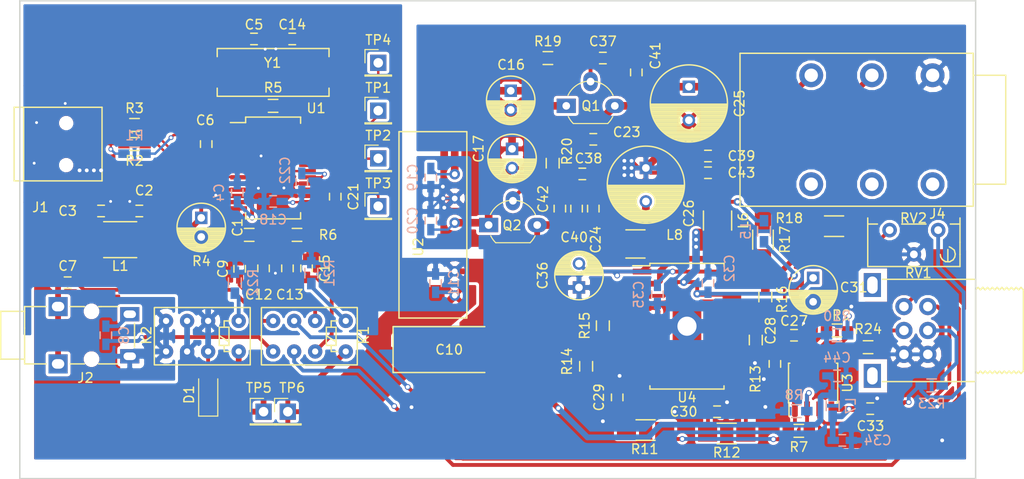
<source format=kicad_pcb>
(kicad_pcb (version 4) (host pcbnew 4.0.6)

  (general
    (links 190)
    (no_connects 0)
    (area 10.724999 13.424999 119.275001 63.575001)
    (thickness 1.6)
    (drawings 5)
    (tracks 821)
    (zones 0)
    (modules 95)
    (nets 69)
  )

  (page A4)
  (layers
    (0 F.Cu signal)
    (31 B.Cu signal)
    (32 B.Adhes user)
    (33 F.Adhes user)
    (34 B.Paste user)
    (35 F.Paste user)
    (36 B.SilkS user)
    (37 F.SilkS user)
    (38 B.Mask user)
    (39 F.Mask user)
    (40 Dwgs.User user)
    (41 Cmts.User user)
    (42 Eco1.User user)
    (43 Eco2.User user)
    (44 Edge.Cuts user)
    (45 Margin user)
    (46 B.CrtYd user)
    (47 F.CrtYd user)
    (48 B.Fab user hide)
    (49 F.Fab user hide)
  )

  (setup
    (last_trace_width 0.4)
    (user_trace_width 0.2)
    (user_trace_width 0.25)
    (user_trace_width 0.6)
    (user_trace_width 0.8)
    (user_trace_width 1.5)
    (trace_clearance 0.2)
    (zone_clearance 0.3)
    (zone_45_only yes)
    (trace_min 0.2)
    (segment_width 0.2)
    (edge_width 0.15)
    (via_size 0.6)
    (via_drill 0.4)
    (via_min_size 0.4)
    (via_min_drill 0.3)
    (user_via 0.5 0.3)
    (user_via 1.3 1)
    (uvia_size 0.3)
    (uvia_drill 0.1)
    (uvias_allowed no)
    (uvia_min_size 0.2)
    (uvia_min_drill 0.1)
    (pcb_text_width 0.3)
    (pcb_text_size 1.5 1.5)
    (mod_edge_width 0.15)
    (mod_text_size 1 1)
    (mod_text_width 0.15)
    (pad_size 1.8 3)
    (pad_drill 1.1)
    (pad_to_mask_clearance 0.2)
    (aux_axis_origin 0 0)
    (visible_elements FFFFFFFF)
    (pcbplotparams
      (layerselection 0x010f0_80000001)
      (usegerberextensions true)
      (excludeedgelayer true)
      (linewidth 0.100000)
      (plotframeref false)
      (viasonmask false)
      (mode 1)
      (useauxorigin false)
      (hpglpennumber 1)
      (hpglpenspeed 20)
      (hpglpendiameter 15)
      (hpglpenoverlay 2)
      (psnegative false)
      (psa4output false)
      (plotreference true)
      (plotvalue false)
      (plotinvisibletext false)
      (padsonsilk false)
      (subtractmaskfromsilk false)
      (outputformat 1)
      (mirror false)
      (drillshape 0)
      (scaleselection 1)
      (outputdirectory gerber/))
  )

  (net 0 "")
  (net 1 Earth)
  (net 2 "Net-(C1-Pad1)")
  (net 3 +5V)
  (net 4 "Net-(C4-Pad2)")
  (net 5 "Net-(C5-Pad1)")
  (net 6 +3V3)
  (net 7 "Net-(C7-Pad2)")
  (net 8 "Net-(C7-Pad1)")
  (net 9 "Net-(C8-Pad2)")
  (net 10 "Net-(C8-Pad1)")
  (net 11 /LUSB)
  (net 12 "Net-(C9-Pad1)")
  (net 13 "Net-(C12-Pad1)")
  (net 14 "Net-(C13-Pad2)")
  (net 15 "Net-(C14-Pad1)")
  (net 16 /RUSB)
  (net 17 "Net-(C15-Pad1)")
  (net 18 GNDPWR)
  (net 19 "Net-(C16-Pad1)")
  (net 20 "Net-(C17-Pad2)")
  (net 21 "Net-(C18-Pad2)")
  (net 22 "Net-(C21-Pad1)")
  (net 23 "Net-(C22-Pad2)")
  (net 24 +12V)
  (net 25 -12V)
  (net 26 "Net-(C27-Pad1)")
  (net 27 "Net-(C29-Pad1)")
  (net 28 "Net-(C30-Pad1)")
  (net 29 "Net-(C31-Pad1)")
  (net 30 "Net-(C33-Pad2)")
  (net 31 "Net-(C35-Pad2)")
  (net 32 "Net-(D1-Pad1)")
  (net 33 "Net-(J1-Pad4)")
  (net 34 /D+)
  (net 35 /D-)
  (net 36 GNDA)
  (net 37 "Net-(J4-Pad4)")
  (net 38 "Net-(J4-Pad6)")
  (net 39 "Net-(J4-Pad5)")
  (net 40 "Net-(J4-Pad2)")
  (net 41 "Net-(J4-Pad3)")
  (net 42 "Net-(K1-Pad6)")
  (net 43 "Net-(K1-Pad3)")
  (net 44 "Net-(R2-Pad2)")
  (net 45 "Net-(R3-Pad1)")
  (net 46 "Net-(R7-Pad2)")
  (net 47 "Net-(R11-Pad2)")
  (net 48 "Net-(R10-Pad2)")
  (net 49 "Net-(R12-Pad2)")
  (net 50 "Net-(R13-Pad2)")
  (net 51 "Net-(R14-Pad1)")
  (net 52 "Net-(R15-Pad2)")
  (net 53 "Net-(R16-Pad1)")
  (net 54 "Net-(TP1-Pad1)")
  (net 55 "Net-(TP2-Pad1)")
  (net 56 "Net-(TP3-Pad1)")
  (net 57 "Net-(U1-Pad5)")
  (net 58 "Net-(U1-Pad3)")
  (net 59 "Net-(U1-Pad2)")
  (net 60 "Net-(TP4-Pad1)")
  (net 61 "Net-(C37-Pad1)")
  (net 62 "Net-(C38-Pad1)")
  (net 63 "Net-(K1-Pad1)")
  (net 64 "Net-(K2-Pad1)")
  (net 65 "Net-(R23-Pad2)")
  (net 66 "Net-(R23-Pad1)")
  (net 67 "Net-(R24-Pad2)")
  (net 68 "Net-(R24-Pad1)")

  (net_class Default "This is the default net class."
    (clearance 0.2)
    (trace_width 0.4)
    (via_dia 0.6)
    (via_drill 0.4)
    (uvia_dia 0.3)
    (uvia_drill 0.1)
    (add_net +12V)
    (add_net +3V3)
    (add_net +5V)
    (add_net -12V)
    (add_net /D+)
    (add_net /D-)
    (add_net /LUSB)
    (add_net /RUSB)
    (add_net Earth)
    (add_net GNDA)
    (add_net GNDPWR)
    (add_net "Net-(C1-Pad1)")
    (add_net "Net-(C12-Pad1)")
    (add_net "Net-(C13-Pad2)")
    (add_net "Net-(C14-Pad1)")
    (add_net "Net-(C15-Pad1)")
    (add_net "Net-(C16-Pad1)")
    (add_net "Net-(C17-Pad2)")
    (add_net "Net-(C18-Pad2)")
    (add_net "Net-(C21-Pad1)")
    (add_net "Net-(C22-Pad2)")
    (add_net "Net-(C27-Pad1)")
    (add_net "Net-(C29-Pad1)")
    (add_net "Net-(C30-Pad1)")
    (add_net "Net-(C31-Pad1)")
    (add_net "Net-(C33-Pad2)")
    (add_net "Net-(C35-Pad2)")
    (add_net "Net-(C37-Pad1)")
    (add_net "Net-(C38-Pad1)")
    (add_net "Net-(C4-Pad2)")
    (add_net "Net-(C5-Pad1)")
    (add_net "Net-(C7-Pad1)")
    (add_net "Net-(C7-Pad2)")
    (add_net "Net-(C8-Pad1)")
    (add_net "Net-(C8-Pad2)")
    (add_net "Net-(C9-Pad1)")
    (add_net "Net-(D1-Pad1)")
    (add_net "Net-(J1-Pad4)")
    (add_net "Net-(J4-Pad2)")
    (add_net "Net-(J4-Pad3)")
    (add_net "Net-(J4-Pad4)")
    (add_net "Net-(J4-Pad5)")
    (add_net "Net-(J4-Pad6)")
    (add_net "Net-(K1-Pad1)")
    (add_net "Net-(K1-Pad3)")
    (add_net "Net-(K1-Pad6)")
    (add_net "Net-(K2-Pad1)")
    (add_net "Net-(R10-Pad2)")
    (add_net "Net-(R11-Pad2)")
    (add_net "Net-(R12-Pad2)")
    (add_net "Net-(R13-Pad2)")
    (add_net "Net-(R14-Pad1)")
    (add_net "Net-(R15-Pad2)")
    (add_net "Net-(R16-Pad1)")
    (add_net "Net-(R2-Pad2)")
    (add_net "Net-(R23-Pad1)")
    (add_net "Net-(R23-Pad2)")
    (add_net "Net-(R24-Pad1)")
    (add_net "Net-(R24-Pad2)")
    (add_net "Net-(R3-Pad1)")
    (add_net "Net-(R7-Pad2)")
    (add_net "Net-(TP1-Pad1)")
    (add_net "Net-(TP2-Pad1)")
    (add_net "Net-(TP3-Pad1)")
    (add_net "Net-(TP4-Pad1)")
    (add_net "Net-(U1-Pad2)")
    (add_net "Net-(U1-Pad3)")
    (add_net "Net-(U1-Pad5)")
  )

  (module Capacitors_THT:C_Radial_D8_L11.5_P3.5 (layer F.Cu) (tedit 0) (tstamp 5978A803)
    (at 83 22.5 270)
    (descr "Radial Electrolytic Capacitor Diameter 8mm x Length 11.5mm, Pitch 3.5mm")
    (tags "Electrolytic Capacitor")
    (path /593064DB)
    (fp_text reference C25 (at 1.75 -5.3 270) (layer F.SilkS)
      (effects (font (size 1 1) (thickness 0.15)))
    )
    (fp_text value 100u (at 1.75 5.3 270) (layer F.Fab)
      (effects (font (size 1 1) (thickness 0.15)))
    )
    (fp_circle (center 1.75 0) (end 1.75 -4.3) (layer F.CrtYd) (width 0.05))
    (fp_circle (center 1.75 0) (end 1.75 -4.0375) (layer F.SilkS) (width 0.15))
    (fp_circle (center 3.5 0) (end 3.5 -1) (layer F.SilkS) (width 0.15))
    (fp_line (start 5.745 -0.2) (end 5.745 0.2) (layer F.SilkS) (width 0.15))
    (fp_line (start 5.605 -1.067) (end 5.605 1.067) (layer F.SilkS) (width 0.15))
    (fp_line (start 5.465 -1.483) (end 5.465 1.483) (layer F.SilkS) (width 0.15))
    (fp_line (start 5.325 -1.794) (end 5.325 1.794) (layer F.SilkS) (width 0.15))
    (fp_line (start 5.185 -2.05) (end 5.185 2.05) (layer F.SilkS) (width 0.15))
    (fp_line (start 5.045 -2.268) (end 5.045 2.268) (layer F.SilkS) (width 0.15))
    (fp_line (start 4.905 -2.459) (end 4.905 2.459) (layer F.SilkS) (width 0.15))
    (fp_line (start 4.765 -2.629) (end 4.765 2.629) (layer F.SilkS) (width 0.15))
    (fp_line (start 4.625 -2.781) (end 4.625 2.781) (layer F.SilkS) (width 0.15))
    (fp_line (start 4.485 0.173) (end 4.485 2.919) (layer F.SilkS) (width 0.15))
    (fp_line (start 4.485 -2.919) (end 4.485 -0.173) (layer F.SilkS) (width 0.15))
    (fp_line (start 4.345 0.535) (end 4.345 3.044) (layer F.SilkS) (width 0.15))
    (fp_line (start 4.345 -3.044) (end 4.345 -0.535) (layer F.SilkS) (width 0.15))
    (fp_line (start 4.205 0.709) (end 4.205 3.158) (layer F.SilkS) (width 0.15))
    (fp_line (start 4.205 -3.158) (end 4.205 -0.709) (layer F.SilkS) (width 0.15))
    (fp_line (start 4.065 0.825) (end 4.065 3.262) (layer F.SilkS) (width 0.15))
    (fp_line (start 4.065 -3.262) (end 4.065 -0.825) (layer F.SilkS) (width 0.15))
    (fp_line (start 3.925 0.905) (end 3.925 3.357) (layer F.SilkS) (width 0.15))
    (fp_line (start 3.925 -3.357) (end 3.925 -0.905) (layer F.SilkS) (width 0.15))
    (fp_line (start 3.785 0.959) (end 3.785 3.444) (layer F.SilkS) (width 0.15))
    (fp_line (start 3.785 -3.444) (end 3.785 -0.959) (layer F.SilkS) (width 0.15))
    (fp_line (start 3.645 0.989) (end 3.645 3.523) (layer F.SilkS) (width 0.15))
    (fp_line (start 3.645 -3.523) (end 3.645 -0.989) (layer F.SilkS) (width 0.15))
    (fp_line (start 3.505 1) (end 3.505 3.594) (layer F.SilkS) (width 0.15))
    (fp_line (start 3.505 -3.594) (end 3.505 -1) (layer F.SilkS) (width 0.15))
    (fp_line (start 3.365 0.991) (end 3.365 3.659) (layer F.SilkS) (width 0.15))
    (fp_line (start 3.365 -3.659) (end 3.365 -0.991) (layer F.SilkS) (width 0.15))
    (fp_line (start 3.225 0.961) (end 3.225 3.718) (layer F.SilkS) (width 0.15))
    (fp_line (start 3.225 -3.718) (end 3.225 -0.961) (layer F.SilkS) (width 0.15))
    (fp_line (start 3.085 0.91) (end 3.085 3.771) (layer F.SilkS) (width 0.15))
    (fp_line (start 3.085 -3.771) (end 3.085 -0.91) (layer F.SilkS) (width 0.15))
    (fp_line (start 2.945 0.832) (end 2.945 3.817) (layer F.SilkS) (width 0.15))
    (fp_line (start 2.945 -3.817) (end 2.945 -0.832) (layer F.SilkS) (width 0.15))
    (fp_line (start 2.805 0.719) (end 2.805 3.858) (layer F.SilkS) (width 0.15))
    (fp_line (start 2.805 -3.858) (end 2.805 -0.719) (layer F.SilkS) (width 0.15))
    (fp_line (start 2.665 0.55) (end 2.665 3.894) (layer F.SilkS) (width 0.15))
    (fp_line (start 2.665 -3.894) (end 2.665 -0.55) (layer F.SilkS) (width 0.15))
    (fp_line (start 2.525 0.222) (end 2.525 3.924) (layer F.SilkS) (width 0.15))
    (fp_line (start 2.525 -3.924) (end 2.525 -0.222) (layer F.SilkS) (width 0.15))
    (fp_line (start 2.385 -3.949) (end 2.385 3.949) (layer F.SilkS) (width 0.15))
    (fp_line (start 2.245 -3.969) (end 2.245 3.969) (layer F.SilkS) (width 0.15))
    (fp_line (start 2.105 -3.984) (end 2.105 3.984) (layer F.SilkS) (width 0.15))
    (fp_line (start 1.965 -3.994) (end 1.965 3.994) (layer F.SilkS) (width 0.15))
    (fp_line (start 1.825 -3.999) (end 1.825 3.999) (layer F.SilkS) (width 0.15))
    (pad 1 thru_hole rect (at 0 0 270) (size 1.3 1.3) (drill 0.8) (layers *.Cu *.Mask)
      (net 24 +12V))
    (pad 2 thru_hole circle (at 3.5 0 270) (size 1.3 1.3) (drill 0.8) (layers *.Cu *.Mask)
      (net 18 GNDPWR))
    (model Capacitors_ThroughHole.3dshapes/C_Radial_D8_L11.5_P3.5.wrl
      (at (xyz 0 0 0))
      (scale (xyz 1 1 1))
      (rotate (xyz 0 0 0))
    )
  )

  (module Connectors:USB_Mini-B (layer F.Cu) (tedit 5543E571) (tstamp 5978A85A)
    (at 17 28.5)
    (descr "USB Mini-B 5-pin SMD connector")
    (tags "USB USB_B USB_Mini connector")
    (path /5976A1B4)
    (attr smd)
    (fp_text reference J1 (at -1.85 6.61) (layer F.SilkS)
      (effects (font (size 1 1) (thickness 0.15)))
    )
    (fp_text value USB_OTG (at 0 -7.0993) (layer F.Fab)
      (effects (font (size 1 1) (thickness 0.15)))
    )
    (fp_line (start 4.59994 -3.85064) (end -4.59994 -3.85064) (layer F.SilkS) (width 0.15))
    (fp_line (start 4.59994 3.85064) (end 4.59994 -3.85064) (layer F.SilkS) (width 0.15))
    (fp_line (start -4.59994 3.85064) (end 4.59994 3.85064) (layer F.SilkS) (width 0.15))
    (fp_line (start -4.59994 -3.85064) (end -4.59994 3.85064) (layer F.SilkS) (width 0.15))
    (fp_line (start -3.59918 -3.85064) (end -3.59918 3.85064) (layer F.SilkS) (width 0.15))
    (fp_line (start -4.85 5.7) (end -4.85 -5.7) (layer F.CrtYd) (width 0.05))
    (fp_line (start 4.85 5.7) (end -4.85 5.7) (layer F.CrtYd) (width 0.05))
    (fp_line (start 4.85 -5.7) (end 4.85 5.7) (layer F.CrtYd) (width 0.05))
    (fp_line (start -4.85 -5.7) (end 4.85 -5.7) (layer F.CrtYd) (width 0.05))
    (pad "" np_thru_hole circle (at 0.8509 2.19964) (size 0.89916 0.89916) (drill 0.89916) (layers *.Cu *.Mask))
    (pad "" np_thru_hole circle (at 0.8509 -2.19964) (size 0.89916 0.89916) (drill 0.89916) (layers *.Cu *.Mask))
    (pad 6 smd rect (at -2.14884 4.45008) (size 2.49936 1.99898) (layers F.Cu F.Paste F.Mask)
      (net 1 Earth))
    (pad 6 smd rect (at 3.35026 4.45008) (size 2.49936 1.99898) (layers F.Cu F.Paste F.Mask)
      (net 1 Earth))
    (pad 6 smd rect (at -2.14884 -4.45008) (size 2.49936 1.99898) (layers F.Cu F.Paste F.Mask)
      (net 1 Earth))
    (pad 6 smd rect (at 3.35026 -4.45008) (size 2.49936 1.99898) (layers F.Cu F.Paste F.Mask)
      (net 1 Earth))
    (pad 5 smd rect (at 3.44932 1.6002) (size 2.30124 0.50038) (layers F.Cu F.Paste F.Mask)
      (net 1 Earth))
    (pad 4 smd rect (at 3.44932 0.8001) (size 2.30124 0.50038) (layers F.Cu F.Paste F.Mask)
      (net 33 "Net-(J1-Pad4)"))
    (pad 3 smd rect (at 3.44932 0) (size 2.30124 0.50038) (layers F.Cu F.Paste F.Mask)
      (net 34 /D+))
    (pad 2 smd rect (at 3.44932 -0.8001) (size 2.30124 0.50038) (layers F.Cu F.Paste F.Mask)
      (net 35 /D-))
    (pad 1 smd rect (at 3.44932 -1.6002) (size 2.30124 0.50038) (layers F.Cu F.Paste F.Mask)
      (net 3 +5V))
  )

  (module Capacitors_THT:C_Radial_D5_L11_P2 (layer F.Cu) (tedit 0) (tstamp 5978A773)
    (at 31.98 36.22 270)
    (descr "Radial Electrolytic Capacitor 5mm x Length 11mm, Pitch 2mm")
    (tags "Electrolytic Capacitor")
    (path /5934B839)
    (fp_text reference C1 (at 1 -3.8 270) (layer F.SilkS)
      (effects (font (size 1 1) (thickness 0.15)))
    )
    (fp_text value 10u (at 1 3.8 270) (layer F.Fab)
      (effects (font (size 1 1) (thickness 0.15)))
    )
    (fp_circle (center 1 0) (end 1 -2.8) (layer F.CrtYd) (width 0.05))
    (fp_circle (center 1 0) (end 1 -2.5375) (layer F.SilkS) (width 0.15))
    (fp_circle (center 2 0) (end 2 -0.8) (layer F.SilkS) (width 0.15))
    (fp_line (start 3.455 -0.472) (end 3.455 0.472) (layer F.SilkS) (width 0.15))
    (fp_line (start 3.315 -0.944) (end 3.315 0.944) (layer F.SilkS) (width 0.15))
    (fp_line (start 3.175 -1.233) (end 3.175 1.233) (layer F.SilkS) (width 0.15))
    (fp_line (start 3.035 -1.452) (end 3.035 1.452) (layer F.SilkS) (width 0.15))
    (fp_line (start 2.895 -1.631) (end 2.895 1.631) (layer F.SilkS) (width 0.15))
    (fp_line (start 2.755 0.265) (end 2.755 1.78) (layer F.SilkS) (width 0.15))
    (fp_line (start 2.755 -1.78) (end 2.755 -0.265) (layer F.SilkS) (width 0.15))
    (fp_line (start 2.615 0.512) (end 2.615 1.908) (layer F.SilkS) (width 0.15))
    (fp_line (start 2.615 -1.908) (end 2.615 -0.512) (layer F.SilkS) (width 0.15))
    (fp_line (start 2.475 0.644) (end 2.475 2.019) (layer F.SilkS) (width 0.15))
    (fp_line (start 2.475 -2.019) (end 2.475 -0.644) (layer F.SilkS) (width 0.15))
    (fp_line (start 2.335 0.726) (end 2.335 2.114) (layer F.SilkS) (width 0.15))
    (fp_line (start 2.335 -2.114) (end 2.335 -0.726) (layer F.SilkS) (width 0.15))
    (fp_line (start 2.195 0.776) (end 2.195 2.196) (layer F.SilkS) (width 0.15))
    (fp_line (start 2.195 -2.196) (end 2.195 -0.776) (layer F.SilkS) (width 0.15))
    (fp_line (start 2.055 0.798) (end 2.055 2.266) (layer F.SilkS) (width 0.15))
    (fp_line (start 2.055 -2.266) (end 2.055 -0.798) (layer F.SilkS) (width 0.15))
    (fp_line (start 1.915 0.795) (end 1.915 2.327) (layer F.SilkS) (width 0.15))
    (fp_line (start 1.915 -2.327) (end 1.915 -0.795) (layer F.SilkS) (width 0.15))
    (fp_line (start 1.775 0.768) (end 1.775 2.377) (layer F.SilkS) (width 0.15))
    (fp_line (start 1.775 -2.377) (end 1.775 -0.768) (layer F.SilkS) (width 0.15))
    (fp_line (start 1.635 0.712) (end 1.635 2.418) (layer F.SilkS) (width 0.15))
    (fp_line (start 1.635 -2.418) (end 1.635 -0.712) (layer F.SilkS) (width 0.15))
    (fp_line (start 1.495 0.62) (end 1.495 2.451) (layer F.SilkS) (width 0.15))
    (fp_line (start 1.495 -2.451) (end 1.495 -0.62) (layer F.SilkS) (width 0.15))
    (fp_line (start 1.355 0.473) (end 1.355 2.475) (layer F.SilkS) (width 0.15))
    (fp_line (start 1.355 -2.475) (end 1.355 -0.473) (layer F.SilkS) (width 0.15))
    (fp_line (start 1.215 0.154) (end 1.215 2.491) (layer F.SilkS) (width 0.15))
    (fp_line (start 1.215 -2.491) (end 1.215 -0.154) (layer F.SilkS) (width 0.15))
    (fp_line (start 1.075 -2.499) (end 1.075 2.499) (layer F.SilkS) (width 0.15))
    (pad 2 thru_hole circle (at 2 0 270) (size 1.3 1.3) (drill 0.8) (layers *.Cu *.Mask)
      (net 1 Earth))
    (pad 1 thru_hole rect (at 0 0 270) (size 1.3 1.3) (drill 0.8) (layers *.Cu *.Mask)
      (net 2 "Net-(C1-Pad1)"))
    (model Capacitors_ThroughHole.3dshapes/C_Radial_D5_L11_P2.wrl
      (at (xyz 0 0 0))
      (scale (xyz 1 1 1))
      (rotate (xyz 0 0 0))
    )
  )

  (module Capacitors_SMD:C_0603_HandSoldering (layer F.Cu) (tedit 541A9B4D) (tstamp 5978A779)
    (at 25.5 35.5)
    (descr "Capacitor SMD 0603, hand soldering")
    (tags "capacitor 0603")
    (path /5934BF3E)
    (attr smd)
    (fp_text reference C2 (at 0.51 -2.14) (layer F.SilkS)
      (effects (font (size 1 1) (thickness 0.15)))
    )
    (fp_text value 100n (at 0 1.9) (layer F.Fab)
      (effects (font (size 1 1) (thickness 0.15)))
    )
    (fp_line (start 0.35 0.6) (end -0.35 0.6) (layer F.SilkS) (width 0.15))
    (fp_line (start -0.35 -0.6) (end 0.35 -0.6) (layer F.SilkS) (width 0.15))
    (fp_line (start 1.85 -0.75) (end 1.85 0.75) (layer F.CrtYd) (width 0.05))
    (fp_line (start -1.85 -0.75) (end -1.85 0.75) (layer F.CrtYd) (width 0.05))
    (fp_line (start -1.85 0.75) (end 1.85 0.75) (layer F.CrtYd) (width 0.05))
    (fp_line (start -1.85 -0.75) (end 1.85 -0.75) (layer F.CrtYd) (width 0.05))
    (fp_line (start -0.8 -0.4) (end 0.8 -0.4) (layer F.Fab) (width 0.15))
    (fp_line (start 0.8 -0.4) (end 0.8 0.4) (layer F.Fab) (width 0.15))
    (fp_line (start 0.8 0.4) (end -0.8 0.4) (layer F.Fab) (width 0.15))
    (fp_line (start -0.8 0.4) (end -0.8 -0.4) (layer F.Fab) (width 0.15))
    (pad 2 smd rect (at 0.95 0) (size 1.2 0.75) (layers F.Cu F.Paste F.Mask)
      (net 2 "Net-(C1-Pad1)"))
    (pad 1 smd rect (at -0.95 0) (size 1.2 0.75) (layers F.Cu F.Paste F.Mask)
      (net 1 Earth))
    (model Capacitors_SMD.3dshapes/C_0603_HandSoldering.wrl
      (at (xyz 0 0 0))
      (scale (xyz 1 1 1))
      (rotate (xyz 0 0 0))
    )
  )

  (module Capacitors_SMD:C_0603_HandSoldering (layer F.Cu) (tedit 541A9B4D) (tstamp 5978A77F)
    (at 21.5 35.5)
    (descr "Capacitor SMD 0603, hand soldering")
    (tags "capacitor 0603")
    (path /59305590)
    (attr smd)
    (fp_text reference C3 (at -3.5 0) (layer F.SilkS)
      (effects (font (size 1 1) (thickness 0.15)))
    )
    (fp_text value 200n (at 0 1.9) (layer F.Fab)
      (effects (font (size 1 1) (thickness 0.15)))
    )
    (fp_line (start 0.35 0.6) (end -0.35 0.6) (layer F.SilkS) (width 0.15))
    (fp_line (start -0.35 -0.6) (end 0.35 -0.6) (layer F.SilkS) (width 0.15))
    (fp_line (start 1.85 -0.75) (end 1.85 0.75) (layer F.CrtYd) (width 0.05))
    (fp_line (start -1.85 -0.75) (end -1.85 0.75) (layer F.CrtYd) (width 0.05))
    (fp_line (start -1.85 0.75) (end 1.85 0.75) (layer F.CrtYd) (width 0.05))
    (fp_line (start -1.85 -0.75) (end 1.85 -0.75) (layer F.CrtYd) (width 0.05))
    (fp_line (start -0.8 -0.4) (end 0.8 -0.4) (layer F.Fab) (width 0.15))
    (fp_line (start 0.8 -0.4) (end 0.8 0.4) (layer F.Fab) (width 0.15))
    (fp_line (start 0.8 0.4) (end -0.8 0.4) (layer F.Fab) (width 0.15))
    (fp_line (start -0.8 0.4) (end -0.8 -0.4) (layer F.Fab) (width 0.15))
    (pad 2 smd rect (at 0.95 0) (size 1.2 0.75) (layers F.Cu F.Paste F.Mask)
      (net 1 Earth))
    (pad 1 smd rect (at -0.95 0) (size 1.2 0.75) (layers F.Cu F.Paste F.Mask)
      (net 3 +5V))
    (model Capacitors_SMD.3dshapes/C_0603_HandSoldering.wrl
      (at (xyz 0 0 0))
      (scale (xyz 1 1 1))
      (rotate (xyz 0 0 0))
    )
  )

  (module Capacitors_SMD:C_0603_HandSoldering (layer B.Cu) (tedit 541A9B4D) (tstamp 5978A785)
    (at 35.75 33.59 270)
    (descr "Capacitor SMD 0603, hand soldering")
    (tags "capacitor 0603")
    (path /5934A4BD)
    (attr smd)
    (fp_text reference C4 (at 0 1.9 270) (layer B.SilkS)
      (effects (font (size 1 1) (thickness 0.15)) (justify mirror))
    )
    (fp_text value 1u (at 0 -1.9 270) (layer B.Fab)
      (effects (font (size 1 1) (thickness 0.15)) (justify mirror))
    )
    (fp_line (start 0.35 -0.6) (end -0.35 -0.6) (layer B.SilkS) (width 0.15))
    (fp_line (start -0.35 0.6) (end 0.35 0.6) (layer B.SilkS) (width 0.15))
    (fp_line (start 1.85 0.75) (end 1.85 -0.75) (layer B.CrtYd) (width 0.05))
    (fp_line (start -1.85 0.75) (end -1.85 -0.75) (layer B.CrtYd) (width 0.05))
    (fp_line (start -1.85 -0.75) (end 1.85 -0.75) (layer B.CrtYd) (width 0.05))
    (fp_line (start -1.85 0.75) (end 1.85 0.75) (layer B.CrtYd) (width 0.05))
    (fp_line (start -0.8 0.4) (end 0.8 0.4) (layer B.Fab) (width 0.15))
    (fp_line (start 0.8 0.4) (end 0.8 -0.4) (layer B.Fab) (width 0.15))
    (fp_line (start 0.8 -0.4) (end -0.8 -0.4) (layer B.Fab) (width 0.15))
    (fp_line (start -0.8 -0.4) (end -0.8 0.4) (layer B.Fab) (width 0.15))
    (pad 2 smd rect (at 0.95 0 270) (size 1.2 0.75) (layers B.Cu B.Paste B.Mask)
      (net 4 "Net-(C4-Pad2)"))
    (pad 1 smd rect (at -0.95 0 270) (size 1.2 0.75) (layers B.Cu B.Paste B.Mask)
      (net 1 Earth))
    (model Capacitors_SMD.3dshapes/C_0603_HandSoldering.wrl
      (at (xyz 0 0 0))
      (scale (xyz 1 1 1))
      (rotate (xyz 0 0 0))
    )
  )

  (module Capacitors_SMD:C_0603_HandSoldering (layer F.Cu) (tedit 541A9B4D) (tstamp 5978A78B)
    (at 37.5 17.5)
    (descr "Capacitor SMD 0603, hand soldering")
    (tags "capacitor 0603")
    (path /59348C90)
    (attr smd)
    (fp_text reference C5 (at 0 -1.5) (layer F.SilkS)
      (effects (font (size 1 1) (thickness 0.15)))
    )
    (fp_text value 27p (at 0 1.9) (layer F.Fab)
      (effects (font (size 1 1) (thickness 0.15)))
    )
    (fp_line (start 0.35 0.6) (end -0.35 0.6) (layer F.SilkS) (width 0.15))
    (fp_line (start -0.35 -0.6) (end 0.35 -0.6) (layer F.SilkS) (width 0.15))
    (fp_line (start 1.85 -0.75) (end 1.85 0.75) (layer F.CrtYd) (width 0.05))
    (fp_line (start -1.85 -0.75) (end -1.85 0.75) (layer F.CrtYd) (width 0.05))
    (fp_line (start -1.85 0.75) (end 1.85 0.75) (layer F.CrtYd) (width 0.05))
    (fp_line (start -1.85 -0.75) (end 1.85 -0.75) (layer F.CrtYd) (width 0.05))
    (fp_line (start -0.8 -0.4) (end 0.8 -0.4) (layer F.Fab) (width 0.15))
    (fp_line (start 0.8 -0.4) (end 0.8 0.4) (layer F.Fab) (width 0.15))
    (fp_line (start 0.8 0.4) (end -0.8 0.4) (layer F.Fab) (width 0.15))
    (fp_line (start -0.8 0.4) (end -0.8 -0.4) (layer F.Fab) (width 0.15))
    (pad 2 smd rect (at 0.95 0) (size 1.2 0.75) (layers F.Cu F.Paste F.Mask)
      (net 1 Earth))
    (pad 1 smd rect (at -0.95 0) (size 1.2 0.75) (layers F.Cu F.Paste F.Mask)
      (net 5 "Net-(C5-Pad1)"))
    (model Capacitors_SMD.3dshapes/C_0603_HandSoldering.wrl
      (at (xyz 0 0 0))
      (scale (xyz 1 1 1))
      (rotate (xyz 0 0 0))
    )
  )

  (module Capacitors_SMD:C_0603_HandSoldering (layer F.Cu) (tedit 541A9B4D) (tstamp 5978A791)
    (at 32.5 28.5 90)
    (descr "Capacitor SMD 0603, hand soldering")
    (tags "capacitor 0603")
    (path /5934D473)
    (attr smd)
    (fp_text reference C6 (at 2.5 -0.1 180) (layer F.SilkS)
      (effects (font (size 1 1) (thickness 0.15)))
    )
    (fp_text value 200n (at 0 1.9 90) (layer F.Fab)
      (effects (font (size 1 1) (thickness 0.15)))
    )
    (fp_line (start 0.35 0.6) (end -0.35 0.6) (layer F.SilkS) (width 0.15))
    (fp_line (start -0.35 -0.6) (end 0.35 -0.6) (layer F.SilkS) (width 0.15))
    (fp_line (start 1.85 -0.75) (end 1.85 0.75) (layer F.CrtYd) (width 0.05))
    (fp_line (start -1.85 -0.75) (end -1.85 0.75) (layer F.CrtYd) (width 0.05))
    (fp_line (start -1.85 0.75) (end 1.85 0.75) (layer F.CrtYd) (width 0.05))
    (fp_line (start -1.85 -0.75) (end 1.85 -0.75) (layer F.CrtYd) (width 0.05))
    (fp_line (start -0.8 -0.4) (end 0.8 -0.4) (layer F.Fab) (width 0.15))
    (fp_line (start 0.8 -0.4) (end 0.8 0.4) (layer F.Fab) (width 0.15))
    (fp_line (start 0.8 0.4) (end -0.8 0.4) (layer F.Fab) (width 0.15))
    (fp_line (start -0.8 0.4) (end -0.8 -0.4) (layer F.Fab) (width 0.15))
    (pad 2 smd rect (at 0.95 0 90) (size 1.2 0.75) (layers F.Cu F.Paste F.Mask)
      (net 6 +3V3))
    (pad 1 smd rect (at -0.95 0 90) (size 1.2 0.75) (layers F.Cu F.Paste F.Mask)
      (net 1 Earth))
    (model Capacitors_SMD.3dshapes/C_0603_HandSoldering.wrl
      (at (xyz 0 0 0))
      (scale (xyz 1 1 1))
      (rotate (xyz 0 0 0))
    )
  )

  (module Capacitors_SMD:C_0603_HandSoldering (layer F.Cu) (tedit 541A9B4D) (tstamp 5978A797)
    (at 18 43 180)
    (descr "Capacitor SMD 0603, hand soldering")
    (tags "capacitor 0603")
    (path /5935AC3B)
    (attr smd)
    (fp_text reference C7 (at 0 1.75 180) (layer F.SilkS)
      (effects (font (size 1 1) (thickness 0.15)))
    )
    (fp_text value 1u (at 0 1.9 180) (layer F.Fab)
      (effects (font (size 1 1) (thickness 0.15)))
    )
    (fp_line (start 0.35 0.6) (end -0.35 0.6) (layer F.SilkS) (width 0.15))
    (fp_line (start -0.35 -0.6) (end 0.35 -0.6) (layer F.SilkS) (width 0.15))
    (fp_line (start 1.85 -0.75) (end 1.85 0.75) (layer F.CrtYd) (width 0.05))
    (fp_line (start -1.85 -0.75) (end -1.85 0.75) (layer F.CrtYd) (width 0.05))
    (fp_line (start -1.85 0.75) (end 1.85 0.75) (layer F.CrtYd) (width 0.05))
    (fp_line (start -1.85 -0.75) (end 1.85 -0.75) (layer F.CrtYd) (width 0.05))
    (fp_line (start -0.8 -0.4) (end 0.8 -0.4) (layer F.Fab) (width 0.15))
    (fp_line (start 0.8 -0.4) (end 0.8 0.4) (layer F.Fab) (width 0.15))
    (fp_line (start 0.8 0.4) (end -0.8 0.4) (layer F.Fab) (width 0.15))
    (fp_line (start -0.8 0.4) (end -0.8 -0.4) (layer F.Fab) (width 0.15))
    (pad 2 smd rect (at 0.95 0 180) (size 1.2 0.75) (layers F.Cu F.Paste F.Mask)
      (net 7 "Net-(C7-Pad2)"))
    (pad 1 smd rect (at -0.95 0 180) (size 1.2 0.75) (layers F.Cu F.Paste F.Mask)
      (net 8 "Net-(C7-Pad1)"))
    (model Capacitors_SMD.3dshapes/C_0603_HandSoldering.wrl
      (at (xyz 0 0 0))
      (scale (xyz 1 1 1))
      (rotate (xyz 0 0 0))
    )
  )

  (module Capacitors_SMD:C_0603_HandSoldering (layer B.Cu) (tedit 541A9B4D) (tstamp 5978A79D)
    (at 22 48.5 90)
    (descr "Capacitor SMD 0603, hand soldering")
    (tags "capacitor 0603")
    (path /5935A9B7)
    (attr smd)
    (fp_text reference C8 (at 0 1.9 90) (layer B.SilkS)
      (effects (font (size 1 1) (thickness 0.15)) (justify mirror))
    )
    (fp_text value 1u (at 0 -1.9 90) (layer B.Fab)
      (effects (font (size 1 1) (thickness 0.15)) (justify mirror))
    )
    (fp_line (start 0.35 -0.6) (end -0.35 -0.6) (layer B.SilkS) (width 0.15))
    (fp_line (start -0.35 0.6) (end 0.35 0.6) (layer B.SilkS) (width 0.15))
    (fp_line (start 1.85 0.75) (end 1.85 -0.75) (layer B.CrtYd) (width 0.05))
    (fp_line (start -1.85 0.75) (end -1.85 -0.75) (layer B.CrtYd) (width 0.05))
    (fp_line (start -1.85 -0.75) (end 1.85 -0.75) (layer B.CrtYd) (width 0.05))
    (fp_line (start -1.85 0.75) (end 1.85 0.75) (layer B.CrtYd) (width 0.05))
    (fp_line (start -0.8 0.4) (end 0.8 0.4) (layer B.Fab) (width 0.15))
    (fp_line (start 0.8 0.4) (end 0.8 -0.4) (layer B.Fab) (width 0.15))
    (fp_line (start 0.8 -0.4) (end -0.8 -0.4) (layer B.Fab) (width 0.15))
    (fp_line (start -0.8 -0.4) (end -0.8 0.4) (layer B.Fab) (width 0.15))
    (pad 2 smd rect (at 0.95 0 90) (size 1.2 0.75) (layers B.Cu B.Paste B.Mask)
      (net 9 "Net-(C8-Pad2)"))
    (pad 1 smd rect (at -0.95 0 90) (size 1.2 0.75) (layers B.Cu B.Paste B.Mask)
      (net 10 "Net-(C8-Pad1)"))
    (model Capacitors_SMD.3dshapes/C_0603_HandSoldering.wrl
      (at (xyz 0 0 0))
      (scale (xyz 1 1 1))
      (rotate (xyz 0 0 0))
    )
  )

  (module Capacitors_SMD:C_0603_HandSoldering (layer F.Cu) (tedit 541A9B4D) (tstamp 5978A7A3)
    (at 36 41.55 270)
    (descr "Capacitor SMD 0603, hand soldering")
    (tags "capacitor 0603")
    (path /593501B5)
    (attr smd)
    (fp_text reference C9 (at 0 1.75 270) (layer F.SilkS)
      (effects (font (size 1 1) (thickness 0.15)))
    )
    (fp_text value 1u (at 0 1.9 270) (layer F.Fab)
      (effects (font (size 1 1) (thickness 0.15)))
    )
    (fp_line (start 0.35 0.6) (end -0.35 0.6) (layer F.SilkS) (width 0.15))
    (fp_line (start -0.35 -0.6) (end 0.35 -0.6) (layer F.SilkS) (width 0.15))
    (fp_line (start 1.85 -0.75) (end 1.85 0.75) (layer F.CrtYd) (width 0.05))
    (fp_line (start -1.85 -0.75) (end -1.85 0.75) (layer F.CrtYd) (width 0.05))
    (fp_line (start -1.85 0.75) (end 1.85 0.75) (layer F.CrtYd) (width 0.05))
    (fp_line (start -1.85 -0.75) (end 1.85 -0.75) (layer F.CrtYd) (width 0.05))
    (fp_line (start -0.8 -0.4) (end 0.8 -0.4) (layer F.Fab) (width 0.15))
    (fp_line (start 0.8 -0.4) (end 0.8 0.4) (layer F.Fab) (width 0.15))
    (fp_line (start 0.8 0.4) (end -0.8 0.4) (layer F.Fab) (width 0.15))
    (fp_line (start -0.8 0.4) (end -0.8 -0.4) (layer F.Fab) (width 0.15))
    (pad 2 smd rect (at 0.95 0 270) (size 1.2 0.75) (layers F.Cu F.Paste F.Mask)
      (net 11 /LUSB))
    (pad 1 smd rect (at -0.95 0 270) (size 1.2 0.75) (layers F.Cu F.Paste F.Mask)
      (net 12 "Net-(C9-Pad1)"))
    (model Capacitors_SMD.3dshapes/C_0603_HandSoldering.wrl
      (at (xyz 0 0 0))
      (scale (xyz 1 1 1))
      (rotate (xyz 0 0 0))
    )
  )

  (module Capacitors_Tantalum_SMD:Tantalum_Case-D_EIA-7343-31_Hand (layer F.Cu) (tedit 57B6E980) (tstamp 5978A7A9)
    (at 58 50)
    (descr "Tantalum capacitor, Case D, EIA 7343-31, 7.3x4.3x2.8mm, Hand soldering footprint")
    (tags "capacitor tantalum smd")
    (path /593055F7)
    (attr smd)
    (fp_text reference C10 (at -0.08 0.01) (layer F.SilkS)
      (effects (font (size 1 1) (thickness 0.15)))
    )
    (fp_text value 100u (at 0 3.9) (layer F.Fab)
      (effects (font (size 1 1) (thickness 0.15)))
    )
    (fp_line (start -5.95 -2.4) (end -5.95 2.4) (layer F.SilkS) (width 0.15))
    (fp_line (start -5.95 2.4) (end 3.65 2.4) (layer F.SilkS) (width 0.15))
    (fp_line (start -5.95 -2.4) (end 3.65 -2.4) (layer F.SilkS) (width 0.15))
    (fp_line (start -2.555 -2.15) (end -2.555 2.15) (layer F.Fab) (width 0.15))
    (fp_line (start -2.92 -2.15) (end -2.92 2.15) (layer F.Fab) (width 0.15))
    (fp_line (start 3.65 -2.15) (end -3.65 -2.15) (layer F.Fab) (width 0.15))
    (fp_line (start 3.65 2.15) (end 3.65 -2.15) (layer F.Fab) (width 0.15))
    (fp_line (start -3.65 2.15) (end 3.65 2.15) (layer F.Fab) (width 0.15))
    (fp_line (start -3.65 -2.15) (end -3.65 2.15) (layer F.Fab) (width 0.15))
    (fp_line (start 6.05 -2.5) (end -6.05 -2.5) (layer F.CrtYd) (width 0.05))
    (fp_line (start 6.05 2.5) (end 6.05 -2.5) (layer F.CrtYd) (width 0.05))
    (fp_line (start -6.05 2.5) (end 6.05 2.5) (layer F.CrtYd) (width 0.05))
    (fp_line (start -6.05 -2.5) (end -6.05 2.5) (layer F.CrtYd) (width 0.05))
    (pad 2 smd rect (at 3.775 0) (size 3.75 2.7) (layers F.Cu F.Paste F.Mask)
      (net 1 Earth))
    (pad 1 smd rect (at -3.775 0) (size 3.75 2.7) (layers F.Cu F.Paste F.Mask)
      (net 3 +5V))
    (model Capacitors_Tantalum_SMD.3dshapes/Tantalum_Case-D_EIA-7343-31.wrl
      (at (xyz 0 0 0))
      (scale (xyz 1 1 1))
      (rotate (xyz 0 0 0))
    )
  )

  (module Capacitors_SMD:C_0603_HandSoldering (layer B.Cu) (tedit 541A9B4D) (tstamp 5978A7AF)
    (at 56.5 43.05 90)
    (descr "Capacitor SMD 0603, hand soldering")
    (tags "capacitor 0603")
    (path /5930565F)
    (attr smd)
    (fp_text reference C11 (at 0 1.9 90) (layer B.SilkS)
      (effects (font (size 1 1) (thickness 0.15)) (justify mirror))
    )
    (fp_text value 100n (at 0 -1.9 90) (layer B.Fab)
      (effects (font (size 1 1) (thickness 0.15)) (justify mirror))
    )
    (fp_line (start 0.35 -0.6) (end -0.35 -0.6) (layer B.SilkS) (width 0.15))
    (fp_line (start -0.35 0.6) (end 0.35 0.6) (layer B.SilkS) (width 0.15))
    (fp_line (start 1.85 0.75) (end 1.85 -0.75) (layer B.CrtYd) (width 0.05))
    (fp_line (start -1.85 0.75) (end -1.85 -0.75) (layer B.CrtYd) (width 0.05))
    (fp_line (start -1.85 -0.75) (end 1.85 -0.75) (layer B.CrtYd) (width 0.05))
    (fp_line (start -1.85 0.75) (end 1.85 0.75) (layer B.CrtYd) (width 0.05))
    (fp_line (start -0.8 0.4) (end 0.8 0.4) (layer B.Fab) (width 0.15))
    (fp_line (start 0.8 0.4) (end 0.8 -0.4) (layer B.Fab) (width 0.15))
    (fp_line (start 0.8 -0.4) (end -0.8 -0.4) (layer B.Fab) (width 0.15))
    (fp_line (start -0.8 -0.4) (end -0.8 0.4) (layer B.Fab) (width 0.15))
    (pad 2 smd rect (at 0.95 0 90) (size 1.2 0.75) (layers B.Cu B.Paste B.Mask)
      (net 1 Earth))
    (pad 1 smd rect (at -0.95 0 90) (size 1.2 0.75) (layers B.Cu B.Paste B.Mask)
      (net 3 +5V))
    (model Capacitors_SMD.3dshapes/C_0603_HandSoldering.wrl
      (at (xyz 0 0 0))
      (scale (xyz 1 1 1))
      (rotate (xyz 0 0 0))
    )
  )

  (module Capacitors_SMD:C_0603_HandSoldering (layer F.Cu) (tedit 541A9B4D) (tstamp 5978A7B5)
    (at 38.5 41.5 270)
    (descr "Capacitor SMD 0603, hand soldering")
    (tags "capacitor 0603")
    (path /5934FA03)
    (attr smd)
    (fp_text reference C12 (at 2.75 0.5 540) (layer F.SilkS)
      (effects (font (size 1 1) (thickness 0.15)))
    )
    (fp_text value 22n (at 0 1.9 270) (layer F.Fab)
      (effects (font (size 1 1) (thickness 0.15)))
    )
    (fp_line (start 0.35 0.6) (end -0.35 0.6) (layer F.SilkS) (width 0.15))
    (fp_line (start -0.35 -0.6) (end 0.35 -0.6) (layer F.SilkS) (width 0.15))
    (fp_line (start 1.85 -0.75) (end 1.85 0.75) (layer F.CrtYd) (width 0.05))
    (fp_line (start -1.85 -0.75) (end -1.85 0.75) (layer F.CrtYd) (width 0.05))
    (fp_line (start -1.85 0.75) (end 1.85 0.75) (layer F.CrtYd) (width 0.05))
    (fp_line (start -1.85 -0.75) (end 1.85 -0.75) (layer F.CrtYd) (width 0.05))
    (fp_line (start -0.8 -0.4) (end 0.8 -0.4) (layer F.Fab) (width 0.15))
    (fp_line (start 0.8 -0.4) (end 0.8 0.4) (layer F.Fab) (width 0.15))
    (fp_line (start 0.8 0.4) (end -0.8 0.4) (layer F.Fab) (width 0.15))
    (fp_line (start -0.8 0.4) (end -0.8 -0.4) (layer F.Fab) (width 0.15))
    (pad 2 smd rect (at 0.95 0 270) (size 1.2 0.75) (layers F.Cu F.Paste F.Mask)
      (net 1 Earth))
    (pad 1 smd rect (at -0.95 0 270) (size 1.2 0.75) (layers F.Cu F.Paste F.Mask)
      (net 13 "Net-(C12-Pad1)"))
    (model Capacitors_SMD.3dshapes/C_0603_HandSoldering.wrl
      (at (xyz 0 0 0))
      (scale (xyz 1 1 1))
      (rotate (xyz 0 0 0))
    )
  )

  (module Capacitors_SMD:C_0603_HandSoldering (layer F.Cu) (tedit 541A9B4D) (tstamp 5978A7BB)
    (at 41 41.5 90)
    (descr "Capacitor SMD 0603, hand soldering")
    (tags "capacitor 0603")
    (path /5934F029)
    (attr smd)
    (fp_text reference C13 (at -2.75 0.25 360) (layer F.SilkS)
      (effects (font (size 1 1) (thickness 0.15)))
    )
    (fp_text value 22n (at 0 1.9 90) (layer F.Fab)
      (effects (font (size 1 1) (thickness 0.15)))
    )
    (fp_line (start 0.35 0.6) (end -0.35 0.6) (layer F.SilkS) (width 0.15))
    (fp_line (start -0.35 -0.6) (end 0.35 -0.6) (layer F.SilkS) (width 0.15))
    (fp_line (start 1.85 -0.75) (end 1.85 0.75) (layer F.CrtYd) (width 0.05))
    (fp_line (start -1.85 -0.75) (end -1.85 0.75) (layer F.CrtYd) (width 0.05))
    (fp_line (start -1.85 0.75) (end 1.85 0.75) (layer F.CrtYd) (width 0.05))
    (fp_line (start -1.85 -0.75) (end 1.85 -0.75) (layer F.CrtYd) (width 0.05))
    (fp_line (start -0.8 -0.4) (end 0.8 -0.4) (layer F.Fab) (width 0.15))
    (fp_line (start 0.8 -0.4) (end 0.8 0.4) (layer F.Fab) (width 0.15))
    (fp_line (start 0.8 0.4) (end -0.8 0.4) (layer F.Fab) (width 0.15))
    (fp_line (start -0.8 0.4) (end -0.8 -0.4) (layer F.Fab) (width 0.15))
    (pad 2 smd rect (at 0.95 0 90) (size 1.2 0.75) (layers F.Cu F.Paste F.Mask)
      (net 14 "Net-(C13-Pad2)"))
    (pad 1 smd rect (at -0.95 0 90) (size 1.2 0.75) (layers F.Cu F.Paste F.Mask)
      (net 1 Earth))
    (model Capacitors_SMD.3dshapes/C_0603_HandSoldering.wrl
      (at (xyz 0 0 0))
      (scale (xyz 1 1 1))
      (rotate (xyz 0 0 0))
    )
  )

  (module Capacitors_SMD:C_0603_HandSoldering (layer F.Cu) (tedit 541A9B4D) (tstamp 5978A7C1)
    (at 41.5 17.5 180)
    (descr "Capacitor SMD 0603, hand soldering")
    (tags "capacitor 0603")
    (path /59348F37)
    (attr smd)
    (fp_text reference C14 (at 0 1.5 180) (layer F.SilkS)
      (effects (font (size 1 1) (thickness 0.15)))
    )
    (fp_text value 27p (at 0 1.9 180) (layer F.Fab)
      (effects (font (size 1 1) (thickness 0.15)))
    )
    (fp_line (start 0.35 0.6) (end -0.35 0.6) (layer F.SilkS) (width 0.15))
    (fp_line (start -0.35 -0.6) (end 0.35 -0.6) (layer F.SilkS) (width 0.15))
    (fp_line (start 1.85 -0.75) (end 1.85 0.75) (layer F.CrtYd) (width 0.05))
    (fp_line (start -1.85 -0.75) (end -1.85 0.75) (layer F.CrtYd) (width 0.05))
    (fp_line (start -1.85 0.75) (end 1.85 0.75) (layer F.CrtYd) (width 0.05))
    (fp_line (start -1.85 -0.75) (end 1.85 -0.75) (layer F.CrtYd) (width 0.05))
    (fp_line (start -0.8 -0.4) (end 0.8 -0.4) (layer F.Fab) (width 0.15))
    (fp_line (start 0.8 -0.4) (end 0.8 0.4) (layer F.Fab) (width 0.15))
    (fp_line (start 0.8 0.4) (end -0.8 0.4) (layer F.Fab) (width 0.15))
    (fp_line (start -0.8 0.4) (end -0.8 -0.4) (layer F.Fab) (width 0.15))
    (pad 2 smd rect (at 0.95 0 180) (size 1.2 0.75) (layers F.Cu F.Paste F.Mask)
      (net 1 Earth))
    (pad 1 smd rect (at -0.95 0 180) (size 1.2 0.75) (layers F.Cu F.Paste F.Mask)
      (net 15 "Net-(C14-Pad1)"))
    (model Capacitors_SMD.3dshapes/C_0603_HandSoldering.wrl
      (at (xyz 0 0 0))
      (scale (xyz 1 1 1))
      (rotate (xyz 0 0 0))
    )
  )

  (module Capacitors_SMD:C_0603_HandSoldering (layer F.Cu) (tedit 541A9B4D) (tstamp 5978A7C7)
    (at 43 41.5 270)
    (descr "Capacitor SMD 0603, hand soldering")
    (tags "capacitor 0603")
    (path /5934F52B)
    (attr smd)
    (fp_text reference C15 (at 0 -1.9 270) (layer F.SilkS)
      (effects (font (size 1 1) (thickness 0.15)))
    )
    (fp_text value 1u (at 0 1.9 270) (layer F.Fab)
      (effects (font (size 1 1) (thickness 0.15)))
    )
    (fp_line (start 0.35 0.6) (end -0.35 0.6) (layer F.SilkS) (width 0.15))
    (fp_line (start -0.35 -0.6) (end 0.35 -0.6) (layer F.SilkS) (width 0.15))
    (fp_line (start 1.85 -0.75) (end 1.85 0.75) (layer F.CrtYd) (width 0.05))
    (fp_line (start -1.85 -0.75) (end -1.85 0.75) (layer F.CrtYd) (width 0.05))
    (fp_line (start -1.85 0.75) (end 1.85 0.75) (layer F.CrtYd) (width 0.05))
    (fp_line (start -1.85 -0.75) (end 1.85 -0.75) (layer F.CrtYd) (width 0.05))
    (fp_line (start -0.8 -0.4) (end 0.8 -0.4) (layer F.Fab) (width 0.15))
    (fp_line (start 0.8 -0.4) (end 0.8 0.4) (layer F.Fab) (width 0.15))
    (fp_line (start 0.8 0.4) (end -0.8 0.4) (layer F.Fab) (width 0.15))
    (fp_line (start -0.8 0.4) (end -0.8 -0.4) (layer F.Fab) (width 0.15))
    (pad 2 smd rect (at 0.95 0 270) (size 1.2 0.75) (layers F.Cu F.Paste F.Mask)
      (net 16 /RUSB))
    (pad 1 smd rect (at -0.95 0 270) (size 1.2 0.75) (layers F.Cu F.Paste F.Mask)
      (net 17 "Net-(C15-Pad1)"))
    (model Capacitors_SMD.3dshapes/C_0603_HandSoldering.wrl
      (at (xyz 0 0 0))
      (scale (xyz 1 1 1))
      (rotate (xyz 0 0 0))
    )
  )

  (module Capacitors_THT:C_Radial_D5_L11_P2 (layer F.Cu) (tedit 0) (tstamp 5978A7CD)
    (at 64.36 22.92 270)
    (descr "Radial Electrolytic Capacitor 5mm x Length 11mm, Pitch 2mm")
    (tags "Electrolytic Capacitor")
    (path /59305A96)
    (fp_text reference C16 (at -2.72 -0.04 360) (layer F.SilkS)
      (effects (font (size 1 1) (thickness 0.15)))
    )
    (fp_text value 10u (at 1 3.8 270) (layer F.Fab)
      (effects (font (size 1 1) (thickness 0.15)))
    )
    (fp_circle (center 1 0) (end 1 -2.8) (layer F.CrtYd) (width 0.05))
    (fp_circle (center 1 0) (end 1 -2.5375) (layer F.SilkS) (width 0.15))
    (fp_circle (center 2 0) (end 2 -0.8) (layer F.SilkS) (width 0.15))
    (fp_line (start 3.455 -0.472) (end 3.455 0.472) (layer F.SilkS) (width 0.15))
    (fp_line (start 3.315 -0.944) (end 3.315 0.944) (layer F.SilkS) (width 0.15))
    (fp_line (start 3.175 -1.233) (end 3.175 1.233) (layer F.SilkS) (width 0.15))
    (fp_line (start 3.035 -1.452) (end 3.035 1.452) (layer F.SilkS) (width 0.15))
    (fp_line (start 2.895 -1.631) (end 2.895 1.631) (layer F.SilkS) (width 0.15))
    (fp_line (start 2.755 0.265) (end 2.755 1.78) (layer F.SilkS) (width 0.15))
    (fp_line (start 2.755 -1.78) (end 2.755 -0.265) (layer F.SilkS) (width 0.15))
    (fp_line (start 2.615 0.512) (end 2.615 1.908) (layer F.SilkS) (width 0.15))
    (fp_line (start 2.615 -1.908) (end 2.615 -0.512) (layer F.SilkS) (width 0.15))
    (fp_line (start 2.475 0.644) (end 2.475 2.019) (layer F.SilkS) (width 0.15))
    (fp_line (start 2.475 -2.019) (end 2.475 -0.644) (layer F.SilkS) (width 0.15))
    (fp_line (start 2.335 0.726) (end 2.335 2.114) (layer F.SilkS) (width 0.15))
    (fp_line (start 2.335 -2.114) (end 2.335 -0.726) (layer F.SilkS) (width 0.15))
    (fp_line (start 2.195 0.776) (end 2.195 2.196) (layer F.SilkS) (width 0.15))
    (fp_line (start 2.195 -2.196) (end 2.195 -0.776) (layer F.SilkS) (width 0.15))
    (fp_line (start 2.055 0.798) (end 2.055 2.266) (layer F.SilkS) (width 0.15))
    (fp_line (start 2.055 -2.266) (end 2.055 -0.798) (layer F.SilkS) (width 0.15))
    (fp_line (start 1.915 0.795) (end 1.915 2.327) (layer F.SilkS) (width 0.15))
    (fp_line (start 1.915 -2.327) (end 1.915 -0.795) (layer F.SilkS) (width 0.15))
    (fp_line (start 1.775 0.768) (end 1.775 2.377) (layer F.SilkS) (width 0.15))
    (fp_line (start 1.775 -2.377) (end 1.775 -0.768) (layer F.SilkS) (width 0.15))
    (fp_line (start 1.635 0.712) (end 1.635 2.418) (layer F.SilkS) (width 0.15))
    (fp_line (start 1.635 -2.418) (end 1.635 -0.712) (layer F.SilkS) (width 0.15))
    (fp_line (start 1.495 0.62) (end 1.495 2.451) (layer F.SilkS) (width 0.15))
    (fp_line (start 1.495 -2.451) (end 1.495 -0.62) (layer F.SilkS) (width 0.15))
    (fp_line (start 1.355 0.473) (end 1.355 2.475) (layer F.SilkS) (width 0.15))
    (fp_line (start 1.355 -2.475) (end 1.355 -0.473) (layer F.SilkS) (width 0.15))
    (fp_line (start 1.215 0.154) (end 1.215 2.491) (layer F.SilkS) (width 0.15))
    (fp_line (start 1.215 -2.491) (end 1.215 -0.154) (layer F.SilkS) (width 0.15))
    (fp_line (start 1.075 -2.499) (end 1.075 2.499) (layer F.SilkS) (width 0.15))
    (pad 2 thru_hole circle (at 2 0 270) (size 1.3 1.3) (drill 0.8) (layers *.Cu *.Mask)
      (net 18 GNDPWR))
    (pad 1 thru_hole rect (at 0 0 270) (size 1.3 1.3) (drill 0.8) (layers *.Cu *.Mask)
      (net 19 "Net-(C16-Pad1)"))
    (model Capacitors_ThroughHole.3dshapes/C_Radial_D5_L11_P2.wrl
      (at (xyz 0 0 0))
      (scale (xyz 1 1 1))
      (rotate (xyz 0 0 0))
    )
  )

  (module Capacitors_THT:C_Radial_D5_L11_P2 (layer F.Cu) (tedit 0) (tstamp 5978A7D3)
    (at 64.5 29 270)
    (descr "Radial Electrolytic Capacitor 5mm x Length 11mm, Pitch 2mm")
    (tags "Electrolytic Capacitor")
    (path /59305B29)
    (fp_text reference C17 (at 0 3.5 270) (layer F.SilkS)
      (effects (font (size 1 1) (thickness 0.15)))
    )
    (fp_text value 10u (at 1 3.8 270) (layer F.Fab)
      (effects (font (size 1 1) (thickness 0.15)))
    )
    (fp_circle (center 1 0) (end 1 -2.8) (layer F.CrtYd) (width 0.05))
    (fp_circle (center 1 0) (end 1 -2.5375) (layer F.SilkS) (width 0.15))
    (fp_circle (center 2 0) (end 2 -0.8) (layer F.SilkS) (width 0.15))
    (fp_line (start 3.455 -0.472) (end 3.455 0.472) (layer F.SilkS) (width 0.15))
    (fp_line (start 3.315 -0.944) (end 3.315 0.944) (layer F.SilkS) (width 0.15))
    (fp_line (start 3.175 -1.233) (end 3.175 1.233) (layer F.SilkS) (width 0.15))
    (fp_line (start 3.035 -1.452) (end 3.035 1.452) (layer F.SilkS) (width 0.15))
    (fp_line (start 2.895 -1.631) (end 2.895 1.631) (layer F.SilkS) (width 0.15))
    (fp_line (start 2.755 0.265) (end 2.755 1.78) (layer F.SilkS) (width 0.15))
    (fp_line (start 2.755 -1.78) (end 2.755 -0.265) (layer F.SilkS) (width 0.15))
    (fp_line (start 2.615 0.512) (end 2.615 1.908) (layer F.SilkS) (width 0.15))
    (fp_line (start 2.615 -1.908) (end 2.615 -0.512) (layer F.SilkS) (width 0.15))
    (fp_line (start 2.475 0.644) (end 2.475 2.019) (layer F.SilkS) (width 0.15))
    (fp_line (start 2.475 -2.019) (end 2.475 -0.644) (layer F.SilkS) (width 0.15))
    (fp_line (start 2.335 0.726) (end 2.335 2.114) (layer F.SilkS) (width 0.15))
    (fp_line (start 2.335 -2.114) (end 2.335 -0.726) (layer F.SilkS) (width 0.15))
    (fp_line (start 2.195 0.776) (end 2.195 2.196) (layer F.SilkS) (width 0.15))
    (fp_line (start 2.195 -2.196) (end 2.195 -0.776) (layer F.SilkS) (width 0.15))
    (fp_line (start 2.055 0.798) (end 2.055 2.266) (layer F.SilkS) (width 0.15))
    (fp_line (start 2.055 -2.266) (end 2.055 -0.798) (layer F.SilkS) (width 0.15))
    (fp_line (start 1.915 0.795) (end 1.915 2.327) (layer F.SilkS) (width 0.15))
    (fp_line (start 1.915 -2.327) (end 1.915 -0.795) (layer F.SilkS) (width 0.15))
    (fp_line (start 1.775 0.768) (end 1.775 2.377) (layer F.SilkS) (width 0.15))
    (fp_line (start 1.775 -2.377) (end 1.775 -0.768) (layer F.SilkS) (width 0.15))
    (fp_line (start 1.635 0.712) (end 1.635 2.418) (layer F.SilkS) (width 0.15))
    (fp_line (start 1.635 -2.418) (end 1.635 -0.712) (layer F.SilkS) (width 0.15))
    (fp_line (start 1.495 0.62) (end 1.495 2.451) (layer F.SilkS) (width 0.15))
    (fp_line (start 1.495 -2.451) (end 1.495 -0.62) (layer F.SilkS) (width 0.15))
    (fp_line (start 1.355 0.473) (end 1.355 2.475) (layer F.SilkS) (width 0.15))
    (fp_line (start 1.355 -2.475) (end 1.355 -0.473) (layer F.SilkS) (width 0.15))
    (fp_line (start 1.215 0.154) (end 1.215 2.491) (layer F.SilkS) (width 0.15))
    (fp_line (start 1.215 -2.491) (end 1.215 -0.154) (layer F.SilkS) (width 0.15))
    (fp_line (start 1.075 -2.499) (end 1.075 2.499) (layer F.SilkS) (width 0.15))
    (pad 2 thru_hole circle (at 2 0 270) (size 1.3 1.3) (drill 0.8) (layers *.Cu *.Mask)
      (net 20 "Net-(C17-Pad2)"))
    (pad 1 thru_hole rect (at 0 0 270) (size 1.3 1.3) (drill 0.8) (layers *.Cu *.Mask)
      (net 18 GNDPWR))
    (model Capacitors_ThroughHole.3dshapes/C_Radial_D5_L11_P2.wrl
      (at (xyz 0 0 0))
      (scale (xyz 1 1 1))
      (rotate (xyz 0 0 0))
    )
  )

  (module Capacitors_SMD:C_0603_HandSoldering (layer B.Cu) (tedit 541A9B4D) (tstamp 5978A7D9)
    (at 39.5 34.5)
    (descr "Capacitor SMD 0603, hand soldering")
    (tags "capacitor 0603")
    (path /5934A59B)
    (attr smd)
    (fp_text reference C18 (at 0 1.9) (layer B.SilkS)
      (effects (font (size 1 1) (thickness 0.15)) (justify mirror))
    )
    (fp_text value 1u (at 0 -1.9) (layer B.Fab)
      (effects (font (size 1 1) (thickness 0.15)) (justify mirror))
    )
    (fp_line (start 0.35 -0.6) (end -0.35 -0.6) (layer B.SilkS) (width 0.15))
    (fp_line (start -0.35 0.6) (end 0.35 0.6) (layer B.SilkS) (width 0.15))
    (fp_line (start 1.85 0.75) (end 1.85 -0.75) (layer B.CrtYd) (width 0.05))
    (fp_line (start -1.85 0.75) (end -1.85 -0.75) (layer B.CrtYd) (width 0.05))
    (fp_line (start -1.85 -0.75) (end 1.85 -0.75) (layer B.CrtYd) (width 0.05))
    (fp_line (start -1.85 0.75) (end 1.85 0.75) (layer B.CrtYd) (width 0.05))
    (fp_line (start -0.8 0.4) (end 0.8 0.4) (layer B.Fab) (width 0.15))
    (fp_line (start 0.8 0.4) (end 0.8 -0.4) (layer B.Fab) (width 0.15))
    (fp_line (start 0.8 -0.4) (end -0.8 -0.4) (layer B.Fab) (width 0.15))
    (fp_line (start -0.8 -0.4) (end -0.8 0.4) (layer B.Fab) (width 0.15))
    (pad 2 smd rect (at 0.95 0) (size 1.2 0.75) (layers B.Cu B.Paste B.Mask)
      (net 21 "Net-(C18-Pad2)"))
    (pad 1 smd rect (at -0.95 0) (size 1.2 0.75) (layers B.Cu B.Paste B.Mask)
      (net 1 Earth))
    (model Capacitors_SMD.3dshapes/C_0603_HandSoldering.wrl
      (at (xyz 0 0 0))
      (scale (xyz 1 1 1))
      (rotate (xyz 0 0 0))
    )
  )

  (module Capacitors_SMD:C_0603_HandSoldering (layer B.Cu) (tedit 541A9B4D) (tstamp 5978A7DF)
    (at 56 32 270)
    (descr "Capacitor SMD 0603, hand soldering")
    (tags "capacitor 0603")
    (path /59305CF8)
    (attr smd)
    (fp_text reference C19 (at 0 1.9 270) (layer B.SilkS)
      (effects (font (size 1 1) (thickness 0.15)) (justify mirror))
    )
    (fp_text value 100n (at 0 -1.9 270) (layer B.Fab)
      (effects (font (size 1 1) (thickness 0.15)) (justify mirror))
    )
    (fp_line (start 0.35 -0.6) (end -0.35 -0.6) (layer B.SilkS) (width 0.15))
    (fp_line (start -0.35 0.6) (end 0.35 0.6) (layer B.SilkS) (width 0.15))
    (fp_line (start 1.85 0.75) (end 1.85 -0.75) (layer B.CrtYd) (width 0.05))
    (fp_line (start -1.85 0.75) (end -1.85 -0.75) (layer B.CrtYd) (width 0.05))
    (fp_line (start -1.85 -0.75) (end 1.85 -0.75) (layer B.CrtYd) (width 0.05))
    (fp_line (start -1.85 0.75) (end 1.85 0.75) (layer B.CrtYd) (width 0.05))
    (fp_line (start -0.8 0.4) (end 0.8 0.4) (layer B.Fab) (width 0.15))
    (fp_line (start 0.8 0.4) (end 0.8 -0.4) (layer B.Fab) (width 0.15))
    (fp_line (start 0.8 -0.4) (end -0.8 -0.4) (layer B.Fab) (width 0.15))
    (fp_line (start -0.8 -0.4) (end -0.8 0.4) (layer B.Fab) (width 0.15))
    (pad 2 smd rect (at 0.95 0 270) (size 1.2 0.75) (layers B.Cu B.Paste B.Mask)
      (net 18 GNDPWR))
    (pad 1 smd rect (at -0.95 0 270) (size 1.2 0.75) (layers B.Cu B.Paste B.Mask)
      (net 19 "Net-(C16-Pad1)"))
    (model Capacitors_SMD.3dshapes/C_0603_HandSoldering.wrl
      (at (xyz 0 0 0))
      (scale (xyz 1 1 1))
      (rotate (xyz 0 0 0))
    )
  )

  (module Capacitors_SMD:C_0603_HandSoldering (layer B.Cu) (tedit 541A9B4D) (tstamp 5978A7E5)
    (at 56 36.5 270)
    (descr "Capacitor SMD 0603, hand soldering")
    (tags "capacitor 0603")
    (path /59305D6F)
    (attr smd)
    (fp_text reference C20 (at 0 1.9 270) (layer B.SilkS)
      (effects (font (size 1 1) (thickness 0.15)) (justify mirror))
    )
    (fp_text value 100n (at 0 -1.9 270) (layer B.Fab)
      (effects (font (size 1 1) (thickness 0.15)) (justify mirror))
    )
    (fp_line (start 0.35 -0.6) (end -0.35 -0.6) (layer B.SilkS) (width 0.15))
    (fp_line (start -0.35 0.6) (end 0.35 0.6) (layer B.SilkS) (width 0.15))
    (fp_line (start 1.85 0.75) (end 1.85 -0.75) (layer B.CrtYd) (width 0.05))
    (fp_line (start -1.85 0.75) (end -1.85 -0.75) (layer B.CrtYd) (width 0.05))
    (fp_line (start -1.85 -0.75) (end 1.85 -0.75) (layer B.CrtYd) (width 0.05))
    (fp_line (start -1.85 0.75) (end 1.85 0.75) (layer B.CrtYd) (width 0.05))
    (fp_line (start -0.8 0.4) (end 0.8 0.4) (layer B.Fab) (width 0.15))
    (fp_line (start 0.8 0.4) (end 0.8 -0.4) (layer B.Fab) (width 0.15))
    (fp_line (start 0.8 -0.4) (end -0.8 -0.4) (layer B.Fab) (width 0.15))
    (fp_line (start -0.8 -0.4) (end -0.8 0.4) (layer B.Fab) (width 0.15))
    (pad 2 smd rect (at 0.95 0 270) (size 1.2 0.75) (layers B.Cu B.Paste B.Mask)
      (net 20 "Net-(C17-Pad2)"))
    (pad 1 smd rect (at -0.95 0 270) (size 1.2 0.75) (layers B.Cu B.Paste B.Mask)
      (net 18 GNDPWR))
    (model Capacitors_SMD.3dshapes/C_0603_HandSoldering.wrl
      (at (xyz 0 0 0))
      (scale (xyz 1 1 1))
      (rotate (xyz 0 0 0))
    )
  )

  (module Capacitors_SMD:C_0603_HandSoldering (layer F.Cu) (tedit 541A9B4D) (tstamp 5978A7EB)
    (at 46 34 270)
    (descr "Capacitor SMD 0603, hand soldering")
    (tags "capacitor 0603")
    (path /5934A14D)
    (attr smd)
    (fp_text reference C21 (at 0 -1.9 270) (layer F.SilkS)
      (effects (font (size 1 1) (thickness 0.15)))
    )
    (fp_text value 1u (at 0 1.9 270) (layer F.Fab)
      (effects (font (size 1 1) (thickness 0.15)))
    )
    (fp_line (start 0.35 0.6) (end -0.35 0.6) (layer F.SilkS) (width 0.15))
    (fp_line (start -0.35 -0.6) (end 0.35 -0.6) (layer F.SilkS) (width 0.15))
    (fp_line (start 1.85 -0.75) (end 1.85 0.75) (layer F.CrtYd) (width 0.05))
    (fp_line (start -1.85 -0.75) (end -1.85 0.75) (layer F.CrtYd) (width 0.05))
    (fp_line (start -1.85 0.75) (end 1.85 0.75) (layer F.CrtYd) (width 0.05))
    (fp_line (start -1.85 -0.75) (end 1.85 -0.75) (layer F.CrtYd) (width 0.05))
    (fp_line (start -0.8 -0.4) (end 0.8 -0.4) (layer F.Fab) (width 0.15))
    (fp_line (start 0.8 -0.4) (end 0.8 0.4) (layer F.Fab) (width 0.15))
    (fp_line (start 0.8 0.4) (end -0.8 0.4) (layer F.Fab) (width 0.15))
    (fp_line (start -0.8 0.4) (end -0.8 -0.4) (layer F.Fab) (width 0.15))
    (pad 2 smd rect (at 0.95 0 270) (size 1.2 0.75) (layers F.Cu F.Paste F.Mask)
      (net 1 Earth))
    (pad 1 smd rect (at -0.95 0 270) (size 1.2 0.75) (layers F.Cu F.Paste F.Mask)
      (net 22 "Net-(C21-Pad1)"))
    (model Capacitors_SMD.3dshapes/C_0603_HandSoldering.wrl
      (at (xyz 0 0 0))
      (scale (xyz 1 1 1))
      (rotate (xyz 0 0 0))
    )
  )

  (module Capacitors_SMD:C_0603_HandSoldering (layer B.Cu) (tedit 541A9B4D) (tstamp 5978A7F1)
    (at 42.5 32.5 90)
    (descr "Capacitor SMD 0603, hand soldering")
    (tags "capacitor 0603")
    (path /59349E35)
    (attr smd)
    (fp_text reference C22 (at 1.25 -1.75 90) (layer B.SilkS)
      (effects (font (size 1 1) (thickness 0.15)) (justify mirror))
    )
    (fp_text value 1u (at 0 -1.9 90) (layer B.Fab)
      (effects (font (size 1 1) (thickness 0.15)) (justify mirror))
    )
    (fp_line (start 0.35 -0.6) (end -0.35 -0.6) (layer B.SilkS) (width 0.15))
    (fp_line (start -0.35 0.6) (end 0.35 0.6) (layer B.SilkS) (width 0.15))
    (fp_line (start 1.85 0.75) (end 1.85 -0.75) (layer B.CrtYd) (width 0.05))
    (fp_line (start -1.85 0.75) (end -1.85 -0.75) (layer B.CrtYd) (width 0.05))
    (fp_line (start -1.85 -0.75) (end 1.85 -0.75) (layer B.CrtYd) (width 0.05))
    (fp_line (start -1.85 0.75) (end 1.85 0.75) (layer B.CrtYd) (width 0.05))
    (fp_line (start -0.8 0.4) (end 0.8 0.4) (layer B.Fab) (width 0.15))
    (fp_line (start 0.8 0.4) (end 0.8 -0.4) (layer B.Fab) (width 0.15))
    (fp_line (start 0.8 -0.4) (end -0.8 -0.4) (layer B.Fab) (width 0.15))
    (fp_line (start -0.8 -0.4) (end -0.8 0.4) (layer B.Fab) (width 0.15))
    (pad 2 smd rect (at 0.95 0 90) (size 1.2 0.75) (layers B.Cu B.Paste B.Mask)
      (net 23 "Net-(C22-Pad2)"))
    (pad 1 smd rect (at -0.95 0 90) (size 1.2 0.75) (layers B.Cu B.Paste B.Mask)
      (net 1 Earth))
    (model Capacitors_SMD.3dshapes/C_0603_HandSoldering.wrl
      (at (xyz 0 0 0))
      (scale (xyz 1 1 1))
      (rotate (xyz 0 0 0))
    )
  )

  (module Capacitors_SMD:C_0603_HandSoldering (layer F.Cu) (tedit 541A9B4D) (tstamp 5978A7F7)
    (at 73 28 180)
    (descr "Capacitor SMD 0603, hand soldering")
    (tags "capacitor 0603")
    (path /59306354)
    (attr smd)
    (fp_text reference C23 (at -3.5 0.75 180) (layer F.SilkS)
      (effects (font (size 1 1) (thickness 0.15)))
    )
    (fp_text value 100n (at 0 1.9 180) (layer F.Fab)
      (effects (font (size 1 1) (thickness 0.15)))
    )
    (fp_line (start 0.35 0.6) (end -0.35 0.6) (layer F.SilkS) (width 0.15))
    (fp_line (start -0.35 -0.6) (end 0.35 -0.6) (layer F.SilkS) (width 0.15))
    (fp_line (start 1.85 -0.75) (end 1.85 0.75) (layer F.CrtYd) (width 0.05))
    (fp_line (start -1.85 -0.75) (end -1.85 0.75) (layer F.CrtYd) (width 0.05))
    (fp_line (start -1.85 0.75) (end 1.85 0.75) (layer F.CrtYd) (width 0.05))
    (fp_line (start -1.85 -0.75) (end 1.85 -0.75) (layer F.CrtYd) (width 0.05))
    (fp_line (start -0.8 -0.4) (end 0.8 -0.4) (layer F.Fab) (width 0.15))
    (fp_line (start 0.8 -0.4) (end 0.8 0.4) (layer F.Fab) (width 0.15))
    (fp_line (start 0.8 0.4) (end -0.8 0.4) (layer F.Fab) (width 0.15))
    (fp_line (start -0.8 0.4) (end -0.8 -0.4) (layer F.Fab) (width 0.15))
    (pad 2 smd rect (at 0.95 0 180) (size 1.2 0.75) (layers F.Cu F.Paste F.Mask)
      (net 18 GNDPWR))
    (pad 1 smd rect (at -0.95 0 180) (size 1.2 0.75) (layers F.Cu F.Paste F.Mask)
      (net 24 +12V))
    (model Capacitors_SMD.3dshapes/C_0603_HandSoldering.wrl
      (at (xyz 0 0 0))
      (scale (xyz 1 1 1))
      (rotate (xyz 0 0 0))
    )
  )

  (module Capacitors_SMD:C_0603_HandSoldering (layer F.Cu) (tedit 541A9B4D) (tstamp 5978A7FD)
    (at 73 35.25 270)
    (descr "Capacitor SMD 0603, hand soldering")
    (tags "capacitor 0603")
    (path /59306303)
    (attr smd)
    (fp_text reference C24 (at 3.25 -0.25 270) (layer F.SilkS)
      (effects (font (size 1 1) (thickness 0.15)))
    )
    (fp_text value 100n (at 0 1.9 270) (layer F.Fab)
      (effects (font (size 1 1) (thickness 0.15)))
    )
    (fp_line (start 0.35 0.6) (end -0.35 0.6) (layer F.SilkS) (width 0.15))
    (fp_line (start -0.35 -0.6) (end 0.35 -0.6) (layer F.SilkS) (width 0.15))
    (fp_line (start 1.85 -0.75) (end 1.85 0.75) (layer F.CrtYd) (width 0.05))
    (fp_line (start -1.85 -0.75) (end -1.85 0.75) (layer F.CrtYd) (width 0.05))
    (fp_line (start -1.85 0.75) (end 1.85 0.75) (layer F.CrtYd) (width 0.05))
    (fp_line (start -1.85 -0.75) (end 1.85 -0.75) (layer F.CrtYd) (width 0.05))
    (fp_line (start -0.8 -0.4) (end 0.8 -0.4) (layer F.Fab) (width 0.15))
    (fp_line (start 0.8 -0.4) (end 0.8 0.4) (layer F.Fab) (width 0.15))
    (fp_line (start 0.8 0.4) (end -0.8 0.4) (layer F.Fab) (width 0.15))
    (fp_line (start -0.8 0.4) (end -0.8 -0.4) (layer F.Fab) (width 0.15))
    (pad 2 smd rect (at 0.95 0 270) (size 1.2 0.75) (layers F.Cu F.Paste F.Mask)
      (net 25 -12V))
    (pad 1 smd rect (at -0.95 0 270) (size 1.2 0.75) (layers F.Cu F.Paste F.Mask)
      (net 18 GNDPWR))
    (model Capacitors_SMD.3dshapes/C_0603_HandSoldering.wrl
      (at (xyz 0 0 0))
      (scale (xyz 1 1 1))
      (rotate (xyz 0 0 0))
    )
  )

  (module Capacitors_THT:C_Radial_D8_L11.5_P3.5 (layer F.Cu) (tedit 0) (tstamp 5978A809)
    (at 78.5 31 270)
    (descr "Radial Electrolytic Capacitor Diameter 8mm x Length 11.5mm, Pitch 3.5mm")
    (tags "Electrolytic Capacitor")
    (path /59306550)
    (fp_text reference C26 (at 4.75 -4.5 270) (layer F.SilkS)
      (effects (font (size 1 1) (thickness 0.15)))
    )
    (fp_text value 100u (at 1.75 5.3 270) (layer F.Fab)
      (effects (font (size 1 1) (thickness 0.15)))
    )
    (fp_circle (center 1.75 0) (end 1.75 -4.3) (layer F.CrtYd) (width 0.05))
    (fp_circle (center 1.75 0) (end 1.75 -4.0375) (layer F.SilkS) (width 0.15))
    (fp_circle (center 3.5 0) (end 3.5 -1) (layer F.SilkS) (width 0.15))
    (fp_line (start 5.745 -0.2) (end 5.745 0.2) (layer F.SilkS) (width 0.15))
    (fp_line (start 5.605 -1.067) (end 5.605 1.067) (layer F.SilkS) (width 0.15))
    (fp_line (start 5.465 -1.483) (end 5.465 1.483) (layer F.SilkS) (width 0.15))
    (fp_line (start 5.325 -1.794) (end 5.325 1.794) (layer F.SilkS) (width 0.15))
    (fp_line (start 5.185 -2.05) (end 5.185 2.05) (layer F.SilkS) (width 0.15))
    (fp_line (start 5.045 -2.268) (end 5.045 2.268) (layer F.SilkS) (width 0.15))
    (fp_line (start 4.905 -2.459) (end 4.905 2.459) (layer F.SilkS) (width 0.15))
    (fp_line (start 4.765 -2.629) (end 4.765 2.629) (layer F.SilkS) (width 0.15))
    (fp_line (start 4.625 -2.781) (end 4.625 2.781) (layer F.SilkS) (width 0.15))
    (fp_line (start 4.485 0.173) (end 4.485 2.919) (layer F.SilkS) (width 0.15))
    (fp_line (start 4.485 -2.919) (end 4.485 -0.173) (layer F.SilkS) (width 0.15))
    (fp_line (start 4.345 0.535) (end 4.345 3.044) (layer F.SilkS) (width 0.15))
    (fp_line (start 4.345 -3.044) (end 4.345 -0.535) (layer F.SilkS) (width 0.15))
    (fp_line (start 4.205 0.709) (end 4.205 3.158) (layer F.SilkS) (width 0.15))
    (fp_line (start 4.205 -3.158) (end 4.205 -0.709) (layer F.SilkS) (width 0.15))
    (fp_line (start 4.065 0.825) (end 4.065 3.262) (layer F.SilkS) (width 0.15))
    (fp_line (start 4.065 -3.262) (end 4.065 -0.825) (layer F.SilkS) (width 0.15))
    (fp_line (start 3.925 0.905) (end 3.925 3.357) (layer F.SilkS) (width 0.15))
    (fp_line (start 3.925 -3.357) (end 3.925 -0.905) (layer F.SilkS) (width 0.15))
    (fp_line (start 3.785 0.959) (end 3.785 3.444) (layer F.SilkS) (width 0.15))
    (fp_line (start 3.785 -3.444) (end 3.785 -0.959) (layer F.SilkS) (width 0.15))
    (fp_line (start 3.645 0.989) (end 3.645 3.523) (layer F.SilkS) (width 0.15))
    (fp_line (start 3.645 -3.523) (end 3.645 -0.989) (layer F.SilkS) (width 0.15))
    (fp_line (start 3.505 1) (end 3.505 3.594) (layer F.SilkS) (width 0.15))
    (fp_line (start 3.505 -3.594) (end 3.505 -1) (layer F.SilkS) (width 0.15))
    (fp_line (start 3.365 0.991) (end 3.365 3.659) (layer F.SilkS) (width 0.15))
    (fp_line (start 3.365 -3.659) (end 3.365 -0.991) (layer F.SilkS) (width 0.15))
    (fp_line (start 3.225 0.961) (end 3.225 3.718) (layer F.SilkS) (width 0.15))
    (fp_line (start 3.225 -3.718) (end 3.225 -0.961) (layer F.SilkS) (width 0.15))
    (fp_line (start 3.085 0.91) (end 3.085 3.771) (layer F.SilkS) (width 0.15))
    (fp_line (start 3.085 -3.771) (end 3.085 -0.91) (layer F.SilkS) (width 0.15))
    (fp_line (start 2.945 0.832) (end 2.945 3.817) (layer F.SilkS) (width 0.15))
    (fp_line (start 2.945 -3.817) (end 2.945 -0.832) (layer F.SilkS) (width 0.15))
    (fp_line (start 2.805 0.719) (end 2.805 3.858) (layer F.SilkS) (width 0.15))
    (fp_line (start 2.805 -3.858) (end 2.805 -0.719) (layer F.SilkS) (width 0.15))
    (fp_line (start 2.665 0.55) (end 2.665 3.894) (layer F.SilkS) (width 0.15))
    (fp_line (start 2.665 -3.894) (end 2.665 -0.55) (layer F.SilkS) (width 0.15))
    (fp_line (start 2.525 0.222) (end 2.525 3.924) (layer F.SilkS) (width 0.15))
    (fp_line (start 2.525 -3.924) (end 2.525 -0.222) (layer F.SilkS) (width 0.15))
    (fp_line (start 2.385 -3.949) (end 2.385 3.949) (layer F.SilkS) (width 0.15))
    (fp_line (start 2.245 -3.969) (end 2.245 3.969) (layer F.SilkS) (width 0.15))
    (fp_line (start 2.105 -3.984) (end 2.105 3.984) (layer F.SilkS) (width 0.15))
    (fp_line (start 1.965 -3.994) (end 1.965 3.994) (layer F.SilkS) (width 0.15))
    (fp_line (start 1.825 -3.999) (end 1.825 3.999) (layer F.SilkS) (width 0.15))
    (pad 1 thru_hole rect (at 0 0 270) (size 1.3 1.3) (drill 0.8) (layers *.Cu *.Mask)
      (net 18 GNDPWR))
    (pad 2 thru_hole circle (at 3.5 0 270) (size 1.3 1.3) (drill 0.8) (layers *.Cu *.Mask)
      (net 25 -12V))
    (model Capacitors_ThroughHole.3dshapes/C_Radial_D8_L11.5_P3.5.wrl
      (at (xyz 0 0 0))
      (scale (xyz 1 1 1))
      (rotate (xyz 0 0 0))
    )
  )

  (module Capacitors_SMD:C_0603_HandSoldering (layer F.Cu) (tedit 541A9B4D) (tstamp 5978A80F)
    (at 94 48.5)
    (descr "Capacitor SMD 0603, hand soldering")
    (tags "capacitor 0603")
    (path /59361C5D)
    (attr smd)
    (fp_text reference C27 (at 0 -1.5) (layer F.SilkS)
      (effects (font (size 1 1) (thickness 0.15)))
    )
    (fp_text value 100n (at 0 1.9) (layer F.Fab)
      (effects (font (size 1 1) (thickness 0.15)))
    )
    (fp_line (start 0.35 0.6) (end -0.35 0.6) (layer F.SilkS) (width 0.15))
    (fp_line (start -0.35 -0.6) (end 0.35 -0.6) (layer F.SilkS) (width 0.15))
    (fp_line (start 1.85 -0.75) (end 1.85 0.75) (layer F.CrtYd) (width 0.05))
    (fp_line (start -1.85 -0.75) (end -1.85 0.75) (layer F.CrtYd) (width 0.05))
    (fp_line (start -1.85 0.75) (end 1.85 0.75) (layer F.CrtYd) (width 0.05))
    (fp_line (start -1.85 -0.75) (end 1.85 -0.75) (layer F.CrtYd) (width 0.05))
    (fp_line (start -0.8 -0.4) (end 0.8 -0.4) (layer F.Fab) (width 0.15))
    (fp_line (start 0.8 -0.4) (end 0.8 0.4) (layer F.Fab) (width 0.15))
    (fp_line (start 0.8 0.4) (end -0.8 0.4) (layer F.Fab) (width 0.15))
    (fp_line (start -0.8 0.4) (end -0.8 -0.4) (layer F.Fab) (width 0.15))
    (pad 2 smd rect (at 0.95 0) (size 1.2 0.75) (layers F.Cu F.Paste F.Mask)
      (net 18 GNDPWR))
    (pad 1 smd rect (at -0.95 0) (size 1.2 0.75) (layers F.Cu F.Paste F.Mask)
      (net 26 "Net-(C27-Pad1)"))
    (model Capacitors_SMD.3dshapes/C_0603_HandSoldering.wrl
      (at (xyz 0 0 0))
      (scale (xyz 1 1 1))
      (rotate (xyz 0 0 0))
    )
  )

  (module Capacitors_SMD:C_0603_HandSoldering (layer F.Cu) (tedit 541A9B4D) (tstamp 5978A815)
    (at 92 51.5 270)
    (descr "Capacitor SMD 0603, hand soldering")
    (tags "capacitor 0603")
    (path /59361F8D)
    (attr smd)
    (fp_text reference C28 (at -3.47 0.45 450) (layer F.SilkS)
      (effects (font (size 1 1) (thickness 0.15)))
    )
    (fp_text value 1u (at 0 1.9 270) (layer F.Fab)
      (effects (font (size 1 1) (thickness 0.15)))
    )
    (fp_line (start 0.35 0.6) (end -0.35 0.6) (layer F.SilkS) (width 0.15))
    (fp_line (start -0.35 -0.6) (end 0.35 -0.6) (layer F.SilkS) (width 0.15))
    (fp_line (start 1.85 -0.75) (end 1.85 0.75) (layer F.CrtYd) (width 0.05))
    (fp_line (start -1.85 -0.75) (end -1.85 0.75) (layer F.CrtYd) (width 0.05))
    (fp_line (start -1.85 0.75) (end 1.85 0.75) (layer F.CrtYd) (width 0.05))
    (fp_line (start -1.85 -0.75) (end 1.85 -0.75) (layer F.CrtYd) (width 0.05))
    (fp_line (start -0.8 -0.4) (end 0.8 -0.4) (layer F.Fab) (width 0.15))
    (fp_line (start 0.8 -0.4) (end 0.8 0.4) (layer F.Fab) (width 0.15))
    (fp_line (start 0.8 0.4) (end -0.8 0.4) (layer F.Fab) (width 0.15))
    (fp_line (start -0.8 0.4) (end -0.8 -0.4) (layer F.Fab) (width 0.15))
    (pad 2 smd rect (at 0.95 0 270) (size 1.2 0.75) (layers F.Cu F.Paste F.Mask)
      (net 18 GNDPWR))
    (pad 1 smd rect (at -0.95 0 270) (size 1.2 0.75) (layers F.Cu F.Paste F.Mask)
      (net 26 "Net-(C27-Pad1)"))
    (model Capacitors_SMD.3dshapes/C_0603_HandSoldering.wrl
      (at (xyz 0 0 0))
      (scale (xyz 1 1 1))
      (rotate (xyz 0 0 0))
    )
  )

  (module Capacitors_SMD:C_0603_HandSoldering (layer F.Cu) (tedit 541A9B4D) (tstamp 5978A81B)
    (at 75.5 55 90)
    (descr "Capacitor SMD 0603, hand soldering")
    (tags "capacitor 0603")
    (path /593775B9)
    (attr smd)
    (fp_text reference C29 (at 0 -1.9 90) (layer F.SilkS)
      (effects (font (size 1 1) (thickness 0.15)))
    )
    (fp_text value 10n (at 0 1.9 90) (layer F.Fab)
      (effects (font (size 1 1) (thickness 0.15)))
    )
    (fp_line (start 0.35 0.6) (end -0.35 0.6) (layer F.SilkS) (width 0.15))
    (fp_line (start -0.35 -0.6) (end 0.35 -0.6) (layer F.SilkS) (width 0.15))
    (fp_line (start 1.85 -0.75) (end 1.85 0.75) (layer F.CrtYd) (width 0.05))
    (fp_line (start -1.85 -0.75) (end -1.85 0.75) (layer F.CrtYd) (width 0.05))
    (fp_line (start -1.85 0.75) (end 1.85 0.75) (layer F.CrtYd) (width 0.05))
    (fp_line (start -1.85 -0.75) (end 1.85 -0.75) (layer F.CrtYd) (width 0.05))
    (fp_line (start -0.8 -0.4) (end 0.8 -0.4) (layer F.Fab) (width 0.15))
    (fp_line (start 0.8 -0.4) (end 0.8 0.4) (layer F.Fab) (width 0.15))
    (fp_line (start 0.8 0.4) (end -0.8 0.4) (layer F.Fab) (width 0.15))
    (fp_line (start -0.8 0.4) (end -0.8 -0.4) (layer F.Fab) (width 0.15))
    (pad 2 smd rect (at 0.95 0 90) (size 1.2 0.75) (layers F.Cu F.Paste F.Mask)
      (net 18 GNDPWR))
    (pad 1 smd rect (at -0.95 0 90) (size 1.2 0.75) (layers F.Cu F.Paste F.Mask)
      (net 27 "Net-(C29-Pad1)"))
    (model Capacitors_SMD.3dshapes/C_0603_HandSoldering.wrl
      (at (xyz 0 0 0))
      (scale (xyz 1 1 1))
      (rotate (xyz 0 0 0))
    )
  )

  (module Capacitors_SMD:C_0603_HandSoldering (layer F.Cu) (tedit 541A9B4D) (tstamp 5978A821)
    (at 85.95 56.5)
    (descr "Capacitor SMD 0603, hand soldering")
    (tags "capacitor 0603")
    (path /593773D6)
    (attr smd)
    (fp_text reference C30 (at -3.5 0) (layer F.SilkS)
      (effects (font (size 1 1) (thickness 0.15)))
    )
    (fp_text value 10n (at 0 1.9) (layer F.Fab)
      (effects (font (size 1 1) (thickness 0.15)))
    )
    (fp_line (start 0.35 0.6) (end -0.35 0.6) (layer F.SilkS) (width 0.15))
    (fp_line (start -0.35 -0.6) (end 0.35 -0.6) (layer F.SilkS) (width 0.15))
    (fp_line (start 1.85 -0.75) (end 1.85 0.75) (layer F.CrtYd) (width 0.05))
    (fp_line (start -1.85 -0.75) (end -1.85 0.75) (layer F.CrtYd) (width 0.05))
    (fp_line (start -1.85 0.75) (end 1.85 0.75) (layer F.CrtYd) (width 0.05))
    (fp_line (start -1.85 -0.75) (end 1.85 -0.75) (layer F.CrtYd) (width 0.05))
    (fp_line (start -0.8 -0.4) (end 0.8 -0.4) (layer F.Fab) (width 0.15))
    (fp_line (start 0.8 -0.4) (end 0.8 0.4) (layer F.Fab) (width 0.15))
    (fp_line (start 0.8 0.4) (end -0.8 0.4) (layer F.Fab) (width 0.15))
    (fp_line (start -0.8 0.4) (end -0.8 -0.4) (layer F.Fab) (width 0.15))
    (pad 2 smd rect (at 0.95 0) (size 1.2 0.75) (layers F.Cu F.Paste F.Mask)
      (net 18 GNDPWR))
    (pad 1 smd rect (at -0.95 0) (size 1.2 0.75) (layers F.Cu F.Paste F.Mask)
      (net 28 "Net-(C30-Pad1)"))
    (model Capacitors_SMD.3dshapes/C_0603_HandSoldering.wrl
      (at (xyz 0 0 0))
      (scale (xyz 1 1 1))
      (rotate (xyz 0 0 0))
    )
  )

  (module Capacitors_THT:C_Radial_D5_L11_P2.5 (layer F.Cu) (tedit 0) (tstamp 5978A827)
    (at 96 42.5 270)
    (descr "Radial Electrolytic Capacitor Diameter 5mm x Length 11mm, Pitch 2.5mm")
    (tags "Electrolytic Capacitor")
    (path /5936D506)
    (fp_text reference C31 (at 1 -4.25 540) (layer F.SilkS)
      (effects (font (size 1 1) (thickness 0.15)))
    )
    (fp_text value 22u (at 1.25 3.8 270) (layer F.Fab)
      (effects (font (size 1 1) (thickness 0.15)))
    )
    (fp_circle (center 1.25 0) (end 1.25 -2.8) (layer F.CrtYd) (width 0.05))
    (fp_circle (center 1.25 0) (end 1.25 -2.5375) (layer F.SilkS) (width 0.15))
    (fp_circle (center 2.5 0) (end 2.5 -0.9) (layer F.SilkS) (width 0.15))
    (fp_line (start 3.705 -0.472) (end 3.705 0.472) (layer F.SilkS) (width 0.15))
    (fp_line (start 3.565 -0.944) (end 3.565 0.944) (layer F.SilkS) (width 0.15))
    (fp_line (start 3.425 -1.233) (end 3.425 1.233) (layer F.SilkS) (width 0.15))
    (fp_line (start 3.285 0.44) (end 3.285 1.452) (layer F.SilkS) (width 0.15))
    (fp_line (start 3.285 -1.452) (end 3.285 -0.44) (layer F.SilkS) (width 0.15))
    (fp_line (start 3.145 0.628) (end 3.145 1.631) (layer F.SilkS) (width 0.15))
    (fp_line (start 3.145 -1.631) (end 3.145 -0.628) (layer F.SilkS) (width 0.15))
    (fp_line (start 3.005 0.745) (end 3.005 1.78) (layer F.SilkS) (width 0.15))
    (fp_line (start 3.005 -1.78) (end 3.005 -0.745) (layer F.SilkS) (width 0.15))
    (fp_line (start 2.865 0.823) (end 2.865 1.908) (layer F.SilkS) (width 0.15))
    (fp_line (start 2.865 -1.908) (end 2.865 -0.823) (layer F.SilkS) (width 0.15))
    (fp_line (start 2.725 0.871) (end 2.725 2.019) (layer F.SilkS) (width 0.15))
    (fp_line (start 2.725 -2.019) (end 2.725 -0.871) (layer F.SilkS) (width 0.15))
    (fp_line (start 2.585 0.896) (end 2.585 2.114) (layer F.SilkS) (width 0.15))
    (fp_line (start 2.585 -2.114) (end 2.585 -0.896) (layer F.SilkS) (width 0.15))
    (fp_line (start 2.445 0.898) (end 2.445 2.196) (layer F.SilkS) (width 0.15))
    (fp_line (start 2.445 -2.196) (end 2.445 -0.898) (layer F.SilkS) (width 0.15))
    (fp_line (start 2.305 0.879) (end 2.305 2.266) (layer F.SilkS) (width 0.15))
    (fp_line (start 2.305 -2.266) (end 2.305 -0.879) (layer F.SilkS) (width 0.15))
    (fp_line (start 2.165 0.835) (end 2.165 2.327) (layer F.SilkS) (width 0.15))
    (fp_line (start 2.165 -2.327) (end 2.165 -0.835) (layer F.SilkS) (width 0.15))
    (fp_line (start 2.025 0.764) (end 2.025 2.377) (layer F.SilkS) (width 0.15))
    (fp_line (start 2.025 -2.377) (end 2.025 -0.764) (layer F.SilkS) (width 0.15))
    (fp_line (start 1.885 0.657) (end 1.885 2.418) (layer F.SilkS) (width 0.15))
    (fp_line (start 1.885 -2.418) (end 1.885 -0.657) (layer F.SilkS) (width 0.15))
    (fp_line (start 1.745 0.49) (end 1.745 2.451) (layer F.SilkS) (width 0.15))
    (fp_line (start 1.745 -2.451) (end 1.745 -0.49) (layer F.SilkS) (width 0.15))
    (fp_line (start 1.605 0.095) (end 1.605 2.475) (layer F.SilkS) (width 0.15))
    (fp_line (start 1.605 -2.475) (end 1.605 -0.095) (layer F.SilkS) (width 0.15))
    (fp_line (start 1.465 -2.491) (end 1.465 2.491) (layer F.SilkS) (width 0.15))
    (fp_line (start 1.325 -2.499) (end 1.325 2.499) (layer F.SilkS) (width 0.15))
    (pad 2 thru_hole circle (at 2.5 0 270) (size 1.3 1.3) (drill 0.8) (layers *.Cu *.Mask)
      (net 18 GNDPWR))
    (pad 1 thru_hole rect (at 0 0 270) (size 1.3 1.3) (drill 0.8) (layers *.Cu *.Mask)
      (net 29 "Net-(C31-Pad1)"))
    (model Capacitors_ThroughHole.3dshapes/C_Radial_D5_L11_P2.5.wrl
      (at (xyz 0.049213 0 0))
      (scale (xyz 1 1 1))
      (rotate (xyz 0 0 90))
    )
  )

  (module Capacitors_SMD:C_0603_HandSoldering (layer B.Cu) (tedit 541A9B4D) (tstamp 5978A82D)
    (at 85 43.05 270)
    (descr "Capacitor SMD 0603, hand soldering")
    (tags "capacitor 0603")
    (path /5936ED37)
    (attr smd)
    (fp_text reference C32 (at -1.55 -2.25 270) (layer B.SilkS)
      (effects (font (size 1 1) (thickness 0.15)) (justify mirror))
    )
    (fp_text value 100n (at 0 -1.9 270) (layer B.Fab)
      (effects (font (size 1 1) (thickness 0.15)) (justify mirror))
    )
    (fp_line (start 0.35 -0.6) (end -0.35 -0.6) (layer B.SilkS) (width 0.15))
    (fp_line (start -0.35 0.6) (end 0.35 0.6) (layer B.SilkS) (width 0.15))
    (fp_line (start 1.85 0.75) (end 1.85 -0.75) (layer B.CrtYd) (width 0.05))
    (fp_line (start -1.85 0.75) (end -1.85 -0.75) (layer B.CrtYd) (width 0.05))
    (fp_line (start -1.85 -0.75) (end 1.85 -0.75) (layer B.CrtYd) (width 0.05))
    (fp_line (start -1.85 0.75) (end 1.85 0.75) (layer B.CrtYd) (width 0.05))
    (fp_line (start -0.8 0.4) (end 0.8 0.4) (layer B.Fab) (width 0.15))
    (fp_line (start 0.8 0.4) (end 0.8 -0.4) (layer B.Fab) (width 0.15))
    (fp_line (start 0.8 -0.4) (end -0.8 -0.4) (layer B.Fab) (width 0.15))
    (fp_line (start -0.8 -0.4) (end -0.8 0.4) (layer B.Fab) (width 0.15))
    (pad 2 smd rect (at 0.95 0 270) (size 1.2 0.75) (layers B.Cu B.Paste B.Mask)
      (net 29 "Net-(C31-Pad1)"))
    (pad 1 smd rect (at -0.95 0 270) (size 1.2 0.75) (layers B.Cu B.Paste B.Mask)
      (net 18 GNDPWR))
    (model Capacitors_SMD.3dshapes/C_0603_HandSoldering.wrl
      (at (xyz 0 0 0))
      (scale (xyz 1 1 1))
      (rotate (xyz 0 0 0))
    )
  )

  (module Capacitors_SMD:C_0603_HandSoldering (layer F.Cu) (tedit 541A9B4D) (tstamp 5978A833)
    (at 101.97 56.18 180)
    (descr "Capacitor SMD 0603, hand soldering")
    (tags "capacitor 0603")
    (path /593620C9)
    (attr smd)
    (fp_text reference C33 (at -0.03 -1.82 180) (layer F.SilkS)
      (effects (font (size 1 1) (thickness 0.15)))
    )
    (fp_text value 1u (at 0 1.9 180) (layer F.Fab)
      (effects (font (size 1 1) (thickness 0.15)))
    )
    (fp_line (start 0.35 0.6) (end -0.35 0.6) (layer F.SilkS) (width 0.15))
    (fp_line (start -0.35 -0.6) (end 0.35 -0.6) (layer F.SilkS) (width 0.15))
    (fp_line (start 1.85 -0.75) (end 1.85 0.75) (layer F.CrtYd) (width 0.05))
    (fp_line (start -1.85 -0.75) (end -1.85 0.75) (layer F.CrtYd) (width 0.05))
    (fp_line (start -1.85 0.75) (end 1.85 0.75) (layer F.CrtYd) (width 0.05))
    (fp_line (start -1.85 -0.75) (end 1.85 -0.75) (layer F.CrtYd) (width 0.05))
    (fp_line (start -0.8 -0.4) (end 0.8 -0.4) (layer F.Fab) (width 0.15))
    (fp_line (start 0.8 -0.4) (end 0.8 0.4) (layer F.Fab) (width 0.15))
    (fp_line (start 0.8 0.4) (end -0.8 0.4) (layer F.Fab) (width 0.15))
    (fp_line (start -0.8 0.4) (end -0.8 -0.4) (layer F.Fab) (width 0.15))
    (pad 2 smd rect (at 0.95 0 180) (size 1.2 0.75) (layers F.Cu F.Paste F.Mask)
      (net 30 "Net-(C33-Pad2)"))
    (pad 1 smd rect (at -0.95 0 180) (size 1.2 0.75) (layers F.Cu F.Paste F.Mask)
      (net 18 GNDPWR))
    (model Capacitors_SMD.3dshapes/C_0603_HandSoldering.wrl
      (at (xyz 0 0 0))
      (scale (xyz 1 1 1))
      (rotate (xyz 0 0 0))
    )
  )

  (module Capacitors_SMD:C_0603_HandSoldering (layer B.Cu) (tedit 541A9B4D) (tstamp 5978A839)
    (at 99.05 59.5)
    (descr "Capacitor SMD 0603, hand soldering")
    (tags "capacitor 0603")
    (path /59361D2F)
    (attr smd)
    (fp_text reference C34 (at 3.7 0) (layer B.SilkS)
      (effects (font (size 1 1) (thickness 0.15)) (justify mirror))
    )
    (fp_text value 100n (at 0 -1.9) (layer B.Fab)
      (effects (font (size 1 1) (thickness 0.15)) (justify mirror))
    )
    (fp_line (start 0.35 -0.6) (end -0.35 -0.6) (layer B.SilkS) (width 0.15))
    (fp_line (start -0.35 0.6) (end 0.35 0.6) (layer B.SilkS) (width 0.15))
    (fp_line (start 1.85 0.75) (end 1.85 -0.75) (layer B.CrtYd) (width 0.05))
    (fp_line (start -1.85 0.75) (end -1.85 -0.75) (layer B.CrtYd) (width 0.05))
    (fp_line (start -1.85 -0.75) (end 1.85 -0.75) (layer B.CrtYd) (width 0.05))
    (fp_line (start -1.85 0.75) (end 1.85 0.75) (layer B.CrtYd) (width 0.05))
    (fp_line (start -0.8 0.4) (end 0.8 0.4) (layer B.Fab) (width 0.15))
    (fp_line (start 0.8 0.4) (end 0.8 -0.4) (layer B.Fab) (width 0.15))
    (fp_line (start 0.8 -0.4) (end -0.8 -0.4) (layer B.Fab) (width 0.15))
    (fp_line (start -0.8 -0.4) (end -0.8 0.4) (layer B.Fab) (width 0.15))
    (pad 2 smd rect (at 0.95 0) (size 1.2 0.75) (layers B.Cu B.Paste B.Mask)
      (net 18 GNDPWR))
    (pad 1 smd rect (at -0.95 0) (size 1.2 0.75) (layers B.Cu B.Paste B.Mask)
      (net 30 "Net-(C33-Pad2)"))
    (model Capacitors_SMD.3dshapes/C_0603_HandSoldering.wrl
      (at (xyz 0 0 0))
      (scale (xyz 1 1 1))
      (rotate (xyz 0 0 0))
    )
  )

  (module Capacitors_SMD:C_0603_HandSoldering (layer B.Cu) (tedit 541A9B4D) (tstamp 5978A83F)
    (at 79.71 44.23 90)
    (descr "Capacitor SMD 0603, hand soldering")
    (tags "capacitor 0603")
    (path /5936EFE5)
    (attr smd)
    (fp_text reference C35 (at -0.02 -1.96 90) (layer B.SilkS)
      (effects (font (size 1 1) (thickness 0.15)) (justify mirror))
    )
    (fp_text value 100n (at 0 -1.9 90) (layer B.Fab)
      (effects (font (size 1 1) (thickness 0.15)) (justify mirror))
    )
    (fp_line (start 0.35 -0.6) (end -0.35 -0.6) (layer B.SilkS) (width 0.15))
    (fp_line (start -0.35 0.6) (end 0.35 0.6) (layer B.SilkS) (width 0.15))
    (fp_line (start 1.85 0.75) (end 1.85 -0.75) (layer B.CrtYd) (width 0.05))
    (fp_line (start -1.85 0.75) (end -1.85 -0.75) (layer B.CrtYd) (width 0.05))
    (fp_line (start -1.85 -0.75) (end 1.85 -0.75) (layer B.CrtYd) (width 0.05))
    (fp_line (start -1.85 0.75) (end 1.85 0.75) (layer B.CrtYd) (width 0.05))
    (fp_line (start -0.8 0.4) (end 0.8 0.4) (layer B.Fab) (width 0.15))
    (fp_line (start 0.8 0.4) (end 0.8 -0.4) (layer B.Fab) (width 0.15))
    (fp_line (start 0.8 -0.4) (end -0.8 -0.4) (layer B.Fab) (width 0.15))
    (fp_line (start -0.8 -0.4) (end -0.8 0.4) (layer B.Fab) (width 0.15))
    (pad 2 smd rect (at 0.95 0 90) (size 1.2 0.75) (layers B.Cu B.Paste B.Mask)
      (net 31 "Net-(C35-Pad2)"))
    (pad 1 smd rect (at -0.95 0 90) (size 1.2 0.75) (layers B.Cu B.Paste B.Mask)
      (net 18 GNDPWR))
    (model Capacitors_SMD.3dshapes/C_0603_HandSoldering.wrl
      (at (xyz 0 0 0))
      (scale (xyz 1 1 1))
      (rotate (xyz 0 0 0))
    )
  )

  (module Capacitors_THT:C_Radial_D5_L11_P2.5 (layer F.Cu) (tedit 0) (tstamp 5978A845)
    (at 71.5 43.5 90)
    (descr "Radial Electrolytic Capacitor Diameter 5mm x Length 11mm, Pitch 2.5mm")
    (tags "Electrolytic Capacitor")
    (path /5936E4FB)
    (fp_text reference C36 (at 1.25 -3.8 90) (layer F.SilkS)
      (effects (font (size 1 1) (thickness 0.15)))
    )
    (fp_text value 22u (at 1.25 3.8 90) (layer F.Fab)
      (effects (font (size 1 1) (thickness 0.15)))
    )
    (fp_circle (center 1.25 0) (end 1.25 -2.8) (layer F.CrtYd) (width 0.05))
    (fp_circle (center 1.25 0) (end 1.25 -2.5375) (layer F.SilkS) (width 0.15))
    (fp_circle (center 2.5 0) (end 2.5 -0.9) (layer F.SilkS) (width 0.15))
    (fp_line (start 3.705 -0.472) (end 3.705 0.472) (layer F.SilkS) (width 0.15))
    (fp_line (start 3.565 -0.944) (end 3.565 0.944) (layer F.SilkS) (width 0.15))
    (fp_line (start 3.425 -1.233) (end 3.425 1.233) (layer F.SilkS) (width 0.15))
    (fp_line (start 3.285 0.44) (end 3.285 1.452) (layer F.SilkS) (width 0.15))
    (fp_line (start 3.285 -1.452) (end 3.285 -0.44) (layer F.SilkS) (width 0.15))
    (fp_line (start 3.145 0.628) (end 3.145 1.631) (layer F.SilkS) (width 0.15))
    (fp_line (start 3.145 -1.631) (end 3.145 -0.628) (layer F.SilkS) (width 0.15))
    (fp_line (start 3.005 0.745) (end 3.005 1.78) (layer F.SilkS) (width 0.15))
    (fp_line (start 3.005 -1.78) (end 3.005 -0.745) (layer F.SilkS) (width 0.15))
    (fp_line (start 2.865 0.823) (end 2.865 1.908) (layer F.SilkS) (width 0.15))
    (fp_line (start 2.865 -1.908) (end 2.865 -0.823) (layer F.SilkS) (width 0.15))
    (fp_line (start 2.725 0.871) (end 2.725 2.019) (layer F.SilkS) (width 0.15))
    (fp_line (start 2.725 -2.019) (end 2.725 -0.871) (layer F.SilkS) (width 0.15))
    (fp_line (start 2.585 0.896) (end 2.585 2.114) (layer F.SilkS) (width 0.15))
    (fp_line (start 2.585 -2.114) (end 2.585 -0.896) (layer F.SilkS) (width 0.15))
    (fp_line (start 2.445 0.898) (end 2.445 2.196) (layer F.SilkS) (width 0.15))
    (fp_line (start 2.445 -2.196) (end 2.445 -0.898) (layer F.SilkS) (width 0.15))
    (fp_line (start 2.305 0.879) (end 2.305 2.266) (layer F.SilkS) (width 0.15))
    (fp_line (start 2.305 -2.266) (end 2.305 -0.879) (layer F.SilkS) (width 0.15))
    (fp_line (start 2.165 0.835) (end 2.165 2.327) (layer F.SilkS) (width 0.15))
    (fp_line (start 2.165 -2.327) (end 2.165 -0.835) (layer F.SilkS) (width 0.15))
    (fp_line (start 2.025 0.764) (end 2.025 2.377) (layer F.SilkS) (width 0.15))
    (fp_line (start 2.025 -2.377) (end 2.025 -0.764) (layer F.SilkS) (width 0.15))
    (fp_line (start 1.885 0.657) (end 1.885 2.418) (layer F.SilkS) (width 0.15))
    (fp_line (start 1.885 -2.418) (end 1.885 -0.657) (layer F.SilkS) (width 0.15))
    (fp_line (start 1.745 0.49) (end 1.745 2.451) (layer F.SilkS) (width 0.15))
    (fp_line (start 1.745 -2.451) (end 1.745 -0.49) (layer F.SilkS) (width 0.15))
    (fp_line (start 1.605 0.095) (end 1.605 2.475) (layer F.SilkS) (width 0.15))
    (fp_line (start 1.605 -2.475) (end 1.605 -0.095) (layer F.SilkS) (width 0.15))
    (fp_line (start 1.465 -2.491) (end 1.465 2.491) (layer F.SilkS) (width 0.15))
    (fp_line (start 1.325 -2.499) (end 1.325 2.499) (layer F.SilkS) (width 0.15))
    (pad 2 thru_hole circle (at 2.5 0 90) (size 1.3 1.3) (drill 0.8) (layers *.Cu *.Mask)
      (net 31 "Net-(C35-Pad2)"))
    (pad 1 thru_hole rect (at 0 0 90) (size 1.3 1.3) (drill 0.8) (layers *.Cu *.Mask)
      (net 18 GNDPWR))
    (model Capacitors_ThroughHole.3dshapes/C_Radial_D5_L11_P2.5.wrl
      (at (xyz 0.049213 0 0))
      (scale (xyz 1 1 1))
      (rotate (xyz 0 0 90))
    )
  )

  (module Diodes_SMD:SOD-123 (layer F.Cu) (tedit 58645DC7) (tstamp 5978A84B)
    (at 32.71 54.71 90)
    (descr SOD-123)
    (tags SOD-123)
    (path /5935E5FB)
    (attr smd)
    (fp_text reference D1 (at 0 -2 90) (layer F.SilkS)
      (effects (font (size 1 1) (thickness 0.15)))
    )
    (fp_text value SK15-DIO (at 0 2.1 90) (layer F.Fab)
      (effects (font (size 1 1) (thickness 0.15)))
    )
    (fp_line (start -2.25 -1) (end 1.65 -1) (layer F.SilkS) (width 0.12))
    (fp_line (start -2.25 1) (end 1.65 1) (layer F.SilkS) (width 0.12))
    (fp_line (start -2.35 -1.15) (end -2.35 1.15) (layer F.CrtYd) (width 0.05))
    (fp_line (start 2.35 1.15) (end -2.35 1.15) (layer F.CrtYd) (width 0.05))
    (fp_line (start 2.35 -1.15) (end 2.35 1.15) (layer F.CrtYd) (width 0.05))
    (fp_line (start -2.35 -1.15) (end 2.35 -1.15) (layer F.CrtYd) (width 0.05))
    (fp_line (start -1.4 -0.9) (end 1.4 -0.9) (layer F.Fab) (width 0.1))
    (fp_line (start 1.4 -0.9) (end 1.4 0.9) (layer F.Fab) (width 0.1))
    (fp_line (start 1.4 0.9) (end -1.4 0.9) (layer F.Fab) (width 0.1))
    (fp_line (start -1.4 0.9) (end -1.4 -0.9) (layer F.Fab) (width 0.1))
    (fp_line (start -0.75 0) (end -0.35 0) (layer F.Fab) (width 0.1))
    (fp_line (start -0.35 0) (end -0.35 -0.55) (layer F.Fab) (width 0.1))
    (fp_line (start -0.35 0) (end -0.35 0.55) (layer F.Fab) (width 0.1))
    (fp_line (start -0.35 0) (end 0.25 -0.4) (layer F.Fab) (width 0.1))
    (fp_line (start 0.25 -0.4) (end 0.25 0.4) (layer F.Fab) (width 0.1))
    (fp_line (start 0.25 0.4) (end -0.35 0) (layer F.Fab) (width 0.1))
    (fp_line (start 0.25 0) (end 0.75 0) (layer F.Fab) (width 0.1))
    (fp_line (start -2.25 -1) (end -2.25 1) (layer F.SilkS) (width 0.12))
    (pad 2 smd rect (at 1.65 0 90) (size 0.9 1.2) (layers F.Cu F.Paste F.Mask)
      (net 1 Earth))
    (pad 1 smd rect (at -1.65 0 90) (size 0.9 1.2) (layers F.Cu F.Paste F.Mask)
      (net 32 "Net-(D1-Pad1)"))
    (model ${KISYS3DMOD}/Diodes_SMD.3dshapes/SOD-123.wrl
      (at (xyz 0 0 0))
      (scale (xyz 1 1 1))
      (rotate (xyz 0 0 0))
    )
  )

  (module tht:AMPHENOL-ACJS-HHDR (layer F.Cu) (tedit 59397A20) (tstamp 5978A88B)
    (at 102.15 27)
    (path /593770B0)
    (fp_text reference J4 (at 6.85 8.8) (layer F.SilkS)
      (effects (font (size 1 1) (thickness 0.15)))
    )
    (fp_text value JACK_TRS_6PINS (at -0.5 1.5) (layer F.Fab)
      (effects (font (size 1 1) (thickness 0.15)))
    )
    (fp_line (start -13.8 -8) (end 10.6 -8) (layer F.SilkS) (width 0.15))
    (fp_line (start -13.8 8) (end -13.8 -8) (layer F.SilkS) (width 0.15))
    (fp_line (start 10.6 8) (end -13.8 8) (layer F.SilkS) (width 0.15))
    (fp_line (start 14 -5.7) (end 14 5.7) (layer F.SilkS) (width 0.15))
    (fp_line (start 10.6 5.7) (end 14 5.7) (layer F.SilkS) (width 0.15))
    (fp_line (start 10.6 -8) (end 10.6 8) (layer F.SilkS) (width 0.15))
    (fp_line (start 10.6 -5.7) (end 14 -5.7) (layer F.SilkS) (width 0.15))
    (pad 4 thru_hole circle (at 6.35 5.7) (size 2.5 2.5) (drill 1.4) (layers *.Cu *.Mask)
      (net 37 "Net-(J4-Pad4)"))
    (pad 6 thru_hole circle (at 0 5.7) (size 2.5 2.5) (drill 1.4) (layers *.Cu *.Mask)
      (net 38 "Net-(J4-Pad6)"))
    (pad 5 thru_hole circle (at -6.35 5.7) (size 2.5 2.5) (drill 1.4) (layers *.Cu *.Mask)
      (net 39 "Net-(J4-Pad5)"))
    (pad 2 thru_hole circle (at -6.35 -5.7) (size 2.5 2.5) (drill 1.4) (layers *.Cu *.Mask)
      (net 40 "Net-(J4-Pad2)"))
    (pad 3 thru_hole circle (at 0 -5.7) (size 2.5 2.5) (drill 1.4) (layers *.Cu *.Mask)
      (net 41 "Net-(J4-Pad3)"))
    (pad 1 thru_hole circle (at 6.35 -5.7) (size 2.5 2.5) (drill 1.4) (layers *.Cu *.Mask)
      (net 18 GNDPWR))
  )

  (module "Relays_THT:Relay_DPDT_IM0(3,6,7)NS" (layer F.Cu) (tedit 55FAC2CB) (tstamp 5978A897)
    (at 47.1 47 270)
    (descr "IM Signal Relay, DPDT, IM0(3,6,7)NS, narrow footprint")
    (tags "Relay DPDT IM-relay")
    (path /59346B99)
    (fp_text reference K1 (at 1.5 -1.9 270) (layer F.SilkS)
      (effects (font (size 1 1) (thickness 0.15)))
    )
    (fp_text value Relais-2 (at 1.95 10.25 270) (layer F.Fab)
      (effects (font (size 1 1) (thickness 0.15)))
    )
    (fp_line (start 4.597 -1.2065) (end -1.372 -1.2065) (layer F.SilkS) (width 0.15))
    (fp_line (start -1.4 -1.2) (end -1.4 8.8) (layer F.SilkS) (width 0.15))
    (fp_line (start 4.597 8.8265) (end -1.372 8.8265) (layer F.SilkS) (width 0.15))
    (fp_line (start 4.6 -1.2) (end 4.6 8.8) (layer F.SilkS) (width 0.15))
    (fp_line (start -1.65 -1.45) (end 4.85 -1.45) (layer F.CrtYd) (width 0.05))
    (fp_line (start -1.65 9.05) (end -1.65 -1.45) (layer F.CrtYd) (width 0.05))
    (fp_line (start 4.85 9.05) (end -1.65 9.05) (layer F.CrtYd) (width 0.05))
    (fp_line (start 4.85 -1.45) (end 4.85 9.05) (layer F.CrtYd) (width 0.05))
    (fp_line (start 2.565 1.016) (end 2.565 2.032) (layer F.SilkS) (width 0.15))
    (fp_line (start 0.66 2.032) (end 2.565 2.032) (layer F.SilkS) (width 0.15))
    (fp_line (start 0.66 1.016) (end 0.66 2.032) (layer F.SilkS) (width 0.15))
    (fp_line (start 2.565 1.016) (end 0.66 1.016) (layer F.SilkS) (width 0.15))
    (fp_line (start 3.2 1.524) (end 2.565 1.524) (layer F.SilkS) (width 0.15))
    (fp_line (start 3.2 0.889) (end 3.2 1.524) (layer F.SilkS) (width 0.15))
    (fp_line (start 0 1.524) (end 0.66 1.524) (layer F.SilkS) (width 0.15))
    (fp_line (start 0 0.889) (end 0 1.524) (layer F.SilkS) (width 0.15))
    (fp_line (start 2.184 1.016) (end 1.549 2.032) (layer F.SilkS) (width 0.15))
    (pad 5 thru_hole circle (at 3.2 7.6 180) (size 1.5 1.5) (drill 0.65) (layers *.Cu *.Mask)
      (net 10 "Net-(C8-Pad1)"))
    (pad 6 thru_hole circle (at 3.2 5.4 180) (size 1.5 1.5) (drill 0.65) (layers *.Cu *.Mask)
      (net 42 "Net-(K1-Pad6)"))
    (pad 7 thru_hole circle (at 3.2 3.2 180) (size 1.5 1.5) (drill 0.65) (layers *.Cu *.Mask)
      (net 16 /RUSB))
    (pad 4 thru_hole circle (at 0 7.6 180) (size 1.5 1.5) (drill 0.65) (layers *.Cu *.Mask)
      (net 8 "Net-(C7-Pad1)"))
    (pad 3 thru_hole circle (at 0 5.4 180) (size 1.5 1.5) (drill 0.65) (layers *.Cu *.Mask)
      (net 43 "Net-(K1-Pad3)"))
    (pad 2 thru_hole circle (at 0 3.2 180) (size 1.5 1.5) (drill 0.65) (layers *.Cu *.Mask)
      (net 11 /LUSB))
    (pad 1 thru_hole circle (at 0 0 180) (size 1.5 1.5) (drill 0.65) (layers *.Cu *.Mask)
      (net 63 "Net-(K1-Pad1)"))
    (pad 8 thru_hole circle (at 3.2 0 180) (size 1.5 1.5) (drill 0.65) (layers *.Cu *.Mask)
      (net 32 "Net-(D1-Pad1)"))
    (model "Relays_ThroughHole.3dshapes/Relay_DPDT_IM0(3,6,7)NS.wrl"
      (at (xyz 0.0625 -0.15 -0.128))
      (scale (xyz 0.39 0.39 0.39))
      (rotate (xyz 180 0 90))
    )
  )

  (module "Relays_THT:Relay_DPDT_IM0(3,6,7)NS" (layer F.Cu) (tedit 55FAC2CB) (tstamp 5978A8A3)
    (at 35.9 47 270)
    (descr "IM Signal Relay, DPDT, IM0(3,6,7)NS, narrow footprint")
    (tags "Relay DPDT IM-relay")
    (path /5934743F)
    (fp_text reference K2 (at 1.5 9.65 270) (layer F.SilkS)
      (effects (font (size 1 1) (thickness 0.15)))
    )
    (fp_text value Relais-2 (at 1.95 10.25 270) (layer F.Fab)
      (effects (font (size 1 1) (thickness 0.15)))
    )
    (fp_line (start 4.597 -1.2065) (end -1.372 -1.2065) (layer F.SilkS) (width 0.15))
    (fp_line (start -1.4 -1.2) (end -1.4 8.8) (layer F.SilkS) (width 0.15))
    (fp_line (start 4.597 8.8265) (end -1.372 8.8265) (layer F.SilkS) (width 0.15))
    (fp_line (start 4.6 -1.2) (end 4.6 8.8) (layer F.SilkS) (width 0.15))
    (fp_line (start -1.65 -1.45) (end 4.85 -1.45) (layer F.CrtYd) (width 0.05))
    (fp_line (start -1.65 9.05) (end -1.65 -1.45) (layer F.CrtYd) (width 0.05))
    (fp_line (start 4.85 9.05) (end -1.65 9.05) (layer F.CrtYd) (width 0.05))
    (fp_line (start 4.85 -1.45) (end 4.85 9.05) (layer F.CrtYd) (width 0.05))
    (fp_line (start 2.565 1.016) (end 2.565 2.032) (layer F.SilkS) (width 0.15))
    (fp_line (start 0.66 2.032) (end 2.565 2.032) (layer F.SilkS) (width 0.15))
    (fp_line (start 0.66 1.016) (end 0.66 2.032) (layer F.SilkS) (width 0.15))
    (fp_line (start 2.565 1.016) (end 0.66 1.016) (layer F.SilkS) (width 0.15))
    (fp_line (start 3.2 1.524) (end 2.565 1.524) (layer F.SilkS) (width 0.15))
    (fp_line (start 3.2 0.889) (end 3.2 1.524) (layer F.SilkS) (width 0.15))
    (fp_line (start 0 1.524) (end 0.66 1.524) (layer F.SilkS) (width 0.15))
    (fp_line (start 0 0.889) (end 0 1.524) (layer F.SilkS) (width 0.15))
    (fp_line (start 2.184 1.016) (end 1.549 2.032) (layer F.SilkS) (width 0.15))
    (pad 5 thru_hole circle (at 3.2 7.6 180) (size 1.5 1.5) (drill 0.65) (layers *.Cu *.Mask)
      (net 36 GNDA))
    (pad 6 thru_hole circle (at 3.2 5.4 180) (size 1.5 1.5) (drill 0.65) (layers *.Cu *.Mask)
      (net 18 GNDPWR))
    (pad 7 thru_hole circle (at 3.2 3.2 180) (size 1.5 1.5) (drill 0.65) (layers *.Cu *.Mask)
      (net 1 Earth))
    (pad 4 thru_hole circle (at 0 7.6 180) (size 1.5 1.5) (drill 0.65) (layers *.Cu *.Mask)
      (net 36 GNDA))
    (pad 3 thru_hole circle (at 0 5.4 180) (size 1.5 1.5) (drill 0.65) (layers *.Cu *.Mask)
      (net 18 GNDPWR))
    (pad 2 thru_hole circle (at 0 3.2 180) (size 1.5 1.5) (drill 0.65) (layers *.Cu *.Mask)
      (net 1 Earth))
    (pad 1 thru_hole circle (at 0 0 180) (size 1.5 1.5) (drill 0.65) (layers *.Cu *.Mask)
      (net 64 "Net-(K2-Pad1)"))
    (pad 8 thru_hole circle (at 3.2 0 180) (size 1.5 1.5) (drill 0.65) (layers *.Cu *.Mask)
      (net 32 "Net-(D1-Pad1)"))
    (model "Relays_ThroughHole.3dshapes/Relay_DPDT_IM0(3,6,7)NS.wrl"
      (at (xyz 0.0625 -0.15 -0.128))
      (scale (xyz 0.39 0.39 0.39))
      (rotate (xyz 180 0 90))
    )
  )

  (module Resistors_SMD:R_1812_HandSoldering (layer F.Cu) (tedit 58307D36) (tstamp 5978A8A9)
    (at 23.5 38.5)
    (descr "Resistor SMD 1812, hand soldering, Panasonic (see ERJ12)")
    (tags "resistor 1812")
    (path /5934B57E)
    (attr smd)
    (fp_text reference L1 (at 0 2.75) (layer F.SilkS)
      (effects (font (size 1 1) (thickness 0.15)))
    )
    (fp_text value 47u (at 0 3.175) (layer F.Fab)
      (effects (font (size 1 1) (thickness 0.15)))
    )
    (fp_line (start -1.7272 -1.8796) (end 1.7272 -1.8796) (layer F.SilkS) (width 0.15))
    (fp_line (start -1.7272 1.8796) (end 1.7272 1.8796) (layer F.SilkS) (width 0.15))
    (fp_line (start -5.4356 2.2352) (end -5.4356 -2.2352) (layer F.CrtYd) (width 0.05))
    (fp_line (start 5.4356 2.2352) (end -5.4356 2.2352) (layer F.CrtYd) (width 0.05))
    (fp_line (start 5.4356 -2.2352) (end 5.4356 2.2352) (layer F.CrtYd) (width 0.05))
    (fp_line (start -5.4356 -2.2352) (end 5.4356 -2.2352) (layer F.CrtYd) (width 0.05))
    (fp_line (start -2.25 -1.6) (end 2.25 -1.6) (layer F.Fab) (width 0.1))
    (fp_line (start 2.25 -1.6) (end 2.25 1.6) (layer F.Fab) (width 0.1))
    (fp_line (start 2.25 1.6) (end -2.25 1.6) (layer F.Fab) (width 0.1))
    (fp_line (start -2.25 1.6) (end -2.25 -1.6) (layer F.Fab) (width 0.1))
    (pad 2 smd rect (at 3.4036 0) (size 3.5 3.5) (layers F.Cu F.Paste F.Mask)
      (net 2 "Net-(C1-Pad1)"))
    (pad 1 smd rect (at -3.4036 0) (size 3.5 3.5) (layers F.Cu F.Paste F.Mask)
      (net 3 +5V))
  )

  (module Resistors_SMD:R_0603_HandSoldering (layer B.Cu) (tedit 58307AEF) (tstamp 5978A8C1)
    (at 90.86 37.62 270)
    (descr "Resistor SMD 0603, hand soldering")
    (tags "resistor 0603")
    (path /59360759)
    (attr smd)
    (fp_text reference L5 (at 0 1.9 270) (layer B.SilkS)
      (effects (font (size 1 1) (thickness 0.15)) (justify mirror))
    )
    (fp_text value 10u (at 0 -1.9 270) (layer B.Fab)
      (effects (font (size 1 1) (thickness 0.15)) (justify mirror))
    )
    (fp_line (start -0.5 0.675) (end 0.5 0.675) (layer B.SilkS) (width 0.15))
    (fp_line (start 0.5 -0.675) (end -0.5 -0.675) (layer B.SilkS) (width 0.15))
    (fp_line (start 2 0.8) (end 2 -0.8) (layer B.CrtYd) (width 0.05))
    (fp_line (start -2 0.8) (end -2 -0.8) (layer B.CrtYd) (width 0.05))
    (fp_line (start -2 -0.8) (end 2 -0.8) (layer B.CrtYd) (width 0.05))
    (fp_line (start -2 0.8) (end 2 0.8) (layer B.CrtYd) (width 0.05))
    (fp_line (start -0.8 0.4) (end 0.8 0.4) (layer B.Fab) (width 0.1))
    (fp_line (start 0.8 0.4) (end 0.8 -0.4) (layer B.Fab) (width 0.1))
    (fp_line (start 0.8 -0.4) (end -0.8 -0.4) (layer B.Fab) (width 0.1))
    (fp_line (start -0.8 -0.4) (end -0.8 0.4) (layer B.Fab) (width 0.1))
    (pad 2 smd rect (at 1.1 0 270) (size 1.2 0.9) (layers B.Cu B.Paste B.Mask)
      (net 26 "Net-(C27-Pad1)"))
    (pad 1 smd rect (at -1.1 0 270) (size 1.2 0.9) (layers B.Cu B.Paste B.Mask)
      (net 24 +12V))
    (model Resistors_SMD.3dshapes/R_0603_HandSoldering.wrl
      (at (xyz 0 0 0))
      (scale (xyz 1 1 1))
      (rotate (xyz 0 0 0))
    )
  )

  (module Resistors_SMD:R_1210_HandSoldering (layer F.Cu) (tedit 58307C8D) (tstamp 5978A8C7)
    (at 86 36.5 270)
    (descr "Resistor SMD 1210, hand soldering")
    (tags "resistor 1210")
    (path /5936CC12)
    (attr smd)
    (fp_text reference L6 (at 0 -2.7 270) (layer F.SilkS)
      (effects (font (size 1 1) (thickness 0.15)))
    )
    (fp_text value 1u (at 0 2.7 270) (layer F.Fab)
      (effects (font (size 1 1) (thickness 0.15)))
    )
    (fp_line (start -1 -1.475) (end 1 -1.475) (layer F.SilkS) (width 0.15))
    (fp_line (start 1 1.475) (end -1 1.475) (layer F.SilkS) (width 0.15))
    (fp_line (start 3.3 -1.6) (end 3.3 1.6) (layer F.CrtYd) (width 0.05))
    (fp_line (start -3.3 -1.6) (end -3.3 1.6) (layer F.CrtYd) (width 0.05))
    (fp_line (start -3.3 1.6) (end 3.3 1.6) (layer F.CrtYd) (width 0.05))
    (fp_line (start -3.3 -1.6) (end 3.3 -1.6) (layer F.CrtYd) (width 0.05))
    (fp_line (start -1.6 -1.25) (end 1.6 -1.25) (layer F.Fab) (width 0.1))
    (fp_line (start 1.6 -1.25) (end 1.6 1.25) (layer F.Fab) (width 0.1))
    (fp_line (start 1.6 1.25) (end -1.6 1.25) (layer F.Fab) (width 0.1))
    (fp_line (start -1.6 1.25) (end -1.6 -1.25) (layer F.Fab) (width 0.1))
    (pad 2 smd rect (at 2 0 270) (size 2 2.5) (layers F.Cu F.Paste F.Mask)
      (net 29 "Net-(C31-Pad1)"))
    (pad 1 smd rect (at -2 0 270) (size 2 2.5) (layers F.Cu F.Paste F.Mask)
      (net 24 +12V))
    (model Resistors_SMD.3dshapes/R_1210_HandSoldering.wrl
      (at (xyz 0 0 0))
      (scale (xyz 1 1 1))
      (rotate (xyz 0 0 0))
    )
  )

  (module Resistors_SMD:R_0603_HandSoldering (layer B.Cu) (tedit 58307AEF) (tstamp 5978A8CD)
    (at 98.044 55.88 90)
    (descr "Resistor SMD 0603, hand soldering")
    (tags "resistor 0603")
    (path /59360894)
    (attr smd)
    (fp_text reference L7 (at 0 1.9 90) (layer B.SilkS)
      (effects (font (size 1 1) (thickness 0.15)) (justify mirror))
    )
    (fp_text value 10u (at 0 -1.9 90) (layer B.Fab)
      (effects (font (size 1 1) (thickness 0.15)) (justify mirror))
    )
    (fp_line (start -0.5 0.675) (end 0.5 0.675) (layer B.SilkS) (width 0.15))
    (fp_line (start 0.5 -0.675) (end -0.5 -0.675) (layer B.SilkS) (width 0.15))
    (fp_line (start 2 0.8) (end 2 -0.8) (layer B.CrtYd) (width 0.05))
    (fp_line (start -2 0.8) (end -2 -0.8) (layer B.CrtYd) (width 0.05))
    (fp_line (start -2 -0.8) (end 2 -0.8) (layer B.CrtYd) (width 0.05))
    (fp_line (start -2 0.8) (end 2 0.8) (layer B.CrtYd) (width 0.05))
    (fp_line (start -0.8 0.4) (end 0.8 0.4) (layer B.Fab) (width 0.1))
    (fp_line (start 0.8 0.4) (end 0.8 -0.4) (layer B.Fab) (width 0.1))
    (fp_line (start 0.8 -0.4) (end -0.8 -0.4) (layer B.Fab) (width 0.1))
    (fp_line (start -0.8 -0.4) (end -0.8 0.4) (layer B.Fab) (width 0.1))
    (pad 2 smd rect (at 1.1 0 90) (size 1.2 0.9) (layers B.Cu B.Paste B.Mask)
      (net 25 -12V))
    (pad 1 smd rect (at -1.1 0 90) (size 1.2 0.9) (layers B.Cu B.Paste B.Mask)
      (net 30 "Net-(C33-Pad2)"))
    (model Resistors_SMD.3dshapes/R_0603_HandSoldering.wrl
      (at (xyz 0 0 0))
      (scale (xyz 1 1 1))
      (rotate (xyz 0 0 0))
    )
  )

  (module Resistors_SMD:R_1210_HandSoldering (layer F.Cu) (tedit 58307C8D) (tstamp 5978A8D3)
    (at 77.41 38.95 180)
    (descr "Resistor SMD 1210, hand soldering")
    (tags "resistor 1210")
    (path /5936CF7D)
    (attr smd)
    (fp_text reference L8 (at -4.09 0.95 180) (layer F.SilkS)
      (effects (font (size 1 1) (thickness 0.15)))
    )
    (fp_text value 1u (at 0 2.7 180) (layer F.Fab)
      (effects (font (size 1 1) (thickness 0.15)))
    )
    (fp_line (start -1 -1.475) (end 1 -1.475) (layer F.SilkS) (width 0.15))
    (fp_line (start 1 1.475) (end -1 1.475) (layer F.SilkS) (width 0.15))
    (fp_line (start 3.3 -1.6) (end 3.3 1.6) (layer F.CrtYd) (width 0.05))
    (fp_line (start -3.3 -1.6) (end -3.3 1.6) (layer F.CrtYd) (width 0.05))
    (fp_line (start -3.3 1.6) (end 3.3 1.6) (layer F.CrtYd) (width 0.05))
    (fp_line (start -3.3 -1.6) (end 3.3 -1.6) (layer F.CrtYd) (width 0.05))
    (fp_line (start -1.6 -1.25) (end 1.6 -1.25) (layer F.Fab) (width 0.1))
    (fp_line (start 1.6 -1.25) (end 1.6 1.25) (layer F.Fab) (width 0.1))
    (fp_line (start 1.6 1.25) (end -1.6 1.25) (layer F.Fab) (width 0.1))
    (fp_line (start -1.6 1.25) (end -1.6 -1.25) (layer F.Fab) (width 0.1))
    (pad 2 smd rect (at 2 0 180) (size 2 2.5) (layers F.Cu F.Paste F.Mask)
      (net 25 -12V))
    (pad 1 smd rect (at -2 0 180) (size 2 2.5) (layers F.Cu F.Paste F.Mask)
      (net 31 "Net-(C35-Pad2)"))
    (model Resistors_SMD.3dshapes/R_1210_HandSoldering.wrl
      (at (xyz 0 0 0))
      (scale (xyz 1 1 1))
      (rotate (xyz 0 0 0))
    )
  )

  (module Resistors_SMD:R_0603_HandSoldering (layer B.Cu) (tedit 58307AEF) (tstamp 5978A8D9)
    (at 25 29.5 180)
    (descr "Resistor SMD 0603, hand soldering")
    (tags "resistor 0603")
    (path /5934E5F3)
    (attr smd)
    (fp_text reference R1 (at 0 1.9 180) (layer B.SilkS)
      (effects (font (size 1 1) (thickness 0.15)) (justify mirror))
    )
    (fp_text value 1k5 (at 0 -1.9 180) (layer B.Fab)
      (effects (font (size 1 1) (thickness 0.15)) (justify mirror))
    )
    (fp_line (start -0.5 0.675) (end 0.5 0.675) (layer B.SilkS) (width 0.15))
    (fp_line (start 0.5 -0.675) (end -0.5 -0.675) (layer B.SilkS) (width 0.15))
    (fp_line (start 2 0.8) (end 2 -0.8) (layer B.CrtYd) (width 0.05))
    (fp_line (start -2 0.8) (end -2 -0.8) (layer B.CrtYd) (width 0.05))
    (fp_line (start -2 -0.8) (end 2 -0.8) (layer B.CrtYd) (width 0.05))
    (fp_line (start -2 0.8) (end 2 0.8) (layer B.CrtYd) (width 0.05))
    (fp_line (start -0.8 0.4) (end 0.8 0.4) (layer B.Fab) (width 0.1))
    (fp_line (start 0.8 0.4) (end 0.8 -0.4) (layer B.Fab) (width 0.1))
    (fp_line (start 0.8 -0.4) (end -0.8 -0.4) (layer B.Fab) (width 0.1))
    (fp_line (start -0.8 -0.4) (end -0.8 0.4) (layer B.Fab) (width 0.1))
    (pad 2 smd rect (at 1.1 0 180) (size 1.2 0.9) (layers B.Cu B.Paste B.Mask)
      (net 34 /D+))
    (pad 1 smd rect (at -1.1 0 180) (size 1.2 0.9) (layers B.Cu B.Paste B.Mask)
      (net 6 +3V3))
    (model Resistors_SMD.3dshapes/R_0603_HandSoldering.wrl
      (at (xyz 0 0 0))
      (scale (xyz 1 1 1))
      (rotate (xyz 0 0 0))
    )
  )

  (module Resistors_SMD:R_0603_HandSoldering (layer F.Cu) (tedit 58307AEF) (tstamp 5978A8DF)
    (at 25 28.5)
    (descr "Resistor SMD 0603, hand soldering")
    (tags "resistor 0603")
    (path /5934E1D2)
    (attr smd)
    (fp_text reference R2 (at 0 1.75) (layer F.SilkS)
      (effects (font (size 1 1) (thickness 0.15)))
    )
    (fp_text value 22 (at 0 1.9) (layer F.Fab)
      (effects (font (size 1 1) (thickness 0.15)))
    )
    (fp_line (start -0.5 -0.675) (end 0.5 -0.675) (layer F.SilkS) (width 0.15))
    (fp_line (start 0.5 0.675) (end -0.5 0.675) (layer F.SilkS) (width 0.15))
    (fp_line (start 2 -0.8) (end 2 0.8) (layer F.CrtYd) (width 0.05))
    (fp_line (start -2 -0.8) (end -2 0.8) (layer F.CrtYd) (width 0.05))
    (fp_line (start -2 0.8) (end 2 0.8) (layer F.CrtYd) (width 0.05))
    (fp_line (start -2 -0.8) (end 2 -0.8) (layer F.CrtYd) (width 0.05))
    (fp_line (start -0.8 -0.4) (end 0.8 -0.4) (layer F.Fab) (width 0.1))
    (fp_line (start 0.8 -0.4) (end 0.8 0.4) (layer F.Fab) (width 0.1))
    (fp_line (start 0.8 0.4) (end -0.8 0.4) (layer F.Fab) (width 0.1))
    (fp_line (start -0.8 0.4) (end -0.8 -0.4) (layer F.Fab) (width 0.1))
    (pad 2 smd rect (at 1.1 0) (size 1.2 0.9) (layers F.Cu F.Paste F.Mask)
      (net 44 "Net-(R2-Pad2)"))
    (pad 1 smd rect (at -1.1 0) (size 1.2 0.9) (layers F.Cu F.Paste F.Mask)
      (net 34 /D+))
    (model Resistors_SMD.3dshapes/R_0603_HandSoldering.wrl
      (at (xyz 0 0 0))
      (scale (xyz 1 1 1))
      (rotate (xyz 0 0 0))
    )
  )

  (module Resistors_SMD:R_0603_HandSoldering (layer F.Cu) (tedit 58307AEF) (tstamp 5978A8E5)
    (at 25 26.5 180)
    (descr "Resistor SMD 0603, hand soldering")
    (tags "resistor 0603")
    (path /5934E099)
    (attr smd)
    (fp_text reference R3 (at 0 1.75 180) (layer F.SilkS)
      (effects (font (size 1 1) (thickness 0.15)))
    )
    (fp_text value 22 (at 0 1.9 180) (layer F.Fab)
      (effects (font (size 1 1) (thickness 0.15)))
    )
    (fp_line (start -0.5 -0.675) (end 0.5 -0.675) (layer F.SilkS) (width 0.15))
    (fp_line (start 0.5 0.675) (end -0.5 0.675) (layer F.SilkS) (width 0.15))
    (fp_line (start 2 -0.8) (end 2 0.8) (layer F.CrtYd) (width 0.05))
    (fp_line (start -2 -0.8) (end -2 0.8) (layer F.CrtYd) (width 0.05))
    (fp_line (start -2 0.8) (end 2 0.8) (layer F.CrtYd) (width 0.05))
    (fp_line (start -2 -0.8) (end 2 -0.8) (layer F.CrtYd) (width 0.05))
    (fp_line (start -0.8 -0.4) (end 0.8 -0.4) (layer F.Fab) (width 0.1))
    (fp_line (start 0.8 -0.4) (end 0.8 0.4) (layer F.Fab) (width 0.1))
    (fp_line (start 0.8 0.4) (end -0.8 0.4) (layer F.Fab) (width 0.1))
    (fp_line (start -0.8 0.4) (end -0.8 -0.4) (layer F.Fab) (width 0.1))
    (pad 2 smd rect (at 1.1 0 180) (size 1.2 0.9) (layers F.Cu F.Paste F.Mask)
      (net 35 /D-))
    (pad 1 smd rect (at -1.1 0 180) (size 1.2 0.9) (layers F.Cu F.Paste F.Mask)
      (net 45 "Net-(R3-Pad1)"))
    (model Resistors_SMD.3dshapes/R_0603_HandSoldering.wrl
      (at (xyz 0 0 0))
      (scale (xyz 1 1 1))
      (rotate (xyz 0 0 0))
    )
  )

  (module Resistors_SMD:R_0603_HandSoldering (layer F.Cu) (tedit 58307AEF) (tstamp 5978A8EB)
    (at 37 38 180)
    (descr "Resistor SMD 0603, hand soldering")
    (tags "resistor 0603")
    (path /5934FAAF)
    (attr smd)
    (fp_text reference R4 (at 5 -2.75 180) (layer F.SilkS)
      (effects (font (size 1 1) (thickness 0.15)))
    )
    (fp_text value 16 (at 0 1.9 180) (layer F.Fab)
      (effects (font (size 1 1) (thickness 0.15)))
    )
    (fp_line (start -0.5 -0.675) (end 0.5 -0.675) (layer F.SilkS) (width 0.15))
    (fp_line (start 0.5 0.675) (end -0.5 0.675) (layer F.SilkS) (width 0.15))
    (fp_line (start 2 -0.8) (end 2 0.8) (layer F.CrtYd) (width 0.05))
    (fp_line (start -2 -0.8) (end -2 0.8) (layer F.CrtYd) (width 0.05))
    (fp_line (start -2 0.8) (end 2 0.8) (layer F.CrtYd) (width 0.05))
    (fp_line (start -2 -0.8) (end 2 -0.8) (layer F.CrtYd) (width 0.05))
    (fp_line (start -0.8 -0.4) (end 0.8 -0.4) (layer F.Fab) (width 0.1))
    (fp_line (start 0.8 -0.4) (end 0.8 0.4) (layer F.Fab) (width 0.1))
    (fp_line (start 0.8 0.4) (end -0.8 0.4) (layer F.Fab) (width 0.1))
    (fp_line (start -0.8 0.4) (end -0.8 -0.4) (layer F.Fab) (width 0.1))
    (pad 2 smd rect (at 1.1 0 180) (size 1.2 0.9) (layers F.Cu F.Paste F.Mask)
      (net 12 "Net-(C9-Pad1)"))
    (pad 1 smd rect (at -1.1 0 180) (size 1.2 0.9) (layers F.Cu F.Paste F.Mask)
      (net 13 "Net-(C12-Pad1)"))
    (model Resistors_SMD.3dshapes/R_0603_HandSoldering.wrl
      (at (xyz 0 0 0))
      (scale (xyz 1 1 1))
      (rotate (xyz 0 0 0))
    )
  )

  (module Resistors_SMD:R_0603_HandSoldering (layer F.Cu) (tedit 58307AEF) (tstamp 5978A8F1)
    (at 39.5 24.5)
    (descr "Resistor SMD 0603, hand soldering")
    (tags "resistor 0603")
    (path /593487DE)
    (attr smd)
    (fp_text reference R5 (at 0 -1.9) (layer F.SilkS)
      (effects (font (size 1 1) (thickness 0.15)))
    )
    (fp_text value 1M (at 0 1.9) (layer F.Fab)
      (effects (font (size 1 1) (thickness 0.15)))
    )
    (fp_line (start -0.5 -0.675) (end 0.5 -0.675) (layer F.SilkS) (width 0.15))
    (fp_line (start 0.5 0.675) (end -0.5 0.675) (layer F.SilkS) (width 0.15))
    (fp_line (start 2 -0.8) (end 2 0.8) (layer F.CrtYd) (width 0.05))
    (fp_line (start -2 -0.8) (end -2 0.8) (layer F.CrtYd) (width 0.05))
    (fp_line (start -2 0.8) (end 2 0.8) (layer F.CrtYd) (width 0.05))
    (fp_line (start -2 -0.8) (end 2 -0.8) (layer F.CrtYd) (width 0.05))
    (fp_line (start -0.8 -0.4) (end 0.8 -0.4) (layer F.Fab) (width 0.1))
    (fp_line (start 0.8 -0.4) (end 0.8 0.4) (layer F.Fab) (width 0.1))
    (fp_line (start 0.8 0.4) (end -0.8 0.4) (layer F.Fab) (width 0.1))
    (fp_line (start -0.8 0.4) (end -0.8 -0.4) (layer F.Fab) (width 0.1))
    (pad 2 smd rect (at 1.1 0) (size 1.2 0.9) (layers F.Cu F.Paste F.Mask)
      (net 15 "Net-(C14-Pad1)"))
    (pad 1 smd rect (at -1.1 0) (size 1.2 0.9) (layers F.Cu F.Paste F.Mask)
      (net 5 "Net-(C5-Pad1)"))
    (model Resistors_SMD.3dshapes/R_0603_HandSoldering.wrl
      (at (xyz 0 0 0))
      (scale (xyz 1 1 1))
      (rotate (xyz 0 0 0))
    )
  )

  (module Resistors_SMD:R_0603_HandSoldering (layer F.Cu) (tedit 58307AEF) (tstamp 5978A8F7)
    (at 42 38 180)
    (descr "Resistor SMD 0603, hand soldering")
    (tags "resistor 0603")
    (path /5934ED7E)
    (attr smd)
    (fp_text reference R6 (at -3.25 0 180) (layer F.SilkS)
      (effects (font (size 1 1) (thickness 0.15)))
    )
    (fp_text value 16 (at 0 1.9 180) (layer F.Fab)
      (effects (font (size 1 1) (thickness 0.15)))
    )
    (fp_line (start -0.5 -0.675) (end 0.5 -0.675) (layer F.SilkS) (width 0.15))
    (fp_line (start 0.5 0.675) (end -0.5 0.675) (layer F.SilkS) (width 0.15))
    (fp_line (start 2 -0.8) (end 2 0.8) (layer F.CrtYd) (width 0.05))
    (fp_line (start -2 -0.8) (end -2 0.8) (layer F.CrtYd) (width 0.05))
    (fp_line (start -2 0.8) (end 2 0.8) (layer F.CrtYd) (width 0.05))
    (fp_line (start -2 -0.8) (end 2 -0.8) (layer F.CrtYd) (width 0.05))
    (fp_line (start -0.8 -0.4) (end 0.8 -0.4) (layer F.Fab) (width 0.1))
    (fp_line (start 0.8 -0.4) (end 0.8 0.4) (layer F.Fab) (width 0.1))
    (fp_line (start 0.8 0.4) (end -0.8 0.4) (layer F.Fab) (width 0.1))
    (fp_line (start -0.8 0.4) (end -0.8 -0.4) (layer F.Fab) (width 0.1))
    (pad 2 smd rect (at 1.1 0 180) (size 1.2 0.9) (layers F.Cu F.Paste F.Mask)
      (net 14 "Net-(C13-Pad2)"))
    (pad 1 smd rect (at -1.1 0 180) (size 1.2 0.9) (layers F.Cu F.Paste F.Mask)
      (net 17 "Net-(C15-Pad1)"))
    (model Resistors_SMD.3dshapes/R_0603_HandSoldering.wrl
      (at (xyz 0 0 0))
      (scale (xyz 1 1 1))
      (rotate (xyz 0 0 0))
    )
  )

  (module Resistors_SMD:R_0603_HandSoldering (layer F.Cu) (tedit 58307AEF) (tstamp 5978A8FD)
    (at 94.5 58.5)
    (descr "Resistor SMD 0603, hand soldering")
    (tags "resistor 0603")
    (path /5938A1C1)
    (attr smd)
    (fp_text reference R7 (at 0 1.7) (layer F.SilkS)
      (effects (font (size 1 1) (thickness 0.15)))
    )
    (fp_text value 2k (at 0 1.9) (layer F.Fab)
      (effects (font (size 1 1) (thickness 0.15)))
    )
    (fp_line (start -0.5 -0.675) (end 0.5 -0.675) (layer F.SilkS) (width 0.15))
    (fp_line (start 0.5 0.675) (end -0.5 0.675) (layer F.SilkS) (width 0.15))
    (fp_line (start 2 -0.8) (end 2 0.8) (layer F.CrtYd) (width 0.05))
    (fp_line (start -2 -0.8) (end -2 0.8) (layer F.CrtYd) (width 0.05))
    (fp_line (start -2 0.8) (end 2 0.8) (layer F.CrtYd) (width 0.05))
    (fp_line (start -2 -0.8) (end 2 -0.8) (layer F.CrtYd) (width 0.05))
    (fp_line (start -0.8 -0.4) (end 0.8 -0.4) (layer F.Fab) (width 0.1))
    (fp_line (start 0.8 -0.4) (end 0.8 0.4) (layer F.Fab) (width 0.1))
    (fp_line (start 0.8 0.4) (end -0.8 0.4) (layer F.Fab) (width 0.1))
    (fp_line (start -0.8 0.4) (end -0.8 -0.4) (layer F.Fab) (width 0.1))
    (pad 2 smd rect (at 1.1 0) (size 1.2 0.9) (layers F.Cu F.Paste F.Mask)
      (net 46 "Net-(R7-Pad2)"))
    (pad 1 smd rect (at -1.1 0) (size 1.2 0.9) (layers F.Cu F.Paste F.Mask)
      (net 47 "Net-(R11-Pad2)"))
    (model Resistors_SMD.3dshapes/R_0603_HandSoldering.wrl
      (at (xyz 0 0 0))
      (scale (xyz 1 1 1))
      (rotate (xyz 0 0 0))
    )
  )

  (module Resistors_SMD:R_0603_HandSoldering (layer B.Cu) (tedit 58307AEF) (tstamp 5978A903)
    (at 94.24 56.44 180)
    (descr "Resistor SMD 0603, hand soldering")
    (tags "resistor 0603")
    (path /5938AA58)
    (attr smd)
    (fp_text reference R8 (at 0.24 1.69 180) (layer B.SilkS)
      (effects (font (size 1 1) (thickness 0.15)) (justify mirror))
    )
    (fp_text value 1k (at 0 -1.9 180) (layer B.Fab)
      (effects (font (size 1 1) (thickness 0.15)) (justify mirror))
    )
    (fp_line (start -0.5 0.675) (end 0.5 0.675) (layer B.SilkS) (width 0.15))
    (fp_line (start 0.5 -0.675) (end -0.5 -0.675) (layer B.SilkS) (width 0.15))
    (fp_line (start 2 0.8) (end 2 -0.8) (layer B.CrtYd) (width 0.05))
    (fp_line (start -2 0.8) (end -2 -0.8) (layer B.CrtYd) (width 0.05))
    (fp_line (start -2 -0.8) (end 2 -0.8) (layer B.CrtYd) (width 0.05))
    (fp_line (start -2 0.8) (end 2 0.8) (layer B.CrtYd) (width 0.05))
    (fp_line (start -0.8 0.4) (end 0.8 0.4) (layer B.Fab) (width 0.1))
    (fp_line (start 0.8 0.4) (end 0.8 -0.4) (layer B.Fab) (width 0.1))
    (fp_line (start 0.8 -0.4) (end -0.8 -0.4) (layer B.Fab) (width 0.1))
    (fp_line (start -0.8 -0.4) (end -0.8 0.4) (layer B.Fab) (width 0.1))
    (pad 2 smd rect (at 1.1 0 180) (size 1.2 0.9) (layers B.Cu B.Paste B.Mask)
      (net 18 GNDPWR))
    (pad 1 smd rect (at -1.1 0 180) (size 1.2 0.9) (layers B.Cu B.Paste B.Mask)
      (net 46 "Net-(R7-Pad2)"))
    (model Resistors_SMD.3dshapes/R_0603_HandSoldering.wrl
      (at (xyz 0 0 0))
      (scale (xyz 1 1 1))
      (rotate (xyz 0 0 0))
    )
  )

  (module Resistors_SMD:R_0603_HandSoldering (layer F.Cu) (tedit 58307AEF) (tstamp 5978A909)
    (at 98.5 48)
    (descr "Resistor SMD 0603, hand soldering")
    (tags "resistor 0603")
    (path /59389142)
    (attr smd)
    (fp_text reference R9 (at 0.46 -1.6) (layer F.SilkS)
      (effects (font (size 1 1) (thickness 0.15)))
    )
    (fp_text value 2k (at 0 1.9) (layer F.Fab)
      (effects (font (size 1 1) (thickness 0.15)))
    )
    (fp_line (start -0.5 -0.675) (end 0.5 -0.675) (layer F.SilkS) (width 0.15))
    (fp_line (start 0.5 0.675) (end -0.5 0.675) (layer F.SilkS) (width 0.15))
    (fp_line (start 2 -0.8) (end 2 0.8) (layer F.CrtYd) (width 0.05))
    (fp_line (start -2 -0.8) (end -2 0.8) (layer F.CrtYd) (width 0.05))
    (fp_line (start -2 0.8) (end 2 0.8) (layer F.CrtYd) (width 0.05))
    (fp_line (start -2 -0.8) (end 2 -0.8) (layer F.CrtYd) (width 0.05))
    (fp_line (start -0.8 -0.4) (end 0.8 -0.4) (layer F.Fab) (width 0.1))
    (fp_line (start 0.8 -0.4) (end 0.8 0.4) (layer F.Fab) (width 0.1))
    (fp_line (start 0.8 0.4) (end -0.8 0.4) (layer F.Fab) (width 0.1))
    (fp_line (start -0.8 0.4) (end -0.8 -0.4) (layer F.Fab) (width 0.1))
    (pad 2 smd rect (at 1.1 0) (size 1.2 0.9) (layers F.Cu F.Paste F.Mask)
      (net 48 "Net-(R10-Pad2)"))
    (pad 1 smd rect (at -1.1 0) (size 1.2 0.9) (layers F.Cu F.Paste F.Mask)
      (net 49 "Net-(R12-Pad2)"))
    (model Resistors_SMD.3dshapes/R_0603_HandSoldering.wrl
      (at (xyz 0 0 0))
      (scale (xyz 1 1 1))
      (rotate (xyz 0 0 0))
    )
  )

  (module Resistors_SMD:R_0603_HandSoldering (layer B.Cu) (tedit 58307AEF) (tstamp 5978A90F)
    (at 98.5 48.5)
    (descr "Resistor SMD 0603, hand soldering")
    (tags "resistor 0603")
    (path /593893F1)
    (attr smd)
    (fp_text reference R10 (at 0 -2) (layer B.SilkS)
      (effects (font (size 1 1) (thickness 0.15)) (justify mirror))
    )
    (fp_text value 1k (at 0 -1.9) (layer B.Fab)
      (effects (font (size 1 1) (thickness 0.15)) (justify mirror))
    )
    (fp_line (start -0.5 0.675) (end 0.5 0.675) (layer B.SilkS) (width 0.15))
    (fp_line (start 0.5 -0.675) (end -0.5 -0.675) (layer B.SilkS) (width 0.15))
    (fp_line (start 2 0.8) (end 2 -0.8) (layer B.CrtYd) (width 0.05))
    (fp_line (start -2 0.8) (end -2 -0.8) (layer B.CrtYd) (width 0.05))
    (fp_line (start -2 -0.8) (end 2 -0.8) (layer B.CrtYd) (width 0.05))
    (fp_line (start -2 0.8) (end 2 0.8) (layer B.CrtYd) (width 0.05))
    (fp_line (start -0.8 0.4) (end 0.8 0.4) (layer B.Fab) (width 0.1))
    (fp_line (start 0.8 0.4) (end 0.8 -0.4) (layer B.Fab) (width 0.1))
    (fp_line (start 0.8 -0.4) (end -0.8 -0.4) (layer B.Fab) (width 0.1))
    (fp_line (start -0.8 -0.4) (end -0.8 0.4) (layer B.Fab) (width 0.1))
    (pad 2 smd rect (at 1.1 0) (size 1.2 0.9) (layers B.Cu B.Paste B.Mask)
      (net 48 "Net-(R10-Pad2)"))
    (pad 1 smd rect (at -1.1 0) (size 1.2 0.9) (layers B.Cu B.Paste B.Mask)
      (net 18 GNDPWR))
    (model Resistors_SMD.3dshapes/R_0603_HandSoldering.wrl
      (at (xyz 0 0 0))
      (scale (xyz 1 1 1))
      (rotate (xyz 0 0 0))
    )
  )

  (module Resistors_SMD:R_1206_HandSoldering (layer F.Cu) (tedit 58307C0D) (tstamp 5978A915)
    (at 78.47 58.42)
    (descr "Resistor SMD 1206, hand soldering")
    (tags "resistor 1206")
    (path /5937135E)
    (attr smd)
    (fp_text reference R11 (at -0.1 2) (layer F.SilkS)
      (effects (font (size 1 1) (thickness 0.15)))
    )
    (fp_text value 50 (at 0 2.3) (layer F.Fab)
      (effects (font (size 1 1) (thickness 0.15)))
    )
    (fp_line (start -1 -1.075) (end 1 -1.075) (layer F.SilkS) (width 0.15))
    (fp_line (start 1 1.075) (end -1 1.075) (layer F.SilkS) (width 0.15))
    (fp_line (start 3.3 -1.2) (end 3.3 1.2) (layer F.CrtYd) (width 0.05))
    (fp_line (start -3.3 -1.2) (end -3.3 1.2) (layer F.CrtYd) (width 0.05))
    (fp_line (start -3.3 1.2) (end 3.3 1.2) (layer F.CrtYd) (width 0.05))
    (fp_line (start -3.3 -1.2) (end 3.3 -1.2) (layer F.CrtYd) (width 0.05))
    (fp_line (start -1.6 -0.8) (end 1.6 -0.8) (layer F.Fab) (width 0.1))
    (fp_line (start 1.6 -0.8) (end 1.6 0.8) (layer F.Fab) (width 0.1))
    (fp_line (start 1.6 0.8) (end -1.6 0.8) (layer F.Fab) (width 0.1))
    (fp_line (start -1.6 0.8) (end -1.6 -0.8) (layer F.Fab) (width 0.1))
    (pad 2 smd rect (at 2 0) (size 2 1.7) (layers F.Cu F.Paste F.Mask)
      (net 47 "Net-(R11-Pad2)"))
    (pad 1 smd rect (at -2 0) (size 2 1.7) (layers F.Cu F.Paste F.Mask)
      (net 27 "Net-(C29-Pad1)"))
    (model Resistors_SMD.3dshapes/R_1206_HandSoldering.wrl
      (at (xyz 0 0 0))
      (scale (xyz 1 1 1))
      (rotate (xyz 0 0 0))
    )
  )

  (module Resistors_SMD:R_1206_HandSoldering (layer F.Cu) (tedit 58307C0D) (tstamp 5978A91B)
    (at 86.96 58.78)
    (descr "Resistor SMD 1206, hand soldering")
    (tags "resistor 1206")
    (path /593721CE)
    (attr smd)
    (fp_text reference R12 (at 0 2) (layer F.SilkS)
      (effects (font (size 1 1) (thickness 0.15)))
    )
    (fp_text value 50 (at 0 2.3) (layer F.Fab)
      (effects (font (size 1 1) (thickness 0.15)))
    )
    (fp_line (start -1 -1.075) (end 1 -1.075) (layer F.SilkS) (width 0.15))
    (fp_line (start 1 1.075) (end -1 1.075) (layer F.SilkS) (width 0.15))
    (fp_line (start 3.3 -1.2) (end 3.3 1.2) (layer F.CrtYd) (width 0.05))
    (fp_line (start -3.3 -1.2) (end -3.3 1.2) (layer F.CrtYd) (width 0.05))
    (fp_line (start -3.3 1.2) (end 3.3 1.2) (layer F.CrtYd) (width 0.05))
    (fp_line (start -3.3 -1.2) (end 3.3 -1.2) (layer F.CrtYd) (width 0.05))
    (fp_line (start -1.6 -0.8) (end 1.6 -0.8) (layer F.Fab) (width 0.1))
    (fp_line (start 1.6 -0.8) (end 1.6 0.8) (layer F.Fab) (width 0.1))
    (fp_line (start 1.6 0.8) (end -1.6 0.8) (layer F.Fab) (width 0.1))
    (fp_line (start -1.6 0.8) (end -1.6 -0.8) (layer F.Fab) (width 0.1))
    (pad 2 smd rect (at 2 0) (size 2 1.7) (layers F.Cu F.Paste F.Mask)
      (net 49 "Net-(R12-Pad2)"))
    (pad 1 smd rect (at -2 0) (size 2 1.7) (layers F.Cu F.Paste F.Mask)
      (net 28 "Net-(C30-Pad1)"))
    (model Resistors_SMD.3dshapes/R_1206_HandSoldering.wrl
      (at (xyz 0 0 0))
      (scale (xyz 1 1 1))
      (rotate (xyz 0 0 0))
    )
  )

  (module Resistors_SMD:R_0603_HandSoldering (layer F.Cu) (tedit 58307AEF) (tstamp 5978A921)
    (at 90 49 90)
    (descr "Resistor SMD 0603, hand soldering")
    (tags "resistor 0603")
    (path /5938E18E)
    (attr smd)
    (fp_text reference R13 (at -4.09 -0.03 90) (layer F.SilkS)
      (effects (font (size 1 1) (thickness 0.15)))
    )
    (fp_text value 1k (at 0 1.9 90) (layer F.Fab)
      (effects (font (size 1 1) (thickness 0.15)))
    )
    (fp_line (start -0.5 -0.675) (end 0.5 -0.675) (layer F.SilkS) (width 0.15))
    (fp_line (start 0.5 0.675) (end -0.5 0.675) (layer F.SilkS) (width 0.15))
    (fp_line (start 2 -0.8) (end 2 0.8) (layer F.CrtYd) (width 0.05))
    (fp_line (start -2 -0.8) (end -2 0.8) (layer F.CrtYd) (width 0.05))
    (fp_line (start -2 0.8) (end 2 0.8) (layer F.CrtYd) (width 0.05))
    (fp_line (start -2 -0.8) (end 2 -0.8) (layer F.CrtYd) (width 0.05))
    (fp_line (start -0.8 -0.4) (end 0.8 -0.4) (layer F.Fab) (width 0.1))
    (fp_line (start 0.8 -0.4) (end 0.8 0.4) (layer F.Fab) (width 0.1))
    (fp_line (start 0.8 0.4) (end -0.8 0.4) (layer F.Fab) (width 0.1))
    (fp_line (start -0.8 0.4) (end -0.8 -0.4) (layer F.Fab) (width 0.1))
    (pad 2 smd rect (at 1.1 0 90) (size 1.2 0.9) (layers F.Cu F.Paste F.Mask)
      (net 50 "Net-(R13-Pad2)"))
    (pad 1 smd rect (at -1.1 0 90) (size 1.2 0.9) (layers F.Cu F.Paste F.Mask)
      (net 18 GNDPWR))
    (model Resistors_SMD.3dshapes/R_0603_HandSoldering.wrl
      (at (xyz 0 0 0))
      (scale (xyz 1 1 1))
      (rotate (xyz 0 0 0))
    )
  )

  (module Resistors_SMD:R_0603_HandSoldering (layer F.Cu) (tedit 58307AEF) (tstamp 5978A927)
    (at 72.25 51.75 270)
    (descr "Resistor SMD 0603, hand soldering")
    (tags "resistor 0603")
    (path /5938D7A2)
    (attr smd)
    (fp_text reference R14 (at -0.5 2 270) (layer F.SilkS)
      (effects (font (size 1 1) (thickness 0.15)))
    )
    (fp_text value 1k (at 0 1.9 270) (layer F.Fab)
      (effects (font (size 1 1) (thickness 0.15)))
    )
    (fp_line (start -0.5 -0.675) (end 0.5 -0.675) (layer F.SilkS) (width 0.15))
    (fp_line (start 0.5 0.675) (end -0.5 0.675) (layer F.SilkS) (width 0.15))
    (fp_line (start 2 -0.8) (end 2 0.8) (layer F.CrtYd) (width 0.05))
    (fp_line (start -2 -0.8) (end -2 0.8) (layer F.CrtYd) (width 0.05))
    (fp_line (start -2 0.8) (end 2 0.8) (layer F.CrtYd) (width 0.05))
    (fp_line (start -2 -0.8) (end 2 -0.8) (layer F.CrtYd) (width 0.05))
    (fp_line (start -0.8 -0.4) (end 0.8 -0.4) (layer F.Fab) (width 0.1))
    (fp_line (start 0.8 -0.4) (end 0.8 0.4) (layer F.Fab) (width 0.1))
    (fp_line (start 0.8 0.4) (end -0.8 0.4) (layer F.Fab) (width 0.1))
    (fp_line (start -0.8 0.4) (end -0.8 -0.4) (layer F.Fab) (width 0.1))
    (pad 2 smd rect (at 1.1 0 270) (size 1.2 0.9) (layers F.Cu F.Paste F.Mask)
      (net 18 GNDPWR))
    (pad 1 smd rect (at -1.1 0 270) (size 1.2 0.9) (layers F.Cu F.Paste F.Mask)
      (net 51 "Net-(R14-Pad1)"))
    (model Resistors_SMD.3dshapes/R_0603_HandSoldering.wrl
      (at (xyz 0 0 0))
      (scale (xyz 1 1 1))
      (rotate (xyz 0 0 0))
    )
  )

  (module Resistors_SMD:R_0603_HandSoldering (layer F.Cu) (tedit 58307AEF) (tstamp 5978A92D)
    (at 74 47.5 90)
    (descr "Resistor SMD 0603, hand soldering")
    (tags "resistor 0603")
    (path /5938C14D)
    (attr smd)
    (fp_text reference R15 (at 0 -1.9 90) (layer F.SilkS)
      (effects (font (size 1 1) (thickness 0.15)))
    )
    (fp_text value 1k (at 0 1.9 90) (layer F.Fab)
      (effects (font (size 1 1) (thickness 0.15)))
    )
    (fp_line (start -0.5 -0.675) (end 0.5 -0.675) (layer F.SilkS) (width 0.15))
    (fp_line (start 0.5 0.675) (end -0.5 0.675) (layer F.SilkS) (width 0.15))
    (fp_line (start 2 -0.8) (end 2 0.8) (layer F.CrtYd) (width 0.05))
    (fp_line (start -2 -0.8) (end -2 0.8) (layer F.CrtYd) (width 0.05))
    (fp_line (start -2 0.8) (end 2 0.8) (layer F.CrtYd) (width 0.05))
    (fp_line (start -2 -0.8) (end 2 -0.8) (layer F.CrtYd) (width 0.05))
    (fp_line (start -0.8 -0.4) (end 0.8 -0.4) (layer F.Fab) (width 0.1))
    (fp_line (start 0.8 -0.4) (end 0.8 0.4) (layer F.Fab) (width 0.1))
    (fp_line (start 0.8 0.4) (end -0.8 0.4) (layer F.Fab) (width 0.1))
    (fp_line (start -0.8 0.4) (end -0.8 -0.4) (layer F.Fab) (width 0.1))
    (pad 2 smd rect (at 1.1 0 90) (size 1.2 0.9) (layers F.Cu F.Paste F.Mask)
      (net 52 "Net-(R15-Pad2)"))
    (pad 1 smd rect (at -1.1 0 90) (size 1.2 0.9) (layers F.Cu F.Paste F.Mask)
      (net 51 "Net-(R14-Pad1)"))
    (model Resistors_SMD.3dshapes/R_0603_HandSoldering.wrl
      (at (xyz 0 0 0))
      (scale (xyz 1 1 1))
      (rotate (xyz 0 0 0))
    )
  )

  (module Resistors_SMD:R_0603_HandSoldering (layer F.Cu) (tedit 58307AEF) (tstamp 5978A933)
    (at 91 44.5 270)
    (descr "Resistor SMD 0603, hand soldering")
    (tags "resistor 0603")
    (path /5938BE81)
    (attr smd)
    (fp_text reference R16 (at 0.25 -1.75 270) (layer F.SilkS)
      (effects (font (size 1 1) (thickness 0.15)))
    )
    (fp_text value 1k (at 0 1.9 270) (layer F.Fab)
      (effects (font (size 1 1) (thickness 0.15)))
    )
    (fp_line (start -0.5 -0.675) (end 0.5 -0.675) (layer F.SilkS) (width 0.15))
    (fp_line (start 0.5 0.675) (end -0.5 0.675) (layer F.SilkS) (width 0.15))
    (fp_line (start 2 -0.8) (end 2 0.8) (layer F.CrtYd) (width 0.05))
    (fp_line (start -2 -0.8) (end -2 0.8) (layer F.CrtYd) (width 0.05))
    (fp_line (start -2 0.8) (end 2 0.8) (layer F.CrtYd) (width 0.05))
    (fp_line (start -2 -0.8) (end 2 -0.8) (layer F.CrtYd) (width 0.05))
    (fp_line (start -0.8 -0.4) (end 0.8 -0.4) (layer F.Fab) (width 0.1))
    (fp_line (start 0.8 -0.4) (end 0.8 0.4) (layer F.Fab) (width 0.1))
    (fp_line (start 0.8 0.4) (end -0.8 0.4) (layer F.Fab) (width 0.1))
    (fp_line (start -0.8 0.4) (end -0.8 -0.4) (layer F.Fab) (width 0.1))
    (pad 2 smd rect (at 1.1 0 270) (size 1.2 0.9) (layers F.Cu F.Paste F.Mask)
      (net 50 "Net-(R13-Pad2)"))
    (pad 1 smd rect (at -1.1 0 270) (size 1.2 0.9) (layers F.Cu F.Paste F.Mask)
      (net 53 "Net-(R16-Pad1)"))
    (model Resistors_SMD.3dshapes/R_0603_HandSoldering.wrl
      (at (xyz 0 0 0))
      (scale (xyz 1 1 1))
      (rotate (xyz 0 0 0))
    )
  )

  (module Resistors_SMD:R_1206_HandSoldering (layer F.Cu) (tedit 58307C0D) (tstamp 5978A939)
    (at 90.75 38.5 270)
    (descr "Resistor SMD 1206, hand soldering")
    (tags "resistor 1206")
    (path /59377722)
    (attr smd)
    (fp_text reference R17 (at 0 -2.3 270) (layer F.SilkS)
      (effects (font (size 1 1) (thickness 0.15)))
    )
    (fp_text value 5 (at 0 2.3 270) (layer F.Fab)
      (effects (font (size 1 1) (thickness 0.15)))
    )
    (fp_line (start -1 -1.075) (end 1 -1.075) (layer F.SilkS) (width 0.15))
    (fp_line (start 1 1.075) (end -1 1.075) (layer F.SilkS) (width 0.15))
    (fp_line (start 3.3 -1.2) (end 3.3 1.2) (layer F.CrtYd) (width 0.05))
    (fp_line (start -3.3 -1.2) (end -3.3 1.2) (layer F.CrtYd) (width 0.05))
    (fp_line (start -3.3 1.2) (end 3.3 1.2) (layer F.CrtYd) (width 0.05))
    (fp_line (start -3.3 -1.2) (end 3.3 -1.2) (layer F.CrtYd) (width 0.05))
    (fp_line (start -1.6 -0.8) (end 1.6 -0.8) (layer F.Fab) (width 0.1))
    (fp_line (start 1.6 -0.8) (end 1.6 0.8) (layer F.Fab) (width 0.1))
    (fp_line (start 1.6 0.8) (end -1.6 0.8) (layer F.Fab) (width 0.1))
    (fp_line (start -1.6 0.8) (end -1.6 -0.8) (layer F.Fab) (width 0.1))
    (pad 2 smd rect (at 2 0 270) (size 2 1.7) (layers F.Cu F.Paste F.Mask)
      (net 52 "Net-(R15-Pad2)"))
    (pad 1 smd rect (at -2 0 270) (size 2 1.7) (layers F.Cu F.Paste F.Mask)
      (net 40 "Net-(J4-Pad2)"))
    (model Resistors_SMD.3dshapes/R_1206_HandSoldering.wrl
      (at (xyz 0 0 0))
      (scale (xyz 1 1 1))
      (rotate (xyz 0 0 0))
    )
  )

  (module Resistors_SMD:R_1206_HandSoldering (layer F.Cu) (tedit 58307C0D) (tstamp 5978A93F)
    (at 98.19 37.09 180)
    (descr "Resistor SMD 1206, hand soldering")
    (tags "resistor 1206")
    (path /59377880)
    (attr smd)
    (fp_text reference R18 (at 4.69 0.84 180) (layer F.SilkS)
      (effects (font (size 1 1) (thickness 0.15)))
    )
    (fp_text value 5 (at 0 2.3 180) (layer F.Fab)
      (effects (font (size 1 1) (thickness 0.15)))
    )
    (fp_line (start -1 -1.075) (end 1 -1.075) (layer F.SilkS) (width 0.15))
    (fp_line (start 1 1.075) (end -1 1.075) (layer F.SilkS) (width 0.15))
    (fp_line (start 3.3 -1.2) (end 3.3 1.2) (layer F.CrtYd) (width 0.05))
    (fp_line (start -3.3 -1.2) (end -3.3 1.2) (layer F.CrtYd) (width 0.05))
    (fp_line (start -3.3 1.2) (end 3.3 1.2) (layer F.CrtYd) (width 0.05))
    (fp_line (start -3.3 -1.2) (end 3.3 -1.2) (layer F.CrtYd) (width 0.05))
    (fp_line (start -1.6 -0.8) (end 1.6 -0.8) (layer F.Fab) (width 0.1))
    (fp_line (start 1.6 -0.8) (end 1.6 0.8) (layer F.Fab) (width 0.1))
    (fp_line (start 1.6 0.8) (end -1.6 0.8) (layer F.Fab) (width 0.1))
    (fp_line (start -1.6 0.8) (end -1.6 -0.8) (layer F.Fab) (width 0.1))
    (pad 2 smd rect (at 2 0 180) (size 2 1.7) (layers F.Cu F.Paste F.Mask)
      (net 53 "Net-(R16-Pad1)"))
    (pad 1 smd rect (at -2 0 180) (size 2 1.7) (layers F.Cu F.Paste F.Mask)
      (net 41 "Net-(J4-Pad3)"))
    (model Resistors_SMD.3dshapes/R_1206_HandSoldering.wrl
      (at (xyz 0 0 0))
      (scale (xyz 1 1 1))
      (rotate (xyz 0 0 0))
    )
  )

  (module tht:ALPS-RK09L12B0 (layer F.Cu) (tedit 5978937F) (tstamp 5978A978)
    (at 105.5 48)
    (path /5935E896)
    (fp_text reference RV1 (at 1.5 -6 180) (layer F.SilkS)
      (effects (font (size 1 1) (thickness 0.15)))
    )
    (fp_text value "ALPS 50k" (at 4.75 -6) (layer F.Fab)
      (effects (font (size 1 1) (thickness 0.15)))
    )
    (fp_line (start 7.5 -5.35) (end -2.25 -5.35) (layer F.SilkS) (width 0.15))
    (fp_line (start 12.25 4.5) (end 12.5 4.25) (layer F.SilkS) (width 0.15))
    (fp_line (start 12 4.25) (end 12.25 4.5) (layer F.SilkS) (width 0.15))
    (fp_line (start 11.75 4.5) (end 12 4.25) (layer F.SilkS) (width 0.15))
    (fp_line (start 11.5 4.25) (end 11.75 4.5) (layer F.SilkS) (width 0.15))
    (fp_line (start 11.25 4.5) (end 11.5 4.25) (layer F.SilkS) (width 0.15))
    (fp_line (start 11 4.25) (end 11.25 4.5) (layer F.SilkS) (width 0.15))
    (fp_line (start 10.75 4.5) (end 11 4.25) (layer F.SilkS) (width 0.15))
    (fp_line (start 10.5 4.25) (end 10.75 4.5) (layer F.SilkS) (width 0.15))
    (fp_line (start 10.25 4.5) (end 10.5 4.25) (layer F.SilkS) (width 0.15))
    (fp_line (start 10 4.25) (end 10.25 4.5) (layer F.SilkS) (width 0.15))
    (fp_line (start 9.75 4.5) (end 10 4.25) (layer F.SilkS) (width 0.15))
    (fp_line (start 9.5 4.25) (end 9.75 4.5) (layer F.SilkS) (width 0.15))
    (fp_line (start 9.25 4.5) (end 9.5 4.25) (layer F.SilkS) (width 0.15))
    (fp_line (start 9 4.25) (end 9.25 4.5) (layer F.SilkS) (width 0.15))
    (fp_line (start 8.75 4.5) (end 9 4.25) (layer F.SilkS) (width 0.15))
    (fp_line (start 8.5 4.25) (end 8.75 4.5) (layer F.SilkS) (width 0.15))
    (fp_line (start 8.25 4.5) (end 8.5 4.25) (layer F.SilkS) (width 0.15))
    (fp_line (start 8 4.25) (end 8.25 4.5) (layer F.SilkS) (width 0.15))
    (fp_line (start 7.75 4.5) (end 8 4.25) (layer F.SilkS) (width 0.15))
    (fp_line (start 7.5 4.25) (end 7.75 4.5) (layer F.SilkS) (width 0.15))
    (fp_line (start 7.75 -4.5) (end 7.5 -4.25) (layer F.SilkS) (width 0.15))
    (fp_line (start 12.25 -4.5) (end 12.5 -4.25) (layer F.SilkS) (width 0.15))
    (fp_line (start 12 -4.25) (end 12.25 -4.5) (layer F.SilkS) (width 0.15))
    (fp_line (start 11.75 -4.5) (end 12 -4.25) (layer F.SilkS) (width 0.15))
    (fp_line (start 11.5 -4.25) (end 11.75 -4.5) (layer F.SilkS) (width 0.15))
    (fp_line (start 11.25 -4.5) (end 11.5 -4.25) (layer F.SilkS) (width 0.15))
    (fp_line (start 11 -4.25) (end 11.25 -4.5) (layer F.SilkS) (width 0.15))
    (fp_line (start 10.75 -4.5) (end 11 -4.25) (layer F.SilkS) (width 0.15))
    (fp_line (start 10.5 -4.25) (end 10.75 -4.5) (layer F.SilkS) (width 0.15))
    (fp_line (start 10.25 -4.5) (end 10.5 -4.25) (layer F.SilkS) (width 0.15))
    (fp_line (start 10 -4.25) (end 10.25 -4.5) (layer F.SilkS) (width 0.15))
    (fp_line (start 9.75 -4.5) (end 10 -4.25) (layer F.SilkS) (width 0.15))
    (fp_line (start 9.5 -4.25) (end 9.75 -4.5) (layer F.SilkS) (width 0.15))
    (fp_line (start 9.25 -4.5) (end 9.5 -4.25) (layer F.SilkS) (width 0.15))
    (fp_line (start 9 -4.25) (end 9.25 -4.5) (layer F.SilkS) (width 0.15))
    (fp_line (start 8.75 -4.5) (end 9 -4.25) (layer F.SilkS) (width 0.15))
    (fp_line (start 8.5 -4.25) (end 8.75 -4.5) (layer F.SilkS) (width 0.15))
    (fp_line (start 8.25 -4.5) (end 8.5 -4.25) (layer F.SilkS) (width 0.15))
    (fp_line (start 8 -4.25) (end 8.25 -4.5) (layer F.SilkS) (width 0.15))
    (fp_line (start 8.25 -4.5) (end 8 -4.25) (layer F.SilkS) (width 0.15))
    (fp_line (start 7.75 -4.5) (end 8 -4.25) (layer F.SilkS) (width 0.15))
    (fp_line (start 12.5 -4.25) (end 12.5 4.25) (layer F.SilkS) (width 0.15))
    (fp_line (start 7.5 -5.35) (end 7.5 5.35) (layer F.SilkS) (width 0.15))
    (fp_line (start 7.5 5.35) (end -2.25 5.35) (layer F.SilkS) (width 0.15))
    (pad 12 thru_hole circle (at 0 0) (size 1.8 1.8) (drill 1) (layers *.Cu *.Mask)
      (net 67 "Net-(R24-Pad2)"))
    (pad 11 thru_hole circle (at 0 2.5) (size 1.8 1.8) (drill 1) (layers *.Cu *.Mask)
      (net 18 GNDPWR))
    (pad 13 thru_hole circle (at 0 -2.5) (size 1.8 1.8) (drill 1) (layers *.Cu *.Mask)
      (net 42 "Net-(K1-Pad6)"))
    (pad 21 thru_hole circle (at 2.5 2.5) (size 1.8 1.8) (drill 1) (layers *.Cu *.Mask)
      (net 18 GNDPWR))
    (pad 22 thru_hole circle (at 2.5 0) (size 1.8 1.8) (drill 1) (layers *.Cu *.Mask)
      (net 65 "Net-(R23-Pad2)"))
    (pad 23 thru_hole circle (at 2.5 -2.5) (size 1.8 1.8) (drill 1) (layers *.Cu *.Mask)
      (net 43 "Net-(K1-Pad3)"))
    (pad 30 thru_hole rect (at -3.3 -4.75) (size 1.8 2.5) (drill oval 1.1 1.8) (layers *.Cu *.Mask))
    (pad 30 thru_hole rect (at -3.3 4.75) (size 1.8 2.5) (drill oval 1.1 1.8) (layers *.Cu *.Mask))
  )

  (module Housings_SSOP:SSOP-28_5.3x10.2mm_Pitch0.65mm (layer F.Cu) (tedit 54130A77) (tstamp 5978A9A7)
    (at 39.5 31)
    (descr "28-Lead Plastic Shrink Small Outline (SS)-5.30 mm Body [SSOP] (see Microchip Packaging Specification 00000049BS.pdf)")
    (tags "SSOP 0.65")
    (path /59348397)
    (attr smd)
    (fp_text reference U1 (at 4.5 -6.25) (layer F.SilkS)
      (effects (font (size 1 1) (thickness 0.15)))
    )
    (fp_text value PCM2704 (at 0 6.25) (layer F.Fab)
      (effects (font (size 1 1) (thickness 0.15)))
    )
    (fp_line (start -2.875 -4.75) (end -4.475 -4.75) (layer F.SilkS) (width 0.15))
    (fp_line (start -2.875 5.325) (end 2.875 5.325) (layer F.SilkS) (width 0.15))
    (fp_line (start -2.875 -5.325) (end 2.875 -5.325) (layer F.SilkS) (width 0.15))
    (fp_line (start -2.875 5.325) (end -2.875 4.675) (layer F.SilkS) (width 0.15))
    (fp_line (start 2.875 5.325) (end 2.875 4.675) (layer F.SilkS) (width 0.15))
    (fp_line (start 2.875 -5.325) (end 2.875 -4.675) (layer F.SilkS) (width 0.15))
    (fp_line (start -2.875 -5.325) (end -2.875 -4.75) (layer F.SilkS) (width 0.15))
    (fp_line (start -4.75 5.5) (end 4.75 5.5) (layer F.CrtYd) (width 0.05))
    (fp_line (start -4.75 -5.5) (end 4.75 -5.5) (layer F.CrtYd) (width 0.05))
    (fp_line (start 4.75 -5.5) (end 4.75 5.5) (layer F.CrtYd) (width 0.05))
    (fp_line (start -4.75 -5.5) (end -4.75 5.5) (layer F.CrtYd) (width 0.05))
    (fp_line (start -2.65 -4.1) (end -1.65 -5.1) (layer F.Fab) (width 0.15))
    (fp_line (start -2.65 5.1) (end -2.65 -4.1) (layer F.Fab) (width 0.15))
    (fp_line (start 2.65 5.1) (end -2.65 5.1) (layer F.Fab) (width 0.15))
    (fp_line (start 2.65 -5.1) (end 2.65 5.1) (layer F.Fab) (width 0.15))
    (fp_line (start -1.65 -5.1) (end 2.65 -5.1) (layer F.Fab) (width 0.15))
    (pad 28 smd rect (at 3.6 -4.225) (size 1.75 0.45) (layers F.Cu F.Paste F.Mask)
      (net 15 "Net-(C14-Pad1)"))
    (pad 27 smd rect (at 3.6 -3.575) (size 1.75 0.45) (layers F.Cu F.Paste F.Mask)
      (net 60 "Net-(TP4-Pad1)"))
    (pad 26 smd rect (at 3.6 -2.925) (size 1.75 0.45) (layers F.Cu F.Paste F.Mask)
      (net 6 +3V3))
    (pad 25 smd rect (at 3.6 -2.275) (size 1.75 0.45) (layers F.Cu F.Paste F.Mask)
      (net 6 +3V3))
    (pad 24 smd rect (at 3.6 -1.625) (size 1.75 0.45) (layers F.Cu F.Paste F.Mask)
      (net 54 "Net-(TP1-Pad1)"))
    (pad 23 smd rect (at 3.6 -0.975) (size 1.75 0.45) (layers F.Cu F.Paste F.Mask)
      (net 55 "Net-(TP2-Pad1)"))
    (pad 22 smd rect (at 3.6 -0.325) (size 1.75 0.45) (layers F.Cu F.Paste F.Mask)
      (net 56 "Net-(TP3-Pad1)"))
    (pad 21 smd rect (at 3.6 0.325) (size 1.75 0.45) (layers F.Cu F.Paste F.Mask)
      (net 6 +3V3))
    (pad 20 smd rect (at 3.6 0.975) (size 1.75 0.45) (layers F.Cu F.Paste F.Mask)
      (net 23 "Net-(C22-Pad2)"))
    (pad 19 smd rect (at 3.6 1.625) (size 1.75 0.45) (layers F.Cu F.Paste F.Mask)
      (net 1 Earth))
    (pad 18 smd rect (at 3.6 2.275) (size 1.75 0.45) (layers F.Cu F.Paste F.Mask)
      (net 22 "Net-(C21-Pad1)"))
    (pad 17 smd rect (at 3.6 2.925) (size 1.75 0.45) (layers F.Cu F.Paste F.Mask)
      (net 1 Earth))
    (pad 16 smd rect (at 3.6 3.575) (size 1.75 0.45) (layers F.Cu F.Paste F.Mask)
      (net 21 "Net-(C18-Pad2)"))
    (pad 15 smd rect (at 3.6 4.225) (size 1.75 0.45) (layers F.Cu F.Paste F.Mask)
      (net 17 "Net-(C15-Pad1)"))
    (pad 14 smd rect (at -3.6 4.225) (size 1.75 0.45) (layers F.Cu F.Paste F.Mask)
      (net 12 "Net-(C9-Pad1)"))
    (pad 13 smd rect (at -3.6 3.575) (size 1.75 0.45) (layers F.Cu F.Paste F.Mask)
      (net 4 "Net-(C4-Pad2)"))
    (pad 12 smd rect (at -3.6 2.925) (size 1.75 0.45) (layers F.Cu F.Paste F.Mask)
      (net 1 Earth))
    (pad 11 smd rect (at -3.6 2.275) (size 1.75 0.45) (layers F.Cu F.Paste F.Mask)
      (net 1 Earth))
    (pad 10 smd rect (at -3.6 1.625) (size 1.75 0.45) (layers F.Cu F.Paste F.Mask)
      (net 2 "Net-(C1-Pad1)"))
    (pad 9 smd rect (at -3.6 0.975) (size 1.75 0.45) (layers F.Cu F.Paste F.Mask)
      (net 44 "Net-(R2-Pad2)"))
    (pad 8 smd rect (at -3.6 0.325) (size 1.75 0.45) (layers F.Cu F.Paste F.Mask)
      (net 45 "Net-(R3-Pad1)"))
    (pad 7 smd rect (at -3.6 -0.325) (size 1.75 0.45) (layers F.Cu F.Paste F.Mask)
      (net 6 +3V3))
    (pad 6 smd rect (at -3.6 -0.975) (size 1.75 0.45) (layers F.Cu F.Paste F.Mask)
      (net 1 Earth))
    (pad 5 smd rect (at -3.6 -1.625) (size 1.75 0.45) (layers F.Cu F.Paste F.Mask)
      (net 57 "Net-(U1-Pad5)"))
    (pad 4 smd rect (at -3.6 -2.275) (size 1.75 0.45) (layers F.Cu F.Paste F.Mask)
      (net 6 +3V3))
    (pad 3 smd rect (at -3.6 -2.925) (size 1.75 0.45) (layers F.Cu F.Paste F.Mask)
      (net 58 "Net-(U1-Pad3)"))
    (pad 2 smd rect (at -3.6 -3.575) (size 1.75 0.45) (layers F.Cu F.Paste F.Mask)
      (net 59 "Net-(U1-Pad2)"))
    (pad 1 smd rect (at -3.6 -4.225) (size 1.75 0.45) (layers F.Cu F.Paste F.Mask)
      (net 5 "Net-(C5-Pad1)"))
    (model Housings_SSOP.3dshapes/SSOP-28_5.3x10.2mm_Pitch0.65mm.wrl
      (at (xyz 0 0 0))
      (scale (xyz 1 1 1))
      (rotate (xyz 0 0 0))
    )
  )

  (module Housings_SOIC:SOIC-8_3.9x4.9mm_Pitch1.27mm (layer F.Cu) (tedit 54130A77) (tstamp 5978A9C0)
    (at 96 53.5 90)
    (descr "8-Lead Plastic Small Outline (SN) - Narrow, 3.90 mm Body [SOIC] (see Microchip Packaging Specification 00000049BS.pdf)")
    (tags "SOIC 1.27")
    (path /5935FD14)
    (attr smd)
    (fp_text reference U3 (at 0 3.6 90) (layer F.SilkS)
      (effects (font (size 1 1) (thickness 0.15)))
    )
    (fp_text value OPA2134 (at 0 3.5 90) (layer F.Fab)
      (effects (font (size 1 1) (thickness 0.15)))
    )
    (fp_line (start -2.075 -2.525) (end -3.475 -2.525) (layer F.SilkS) (width 0.15))
    (fp_line (start -2.075 2.575) (end 2.075 2.575) (layer F.SilkS) (width 0.15))
    (fp_line (start -2.075 -2.575) (end 2.075 -2.575) (layer F.SilkS) (width 0.15))
    (fp_line (start -2.075 2.575) (end -2.075 2.43) (layer F.SilkS) (width 0.15))
    (fp_line (start 2.075 2.575) (end 2.075 2.43) (layer F.SilkS) (width 0.15))
    (fp_line (start 2.075 -2.575) (end 2.075 -2.43) (layer F.SilkS) (width 0.15))
    (fp_line (start -2.075 -2.575) (end -2.075 -2.525) (layer F.SilkS) (width 0.15))
    (fp_line (start -3.75 2.75) (end 3.75 2.75) (layer F.CrtYd) (width 0.05))
    (fp_line (start -3.75 -2.75) (end 3.75 -2.75) (layer F.CrtYd) (width 0.05))
    (fp_line (start 3.75 -2.75) (end 3.75 2.75) (layer F.CrtYd) (width 0.05))
    (fp_line (start -3.75 -2.75) (end -3.75 2.75) (layer F.CrtYd) (width 0.05))
    (fp_line (start -1.95 -1.45) (end -0.95 -2.45) (layer F.Fab) (width 0.15))
    (fp_line (start -1.95 2.45) (end -1.95 -1.45) (layer F.Fab) (width 0.15))
    (fp_line (start 1.95 2.45) (end -1.95 2.45) (layer F.Fab) (width 0.15))
    (fp_line (start 1.95 -2.45) (end 1.95 2.45) (layer F.Fab) (width 0.15))
    (fp_line (start -0.95 -2.45) (end 1.95 -2.45) (layer F.Fab) (width 0.15))
    (pad 8 smd rect (at 2.7 -1.905 90) (size 1.55 0.6) (layers F.Cu F.Paste F.Mask)
      (net 26 "Net-(C27-Pad1)"))
    (pad 7 smd rect (at 2.7 -0.635 90) (size 1.55 0.6) (layers F.Cu F.Paste F.Mask)
      (net 49 "Net-(R12-Pad2)"))
    (pad 6 smd rect (at 2.7 0.635 90) (size 1.55 0.6) (layers F.Cu F.Paste F.Mask)
      (net 48 "Net-(R10-Pad2)"))
    (pad 5 smd rect (at 2.7 1.905 90) (size 1.55 0.6) (layers F.Cu F.Paste F.Mask)
      (net 68 "Net-(R24-Pad1)"))
    (pad 4 smd rect (at -2.7 1.905 90) (size 1.55 0.6) (layers F.Cu F.Paste F.Mask)
      (net 30 "Net-(C33-Pad2)"))
    (pad 3 smd rect (at -2.7 0.635 90) (size 1.55 0.6) (layers F.Cu F.Paste F.Mask)
      (net 66 "Net-(R23-Pad1)"))
    (pad 2 smd rect (at -2.7 -0.635 90) (size 1.55 0.6) (layers F.Cu F.Paste F.Mask)
      (net 46 "Net-(R7-Pad2)"))
    (pad 1 smd rect (at -2.7 -1.905 90) (size 1.55 0.6) (layers F.Cu F.Paste F.Mask)
      (net 47 "Net-(R11-Pad2)"))
    (model Housings_SOIC.3dshapes/SOIC-8_3.9x4.9mm_Pitch1.27mm.wrl
      (at (xyz 0 0 0))
      (scale (xyz 1 1 1))
      (rotate (xyz 0 0 0))
    )
  )

  (module smd:SOIC-20W_ThermalPad (layer F.Cu) (tedit 59762C02) (tstamp 5978A9E9)
    (at 82.8 47.555)
    (descr "20-Lead Plastic Small Outline (SO) - Wide, 7.50 mm Body [SOIC] (see Microchip Packaging Specification 00000049BS.pdf)")
    (tags "SOIC 1.27")
    (path /5936C2F8)
    (attr smd)
    (fp_text reference U4 (at 0 7.445) (layer F.SilkS)
      (effects (font (size 1 1) (thickness 0.15)))
    )
    (fp_text value TPA6120 (at 0 7.5) (layer F.Fab)
      (effects (font (size 1 1) (thickness 0.15)))
    )
    (fp_line (start -3.875 -6.325) (end -5.675 -6.325) (layer F.SilkS) (width 0.15))
    (fp_line (start -3.875 6.575) (end 3.875 6.575) (layer F.SilkS) (width 0.15))
    (fp_line (start -3.875 -6.575) (end 3.875 -6.575) (layer F.SilkS) (width 0.15))
    (fp_line (start -3.875 6.575) (end -3.875 6.24) (layer F.SilkS) (width 0.15))
    (fp_line (start 3.875 6.575) (end 3.875 6.24) (layer F.SilkS) (width 0.15))
    (fp_line (start 3.875 -6.575) (end 3.875 -6.24) (layer F.SilkS) (width 0.15))
    (fp_line (start -3.875 -6.575) (end -3.875 -6.325) (layer F.SilkS) (width 0.15))
    (fp_line (start -5.95 6.75) (end 5.95 6.75) (layer F.CrtYd) (width 0.05))
    (fp_line (start -5.95 -6.75) (end 5.95 -6.75) (layer F.CrtYd) (width 0.05))
    (fp_line (start 5.95 -6.75) (end 5.95 6.75) (layer F.CrtYd) (width 0.05))
    (fp_line (start -5.95 -6.75) (end -5.95 6.75) (layer F.CrtYd) (width 0.05))
    (fp_line (start -3.75 -5.4) (end -2.75 -6.4) (layer F.Fab) (width 0.15))
    (fp_line (start -3.75 6.4) (end -3.75 -5.4) (layer F.Fab) (width 0.15))
    (fp_line (start 3.75 6.4) (end -3.75 6.4) (layer F.Fab) (width 0.15))
    (fp_line (start 3.75 -6.4) (end 3.75 6.4) (layer F.Fab) (width 0.15))
    (fp_line (start -2.75 -6.4) (end 3.75 -6.4) (layer F.Fab) (width 0.15))
    (pad 20 smd rect (at 4.7 -5.715) (size 1.95 0.6) (layers F.Cu F.Paste F.Mask)
      (net 31 "Net-(C35-Pad2)"))
    (pad 19 smd rect (at 4.7 -4.445) (size 1.95 0.6) (layers F.Cu F.Paste F.Mask)
      (net 53 "Net-(R16-Pad1)"))
    (pad 18 smd rect (at 4.7 -3.175) (size 1.95 0.6) (layers F.Cu F.Paste F.Mask)
      (net 29 "Net-(C31-Pad1)"))
    (pad 17 smd rect (at 4.7 -1.905) (size 1.95 0.6) (layers F.Cu F.Paste F.Mask)
      (net 28 "Net-(C30-Pad1)"))
    (pad 16 smd rect (at 4.7 -0.635) (size 1.95 0.6) (layers F.Cu F.Paste F.Mask)
      (net 50 "Net-(R13-Pad2)"))
    (pad 15 smd rect (at 4.7 0.635) (size 1.95 0.6) (layers F.Cu F.Paste F.Mask))
    (pad 14 smd rect (at 4.7 1.905) (size 1.95 0.6) (layers F.Cu F.Paste F.Mask))
    (pad 13 smd rect (at 4.7 3.175) (size 1.95 0.6) (layers F.Cu F.Paste F.Mask))
    (pad 12 smd rect (at 4.7 4.445) (size 1.95 0.6) (layers F.Cu F.Paste F.Mask))
    (pad 11 smd rect (at 4.7 5.715) (size 1.95 0.6) (layers F.Cu F.Paste F.Mask))
    (pad 10 smd rect (at -4.7 5.715) (size 1.95 0.6) (layers F.Cu F.Paste F.Mask))
    (pad 9 smd rect (at -4.7 4.445) (size 1.95 0.6) (layers F.Cu F.Paste F.Mask))
    (pad 8 smd rect (at -4.7 3.175) (size 1.95 0.6) (layers F.Cu F.Paste F.Mask))
    (pad 7 smd rect (at -4.7 1.905) (size 1.95 0.6) (layers F.Cu F.Paste F.Mask))
    (pad 6 smd rect (at -4.7 0.635) (size 1.95 0.6) (layers F.Cu F.Paste F.Mask))
    (pad 5 smd rect (at -4.7 -0.635) (size 1.95 0.6) (layers F.Cu F.Paste F.Mask)
      (net 51 "Net-(R14-Pad1)"))
    (pad 4 smd rect (at -4.7 -1.905) (size 1.95 0.6) (layers F.Cu F.Paste F.Mask)
      (net 27 "Net-(C29-Pad1)"))
    (pad 3 smd rect (at -4.7 -3.175) (size 1.95 0.6) (layers F.Cu F.Paste F.Mask)
      (net 29 "Net-(C31-Pad1)"))
    (pad 2 smd rect (at -4.7 -4.445) (size 1.95 0.6) (layers F.Cu F.Paste F.Mask)
      (net 52 "Net-(R15-Pad2)"))
    (pad 1 smd rect (at -4.7 -5.715) (size 1.95 0.6) (layers F.Cu F.Paste F.Mask)
      (net 31 "Net-(C35-Pad2)"))
    (pad 21 smd rect (at 0 0) (size 3 4) (layers F.Cu F.Paste F.Mask)
      (net 18 GNDPWR))
    (model Housings_SOIC.3dshapes/SOIC-20_7.5x12.8mm_Pitch1.27mm.wrl
      (at (xyz 0 0 0))
      (scale (xyz 1 1 1))
      (rotate (xyz 0 0 0))
    )
  )

  (module Crystals:Crystal_HC49-SD_SMD (layer F.Cu) (tedit 0) (tstamp 5978A9EF)
    (at 39.5 21)
    (descr "Crystal Quarz HC49-SD SMD")
    (tags "Crystal Quarz HC49-SD SMD")
    (path /59348602)
    (attr smd)
    (fp_text reference Y1 (at -0.05 -1) (layer F.SilkS)
      (effects (font (size 1 1) (thickness 0.15)))
    )
    (fp_text value 12MHz (at 2.54 5.08) (layer F.Fab)
      (effects (font (size 1 1) (thickness 0.15)))
    )
    (fp_line (start -5.84962 -2.49936) (end -5.84962 -1.651) (layer F.SilkS) (width 0.15))
    (fp_line (start -5.84962 2.49936) (end -5.84962 1.651) (layer F.SilkS) (width 0.15))
    (fp_line (start 5.84962 -2.49936) (end 5.84962 -1.651) (layer F.SilkS) (width 0.15))
    (fp_line (start 5.84962 2.49936) (end 5.84962 1.651) (layer F.SilkS) (width 0.15))
    (fp_line (start 5.84962 -2.49936) (end -5.84962 -2.49936) (layer F.SilkS) (width 0.15))
    (fp_line (start -5.84962 2.49936) (end 5.84962 2.49936) (layer F.SilkS) (width 0.15))
    (fp_circle (center 0 0) (end 0.14986 0.0508) (layer F.Adhes) (width 0.381))
    (fp_circle (center 0 0) (end 0.50038 0) (layer F.Adhes) (width 0.381))
    (fp_circle (center 0 0) (end 0.8509 0) (layer F.Adhes) (width 0.381))
    (pad 2 smd rect (at 4.84886 0) (size 5.6007 2.10058) (layers F.Cu F.Paste F.Mask)
      (net 15 "Net-(C14-Pad1)"))
    (pad 1 smd rect (at -4.84886 0) (size 5.6007 2.10058) (layers F.Cu F.Paste F.Mask)
      (net 5 "Net-(C5-Pad1)"))
  )

  (module Pin_Headers:Pin_Header_Straight_1x01_Pitch2.54mm (layer F.Cu) (tedit 5862ED52) (tstamp 5978B3F5)
    (at 50.5 25)
    (descr "Through hole straight pin header, 1x01, 2.54mm pitch, single row")
    (tags "Through hole pin header THT 1x01 2.54mm single row")
    (path /5976273D)
    (fp_text reference TP1 (at 0 -2.39) (layer F.SilkS)
      (effects (font (size 1 1) (thickness 0.15)))
    )
    (fp_text value TEST (at 0 2.39) (layer F.Fab)
      (effects (font (size 1 1) (thickness 0.15)))
    )
    (fp_line (start 1.6 -1.6) (end -1.6 -1.6) (layer F.CrtYd) (width 0.05))
    (fp_line (start 1.6 1.6) (end 1.6 -1.6) (layer F.CrtYd) (width 0.05))
    (fp_line (start -1.6 1.6) (end 1.6 1.6) (layer F.CrtYd) (width 0.05))
    (fp_line (start -1.6 -1.6) (end -1.6 1.6) (layer F.CrtYd) (width 0.05))
    (fp_line (start -1.39 -1.39) (end 0 -1.39) (layer F.SilkS) (width 0.12))
    (fp_line (start -1.39 0) (end -1.39 -1.39) (layer F.SilkS) (width 0.12))
    (fp_line (start 1.39 1.27) (end -1.39 1.27) (layer F.SilkS) (width 0.12))
    (fp_line (start 1.39 1.39) (end 1.39 1.27) (layer F.SilkS) (width 0.12))
    (fp_line (start -1.39 1.39) (end 1.39 1.39) (layer F.SilkS) (width 0.12))
    (fp_line (start -1.39 1.27) (end -1.39 1.39) (layer F.SilkS) (width 0.12))
    (fp_line (start 1.27 -1.27) (end -1.27 -1.27) (layer F.Fab) (width 0.1))
    (fp_line (start 1.27 1.27) (end 1.27 -1.27) (layer F.Fab) (width 0.1))
    (fp_line (start -1.27 1.27) (end 1.27 1.27) (layer F.Fab) (width 0.1))
    (fp_line (start -1.27 -1.27) (end -1.27 1.27) (layer F.Fab) (width 0.1))
    (pad 1 thru_hole rect (at 0 0) (size 1.7 1.7) (drill 1) (layers *.Cu *.Mask)
      (net 54 "Net-(TP1-Pad1)"))
    (model Pin_Headers.3dshapes/Pin_Header_Straight_1x01_Pitch2.54mm.wrl
      (at (xyz 0 0 0))
      (scale (xyz 1 1 1))
      (rotate (xyz 0 0 90))
    )
  )

  (module Pin_Headers:Pin_Header_Straight_1x01_Pitch2.54mm (layer F.Cu) (tedit 5862ED52) (tstamp 5978B3F9)
    (at 50.5 30)
    (descr "Through hole straight pin header, 1x01, 2.54mm pitch, single row")
    (tags "Through hole pin header THT 1x01 2.54mm single row")
    (path /59762630)
    (fp_text reference TP2 (at 0 -2.39) (layer F.SilkS)
      (effects (font (size 1 1) (thickness 0.15)))
    )
    (fp_text value TEST (at 0 2.39) (layer F.Fab)
      (effects (font (size 1 1) (thickness 0.15)))
    )
    (fp_line (start 1.6 -1.6) (end -1.6 -1.6) (layer F.CrtYd) (width 0.05))
    (fp_line (start 1.6 1.6) (end 1.6 -1.6) (layer F.CrtYd) (width 0.05))
    (fp_line (start -1.6 1.6) (end 1.6 1.6) (layer F.CrtYd) (width 0.05))
    (fp_line (start -1.6 -1.6) (end -1.6 1.6) (layer F.CrtYd) (width 0.05))
    (fp_line (start -1.39 -1.39) (end 0 -1.39) (layer F.SilkS) (width 0.12))
    (fp_line (start -1.39 0) (end -1.39 -1.39) (layer F.SilkS) (width 0.12))
    (fp_line (start 1.39 1.27) (end -1.39 1.27) (layer F.SilkS) (width 0.12))
    (fp_line (start 1.39 1.39) (end 1.39 1.27) (layer F.SilkS) (width 0.12))
    (fp_line (start -1.39 1.39) (end 1.39 1.39) (layer F.SilkS) (width 0.12))
    (fp_line (start -1.39 1.27) (end -1.39 1.39) (layer F.SilkS) (width 0.12))
    (fp_line (start 1.27 -1.27) (end -1.27 -1.27) (layer F.Fab) (width 0.1))
    (fp_line (start 1.27 1.27) (end 1.27 -1.27) (layer F.Fab) (width 0.1))
    (fp_line (start -1.27 1.27) (end 1.27 1.27) (layer F.Fab) (width 0.1))
    (fp_line (start -1.27 -1.27) (end -1.27 1.27) (layer F.Fab) (width 0.1))
    (pad 1 thru_hole rect (at 0 0) (size 1.7 1.7) (drill 1) (layers *.Cu *.Mask)
      (net 55 "Net-(TP2-Pad1)"))
    (model Pin_Headers.3dshapes/Pin_Header_Straight_1x01_Pitch2.54mm.wrl
      (at (xyz 0 0 0))
      (scale (xyz 1 1 1))
      (rotate (xyz 0 0 90))
    )
  )

  (module Pin_Headers:Pin_Header_Straight_1x01_Pitch2.54mm (layer F.Cu) (tedit 5862ED52) (tstamp 5978B3FD)
    (at 50.5 35)
    (descr "Through hole straight pin header, 1x01, 2.54mm pitch, single row")
    (tags "Through hole pin header THT 1x01 2.54mm single row")
    (path /597624B7)
    (fp_text reference TP3 (at 0 -2.39) (layer F.SilkS)
      (effects (font (size 1 1) (thickness 0.15)))
    )
    (fp_text value TEST (at 0 2.39) (layer F.Fab)
      (effects (font (size 1 1) (thickness 0.15)))
    )
    (fp_line (start 1.6 -1.6) (end -1.6 -1.6) (layer F.CrtYd) (width 0.05))
    (fp_line (start 1.6 1.6) (end 1.6 -1.6) (layer F.CrtYd) (width 0.05))
    (fp_line (start -1.6 1.6) (end 1.6 1.6) (layer F.CrtYd) (width 0.05))
    (fp_line (start -1.6 -1.6) (end -1.6 1.6) (layer F.CrtYd) (width 0.05))
    (fp_line (start -1.39 -1.39) (end 0 -1.39) (layer F.SilkS) (width 0.12))
    (fp_line (start -1.39 0) (end -1.39 -1.39) (layer F.SilkS) (width 0.12))
    (fp_line (start 1.39 1.27) (end -1.39 1.27) (layer F.SilkS) (width 0.12))
    (fp_line (start 1.39 1.39) (end 1.39 1.27) (layer F.SilkS) (width 0.12))
    (fp_line (start -1.39 1.39) (end 1.39 1.39) (layer F.SilkS) (width 0.12))
    (fp_line (start -1.39 1.27) (end -1.39 1.39) (layer F.SilkS) (width 0.12))
    (fp_line (start 1.27 -1.27) (end -1.27 -1.27) (layer F.Fab) (width 0.1))
    (fp_line (start 1.27 1.27) (end 1.27 -1.27) (layer F.Fab) (width 0.1))
    (fp_line (start -1.27 1.27) (end 1.27 1.27) (layer F.Fab) (width 0.1))
    (fp_line (start -1.27 -1.27) (end -1.27 1.27) (layer F.Fab) (width 0.1))
    (pad 1 thru_hole rect (at 0 0) (size 1.7 1.7) (drill 1) (layers *.Cu *.Mask)
      (net 56 "Net-(TP3-Pad1)"))
    (model Pin_Headers.3dshapes/Pin_Header_Straight_1x01_Pitch2.54mm.wrl
      (at (xyz 0 0 0))
      (scale (xyz 1 1 1))
      (rotate (xyz 0 0 90))
    )
  )

  (module Pin_Headers:Pin_Header_Straight_1x01_Pitch2.54mm (layer F.Cu) (tedit 5862ED52) (tstamp 597A1D40)
    (at 50.5 20)
    (descr "Through hole straight pin header, 1x01, 2.54mm pitch, single row")
    (tags "Through hole pin header THT 1x01 2.54mm single row")
    (path /597A3040)
    (fp_text reference TP4 (at 0 -2.39) (layer F.SilkS)
      (effects (font (size 1 1) (thickness 0.15)))
    )
    (fp_text value TEST (at 0 2.39) (layer F.Fab)
      (effects (font (size 1 1) (thickness 0.15)))
    )
    (fp_line (start 1.6 -1.6) (end -1.6 -1.6) (layer F.CrtYd) (width 0.05))
    (fp_line (start 1.6 1.6) (end 1.6 -1.6) (layer F.CrtYd) (width 0.05))
    (fp_line (start -1.6 1.6) (end 1.6 1.6) (layer F.CrtYd) (width 0.05))
    (fp_line (start -1.6 -1.6) (end -1.6 1.6) (layer F.CrtYd) (width 0.05))
    (fp_line (start -1.39 -1.39) (end 0 -1.39) (layer F.SilkS) (width 0.12))
    (fp_line (start -1.39 0) (end -1.39 -1.39) (layer F.SilkS) (width 0.12))
    (fp_line (start 1.39 1.27) (end -1.39 1.27) (layer F.SilkS) (width 0.12))
    (fp_line (start 1.39 1.39) (end 1.39 1.27) (layer F.SilkS) (width 0.12))
    (fp_line (start -1.39 1.39) (end 1.39 1.39) (layer F.SilkS) (width 0.12))
    (fp_line (start -1.39 1.27) (end -1.39 1.39) (layer F.SilkS) (width 0.12))
    (fp_line (start 1.27 -1.27) (end -1.27 -1.27) (layer F.Fab) (width 0.1))
    (fp_line (start 1.27 1.27) (end 1.27 -1.27) (layer F.Fab) (width 0.1))
    (fp_line (start -1.27 1.27) (end 1.27 1.27) (layer F.Fab) (width 0.1))
    (fp_line (start -1.27 -1.27) (end -1.27 1.27) (layer F.Fab) (width 0.1))
    (pad 1 thru_hole rect (at 0 0) (size 1.7 1.7) (drill 1) (layers *.Cu *.Mask)
      (net 60 "Net-(TP4-Pad1)"))
    (model Pin_Headers.3dshapes/Pin_Header_Straight_1x01_Pitch2.54mm.wrl
      (at (xyz 0 0 0))
      (scale (xyz 1 1 1))
      (rotate (xyz 0 0 90))
    )
  )

  (module tht:Lumberg-1503 (layer F.Cu) (tedit 597A2BAE) (tstamp 5978A873)
    (at 20.75 48.5 180)
    (path /59763E9A)
    (fp_text reference J2 (at 0.88 -4.46 180) (layer F.SilkS)
      (effects (font (size 1 1) (thickness 0.15)))
    )
    (fp_text value Jack_3.5mm_3pin (at 0 4.75 180) (layer F.Fab)
      (effects (font (size 1 1) (thickness 0.15)))
    )
    (fp_line (start 9.75 2.5) (end 9.75 0) (layer F.SilkS) (width 0.15))
    (fp_line (start -0.75 3) (end -2.5 3) (layer F.SilkS) (width 0.15))
    (fp_line (start -0.75 3) (end -0.5 3) (layer F.SilkS) (width 0.15))
    (fp_line (start 2.5 3) (end 1 3) (layer F.SilkS) (width 0.15))
    (fp_line (start 1 -3) (end 2.5 -3) (layer F.SilkS) (width 0.15))
    (fp_line (start -0.5 -3) (end -2.5 -3) (layer F.SilkS) (width 0.15))
    (fp_line (start -4.25 0.25) (end -4.25 1.25) (layer F.SilkS) (width 0.15))
    (fp_line (start -4.25 0.25) (end -4.25 -1.25) (layer F.SilkS) (width 0.15))
    (fp_line (start 7.25 -3) (end 5 -3) (layer F.SilkS) (width 0.15))
    (fp_line (start 7.25 0.75) (end 7.25 -3) (layer F.SilkS) (width 0.15))
    (fp_line (start 7.25 3) (end 5 3) (layer F.SilkS) (width 0.15))
    (fp_line (start 7.25 3) (end 7.25 0.75) (layer F.SilkS) (width 0.15))
    (fp_line (start 7.25 2.5) (end 9.75 2.5) (layer F.SilkS) (width 0.15))
    (fp_line (start 9.75 0) (end 9.75 -2.5) (layer F.SilkS) (width 0.15))
    (fp_line (start 9.75 -2.5) (end 7.25 -2.5) (layer F.SilkS) (width 0.15))
    (pad 2 thru_hole rect (at 3.75 -3 180) (size 2 2) (drill oval 1.3 1) (layers *.Cu *.Mask)
      (net 7 "Net-(C7-Pad2)"))
    (pad 2 thru_hole rect (at 3.75 3 180) (size 2 2) (drill oval 1.3 1) (layers *.Cu *.Mask)
      (net 7 "Net-(C7-Pad2)"))
    (pad 1 thru_hole rect (at -3.75 -2.2 180) (size 2 1.5) (drill oval 1.3 0.8) (layers *.Cu *.Mask)
      (net 36 GNDA))
    (pad 3 thru_hole rect (at -3.75 2.2 180) (size 2 1.5) (drill oval 1.3 0.8) (layers *.Cu *.Mask)
      (net 9 "Net-(C8-Pad2)"))
    (pad "" np_thru_hole circle (at 0.25 -2.5 180) (size 1.05 1.05) (drill 1.05) (layers *.Cu *.Mask))
    (pad "" np_thru_hole circle (at 0.25 2.5 180) (size 1.05 1.05) (drill 1.05) (layers *.Cu *.Mask))
  )

  (module Capacitors_SMD:C_0603_HandSoldering (layer F.Cu) (tedit 541A9B4D) (tstamp 597B6AB6)
    (at 74 19.5)
    (descr "Capacitor SMD 0603, hand soldering")
    (tags "capacitor 0603")
    (path /597BF3DD)
    (attr smd)
    (fp_text reference C37 (at 0 -1.75) (layer F.SilkS)
      (effects (font (size 1 1) (thickness 0.15)))
    )
    (fp_text value 1u (at 0 1.9) (layer F.Fab)
      (effects (font (size 1 1) (thickness 0.15)))
    )
    (fp_line (start 0.35 0.6) (end -0.35 0.6) (layer F.SilkS) (width 0.15))
    (fp_line (start -0.35 -0.6) (end 0.35 -0.6) (layer F.SilkS) (width 0.15))
    (fp_line (start 1.85 -0.75) (end 1.85 0.75) (layer F.CrtYd) (width 0.05))
    (fp_line (start -1.85 -0.75) (end -1.85 0.75) (layer F.CrtYd) (width 0.05))
    (fp_line (start -1.85 0.75) (end 1.85 0.75) (layer F.CrtYd) (width 0.05))
    (fp_line (start -1.85 -0.75) (end 1.85 -0.75) (layer F.CrtYd) (width 0.05))
    (fp_line (start -0.8 -0.4) (end 0.8 -0.4) (layer F.Fab) (width 0.15))
    (fp_line (start 0.8 -0.4) (end 0.8 0.4) (layer F.Fab) (width 0.15))
    (fp_line (start 0.8 0.4) (end -0.8 0.4) (layer F.Fab) (width 0.15))
    (fp_line (start -0.8 0.4) (end -0.8 -0.4) (layer F.Fab) (width 0.15))
    (pad 2 smd rect (at 0.95 0) (size 1.2 0.75) (layers F.Cu F.Paste F.Mask)
      (net 18 GNDPWR))
    (pad 1 smd rect (at -0.95 0) (size 1.2 0.75) (layers F.Cu F.Paste F.Mask)
      (net 61 "Net-(C37-Pad1)"))
    (model Capacitors_SMD.3dshapes/C_0603_HandSoldering.wrl
      (at (xyz 0 0 0))
      (scale (xyz 1 1 1))
      (rotate (xyz 0 0 0))
    )
  )

  (module Capacitors_SMD:C_0603_HandSoldering (layer F.Cu) (tedit 541A9B4D) (tstamp 597B6ABC)
    (at 71.85 31.62)
    (descr "Capacitor SMD 0603, hand soldering")
    (tags "capacitor 0603")
    (path /597BF53A)
    (attr smd)
    (fp_text reference C38 (at 0.65 -1.62) (layer F.SilkS)
      (effects (font (size 1 1) (thickness 0.15)))
    )
    (fp_text value 1u (at 0 1.9) (layer F.Fab)
      (effects (font (size 1 1) (thickness 0.15)))
    )
    (fp_line (start 0.35 0.6) (end -0.35 0.6) (layer F.SilkS) (width 0.15))
    (fp_line (start -0.35 -0.6) (end 0.35 -0.6) (layer F.SilkS) (width 0.15))
    (fp_line (start 1.85 -0.75) (end 1.85 0.75) (layer F.CrtYd) (width 0.05))
    (fp_line (start -1.85 -0.75) (end -1.85 0.75) (layer F.CrtYd) (width 0.05))
    (fp_line (start -1.85 0.75) (end 1.85 0.75) (layer F.CrtYd) (width 0.05))
    (fp_line (start -1.85 -0.75) (end 1.85 -0.75) (layer F.CrtYd) (width 0.05))
    (fp_line (start -0.8 -0.4) (end 0.8 -0.4) (layer F.Fab) (width 0.15))
    (fp_line (start 0.8 -0.4) (end 0.8 0.4) (layer F.Fab) (width 0.15))
    (fp_line (start 0.8 0.4) (end -0.8 0.4) (layer F.Fab) (width 0.15))
    (fp_line (start -0.8 0.4) (end -0.8 -0.4) (layer F.Fab) (width 0.15))
    (pad 2 smd rect (at 0.95 0) (size 1.2 0.75) (layers F.Cu F.Paste F.Mask)
      (net 18 GNDPWR))
    (pad 1 smd rect (at -0.95 0) (size 1.2 0.75) (layers F.Cu F.Paste F.Mask)
      (net 62 "Net-(C38-Pad1)"))
    (model Capacitors_SMD.3dshapes/C_0603_HandSoldering.wrl
      (at (xyz 0 0 0))
      (scale (xyz 1 1 1))
      (rotate (xyz 0 0 0))
    )
  )

  (module TO_SOT_Packages_THT:TO-92_Molded_Wide_Oval (layer F.Cu) (tedit 58610977) (tstamp 597B6AC3)
    (at 70.17 24.5)
    (descr "TO-92 leads molded, wide, oval pads, drill 0.8mm (see NXP sot054_po.pdf)")
    (tags "to-92 sc-43 sc-43a sot54 PA33 transistor")
    (path /597BB5E7)
    (fp_text reference Q1 (at 2.58 0) (layer F.SilkS)
      (effects (font (size 1 1) (thickness 0.15)))
    )
    (fp_text value Q_NPN_CBE (at 2.54 3.048) (layer F.Fab)
      (effects (font (size 1 1) (thickness 0.15)))
    )
    (fp_line (start 6.35 2.2) (end 6.35 -3.8) (layer F.CrtYd) (width 0.05))
    (fp_line (start -1.25 -3.8) (end 6.35 -3.8) (layer F.CrtYd) (width 0.05))
    (fp_line (start -1.25 2.2) (end 6.35 2.2) (layer F.CrtYd) (width 0.05))
    (fp_line (start -1.25 2.2) (end -1.25 -3.8) (layer F.CrtYd) (width 0.05))
    (fp_arc (start 2.54 0) (end 4.34 1.85) (angle -20) (layer F.SilkS) (width 0.12))
    (fp_arc (start 2.54 0) (end 2.54 -2.48) (angle -135) (layer F.Fab) (width 0.1))
    (fp_arc (start 2.54 0) (end 2.54 -2.48) (angle 135) (layer F.Fab) (width 0.1))
    (fp_arc (start 2.54 0) (end 2.54 -2.6) (angle 65) (layer F.SilkS) (width 0.12))
    (fp_arc (start 2.54 0) (end 2.54 -2.6) (angle -65) (layer F.SilkS) (width 0.12))
    (fp_arc (start 2.54 0) (end 0.74 1.85) (angle 20) (layer F.SilkS) (width 0.12))
    (fp_line (start 0.8 1.75) (end 4.3 1.75) (layer F.Fab) (width 0.1))
    (fp_line (start 0.74 1.85) (end 4.34 1.85) (layer F.SilkS) (width 0.12))
    (pad 3 thru_hole oval (at 5.08 0 90) (size 1.50114 1.99898) (drill 0.8) (layers *.Cu *.Mask)
      (net 24 +12V))
    (pad 1 thru_hole rect (at 0 0 90) (size 1.50114 1.99898) (drill 0.8) (layers *.Cu *.Mask)
      (net 19 "Net-(C16-Pad1)"))
    (pad 2 thru_hole oval (at 2.54 -2.54 90) (size 1.99898 1.50114) (drill 0.8) (layers *.Cu *.Mask)
      (net 61 "Net-(C37-Pad1)"))
    (model TO_SOT_Packages_THT.3dshapes/TO-92_Molded_Wide_Oval.wrl
      (at (xyz 0.1 0 0))
      (scale (xyz 1 1 1))
      (rotate (xyz 0 0 -90))
    )
  )

  (module TO_SOT_Packages_THT:TO-92_Molded_Wide_Oval (layer F.Cu) (tedit 58610977) (tstamp 597B6ACA)
    (at 62.05 36.97)
    (descr "TO-92 leads molded, wide, oval pads, drill 0.8mm (see NXP sot054_po.pdf)")
    (tags "to-92 sc-43 sc-43a sot54 PA33 transistor")
    (path /597BCDB0)
    (fp_text reference Q2 (at 2.45 0.03) (layer F.SilkS)
      (effects (font (size 1 1) (thickness 0.15)))
    )
    (fp_text value Q_PNP_CBE (at 2.54 3.048) (layer F.Fab)
      (effects (font (size 1 1) (thickness 0.15)))
    )
    (fp_line (start 6.35 2.2) (end 6.35 -3.8) (layer F.CrtYd) (width 0.05))
    (fp_line (start -1.25 -3.8) (end 6.35 -3.8) (layer F.CrtYd) (width 0.05))
    (fp_line (start -1.25 2.2) (end 6.35 2.2) (layer F.CrtYd) (width 0.05))
    (fp_line (start -1.25 2.2) (end -1.25 -3.8) (layer F.CrtYd) (width 0.05))
    (fp_arc (start 2.54 0) (end 4.34 1.85) (angle -20) (layer F.SilkS) (width 0.12))
    (fp_arc (start 2.54 0) (end 2.54 -2.48) (angle -135) (layer F.Fab) (width 0.1))
    (fp_arc (start 2.54 0) (end 2.54 -2.48) (angle 135) (layer F.Fab) (width 0.1))
    (fp_arc (start 2.54 0) (end 2.54 -2.6) (angle 65) (layer F.SilkS) (width 0.12))
    (fp_arc (start 2.54 0) (end 2.54 -2.6) (angle -65) (layer F.SilkS) (width 0.12))
    (fp_arc (start 2.54 0) (end 0.74 1.85) (angle 20) (layer F.SilkS) (width 0.12))
    (fp_line (start 0.8 1.75) (end 4.3 1.75) (layer F.Fab) (width 0.1))
    (fp_line (start 0.74 1.85) (end 4.34 1.85) (layer F.SilkS) (width 0.12))
    (pad 3 thru_hole oval (at 5.08 0 90) (size 1.50114 1.99898) (drill 0.8) (layers *.Cu *.Mask)
      (net 25 -12V))
    (pad 1 thru_hole rect (at 0 0 90) (size 1.50114 1.99898) (drill 0.8) (layers *.Cu *.Mask)
      (net 20 "Net-(C17-Pad2)"))
    (pad 2 thru_hole oval (at 2.54 -2.54 90) (size 1.99898 1.50114) (drill 0.8) (layers *.Cu *.Mask)
      (net 62 "Net-(C38-Pad1)"))
    (model TO_SOT_Packages_THT.3dshapes/TO-92_Molded_Wide_Oval.wrl
      (at (xyz 0.1 0 0))
      (scale (xyz 1 1 1))
      (rotate (xyz 0 0 -90))
    )
  )

  (module Resistors_SMD:R_0603_HandSoldering (layer F.Cu) (tedit 58307AEF) (tstamp 597B6AD0)
    (at 68.25 19.5)
    (descr "Resistor SMD 0603, hand soldering")
    (tags "resistor 0603")
    (path /597BC448)
    (attr smd)
    (fp_text reference R19 (at 0 -1.75) (layer F.SilkS)
      (effects (font (size 1 1) (thickness 0.15)))
    )
    (fp_text value 1k (at 0 1.9) (layer F.Fab)
      (effects (font (size 1 1) (thickness 0.15)))
    )
    (fp_line (start -0.5 -0.675) (end 0.5 -0.675) (layer F.SilkS) (width 0.15))
    (fp_line (start 0.5 0.675) (end -0.5 0.675) (layer F.SilkS) (width 0.15))
    (fp_line (start 2 -0.8) (end 2 0.8) (layer F.CrtYd) (width 0.05))
    (fp_line (start -2 -0.8) (end -2 0.8) (layer F.CrtYd) (width 0.05))
    (fp_line (start -2 0.8) (end 2 0.8) (layer F.CrtYd) (width 0.05))
    (fp_line (start -2 -0.8) (end 2 -0.8) (layer F.CrtYd) (width 0.05))
    (fp_line (start -0.8 -0.4) (end 0.8 -0.4) (layer F.Fab) (width 0.1))
    (fp_line (start 0.8 -0.4) (end 0.8 0.4) (layer F.Fab) (width 0.1))
    (fp_line (start 0.8 0.4) (end -0.8 0.4) (layer F.Fab) (width 0.1))
    (fp_line (start -0.8 0.4) (end -0.8 -0.4) (layer F.Fab) (width 0.1))
    (pad 2 smd rect (at 1.1 0) (size 1.2 0.9) (layers F.Cu F.Paste F.Mask)
      (net 61 "Net-(C37-Pad1)"))
    (pad 1 smd rect (at -1.1 0) (size 1.2 0.9) (layers F.Cu F.Paste F.Mask)
      (net 19 "Net-(C16-Pad1)"))
    (model Resistors_SMD.3dshapes/R_0603_HandSoldering.wrl
      (at (xyz 0 0 0))
      (scale (xyz 1 1 1))
      (rotate (xyz 0 0 0))
    )
  )

  (module Resistors_SMD:R_0603_HandSoldering (layer F.Cu) (tedit 58307AEF) (tstamp 597B6AD6)
    (at 68.75 30.5 90)
    (descr "Resistor SMD 0603, hand soldering")
    (tags "resistor 0603")
    (path /597BE8B7)
    (attr smd)
    (fp_text reference R20 (at 1.25 1.5 90) (layer F.SilkS)
      (effects (font (size 1 1) (thickness 0.15)))
    )
    (fp_text value 1k (at 0 1.9 90) (layer F.Fab)
      (effects (font (size 1 1) (thickness 0.15)))
    )
    (fp_line (start -0.5 -0.675) (end 0.5 -0.675) (layer F.SilkS) (width 0.15))
    (fp_line (start 0.5 0.675) (end -0.5 0.675) (layer F.SilkS) (width 0.15))
    (fp_line (start 2 -0.8) (end 2 0.8) (layer F.CrtYd) (width 0.05))
    (fp_line (start -2 -0.8) (end -2 0.8) (layer F.CrtYd) (width 0.05))
    (fp_line (start -2 0.8) (end 2 0.8) (layer F.CrtYd) (width 0.05))
    (fp_line (start -2 -0.8) (end 2 -0.8) (layer F.CrtYd) (width 0.05))
    (fp_line (start -0.8 -0.4) (end 0.8 -0.4) (layer F.Fab) (width 0.1))
    (fp_line (start 0.8 -0.4) (end 0.8 0.4) (layer F.Fab) (width 0.1))
    (fp_line (start 0.8 0.4) (end -0.8 0.4) (layer F.Fab) (width 0.1))
    (fp_line (start -0.8 0.4) (end -0.8 -0.4) (layer F.Fab) (width 0.1))
    (pad 2 smd rect (at 1.1 0 90) (size 1.2 0.9) (layers F.Cu F.Paste F.Mask)
      (net 20 "Net-(C17-Pad2)"))
    (pad 1 smd rect (at -1.1 0 90) (size 1.2 0.9) (layers F.Cu F.Paste F.Mask)
      (net 62 "Net-(C38-Pad1)"))
    (model Resistors_SMD.3dshapes/R_0603_HandSoldering.wrl
      (at (xyz 0 0 0))
      (scale (xyz 1 1 1))
      (rotate (xyz 0 0 0))
    )
  )

  (module artwork:shimatta_audio (layer B.Cu) (tedit 0) (tstamp 59918ACF)
    (at 24.3 18.39 180)
    (fp_text reference G*** (at 0 0 180) (layer B.SilkS) hide
      (effects (font (thickness 0.3)) (justify mirror))
    )
    (fp_text value LOGO (at 0.75 0 180) (layer B.SilkS) hide
      (effects (font (thickness 0.3)) (justify mirror))
    )
    (fp_poly (pts (xy 1.083923 3.780581) (xy 2.256561 3.701685) (xy 3.382808 3.572332) (xy 4.454558 3.394026)
      (xy 5.463706 3.168273) (xy 6.402146 2.896575) (xy 7.261774 2.580436) (xy 7.809525 2.334844)
      (xy 8.384579 2.023416) (xy 8.873954 1.69145) (xy 9.273387 1.342507) (xy 9.578613 0.98015)
      (xy 9.7282 0.731815) (xy 9.803743 0.571684) (xy 9.849376 0.432985) (xy 9.872408 0.279403)
      (xy 9.880148 0.074625) (xy 9.8806 -0.0254) (xy 9.87678 -0.259611) (xy 9.860681 -0.427543)
      (xy 9.825339 -0.564373) (xy 9.763791 -0.705282) (xy 9.734809 -0.762) (xy 9.616467 -0.963088)
      (xy 9.476324 -1.162494) (xy 9.330453 -1.341343) (xy 9.194928 -1.480762) (xy 9.085821 -1.561877)
      (xy 9.042626 -1.5748) (xy 8.914632 -1.565327) (xy 8.859393 -1.529812) (xy 8.878214 -1.457604)
      (xy 8.972399 -1.338056) (xy 9.086323 -1.218) (xy 9.381397 -0.866288) (xy 9.574881 -0.515649)
      (xy 9.666777 -0.16572) (xy 9.657085 0.183865) (xy 9.545805 0.533467) (xy 9.33294 0.883452)
      (xy 9.090855 1.162584) (xy 8.689558 1.513121) (xy 8.195168 1.844969) (xy 7.614938 2.155354)
      (xy 6.956121 2.441498) (xy 6.225969 2.700627) (xy 5.431736 2.929965) (xy 4.580675 3.126737)
      (xy 3.680039 3.288166) (xy 3.445437 3.323039) (xy 2.134519 3.480102) (xy 0.868107 3.568602)
      (xy -0.37984 3.588534) (xy -1.635359 3.539892) (xy -2.924491 3.422672) (xy -3.7084 3.321768)
      (xy -4.528024 3.186232) (xy -5.329458 3.015996) (xy -6.097861 2.815549) (xy -6.818397 2.589378)
      (xy -7.476224 2.341972) (xy -8.056505 2.077819) (xy -8.3566 1.915866) (xy -8.790878 1.634197)
      (xy -9.168447 1.328038) (xy -9.481405 1.006975) (xy -9.721851 0.680593) (xy -9.881881 0.35848)
      (xy -9.953595 0.050221) (xy -9.9568 -0.0254) (xy -9.908996 -0.328564) (xy -9.770848 -0.64804)
      (xy -9.550261 -0.974242) (xy -9.255136 -1.297582) (xy -8.893375 -1.608475) (xy -8.47288 -1.897334)
      (xy -8.3566 -1.966665) (xy -7.772363 -2.265923) (xy -7.10044 -2.541279) (xy -6.352365 -2.790704)
      (xy -5.53967 -3.012169) (xy -4.673888 -3.203645) (xy -3.766552 -3.363105) (xy -2.829193 -3.48852)
      (xy -1.873345 -3.577861) (xy -0.91054 -3.6291) (xy 0.04769 -3.640208) (xy 0.983458 -3.609516)
      (xy 1.35343 -3.586474) (xy 1.735177 -3.558912) (xy 2.10036 -3.529141) (xy 2.420637 -3.499471)
      (xy 2.667 -3.472297) (xy 3.064718 -3.423742) (xy 3.375929 -3.38972) (xy 3.614598 -3.369675)
      (xy 3.794692 -3.363049) (xy 3.930175 -3.369287) (xy 4.035014 -3.387833) (xy 4.1148 -3.414623)
      (xy 4.186579 -3.445696) (xy 4.21715 -3.469091) (xy 4.194698 -3.489182) (xy 4.107413 -3.510343)
      (xy 3.943481 -3.536949) (xy 3.691091 -3.573374) (xy 3.683 -3.574526) (xy 3.430026 -3.610827)
      (xy 3.20044 -3.644286) (xy 3.020588 -3.671031) (xy 2.921 -3.686496) (xy 2.579883 -3.731608)
      (xy 2.154895 -3.769792) (xy 1.663549 -3.800714) (xy 1.123359 -3.824039) (xy 0.551839 -3.839432)
      (xy -0.033497 -3.84656) (xy -0.615134 -3.845087) (xy -1.175559 -3.83468) (xy -1.697259 -3.815003)
      (xy -2.162718 -3.785724) (xy -2.1844 -3.783985) (xy -3.443025 -3.651751) (xy -4.616655 -3.465941)
      (xy -5.706865 -3.226169) (xy -6.715225 -2.932048) (xy -7.643308 -2.583191) (xy -8.299658 -2.279332)
      (xy -8.766756 -2.011274) (xy -9.186903 -1.70637) (xy -9.546107 -1.37722) (xy -9.830374 -1.036427)
      (xy -10.003694 -0.744785) (xy -10.089982 -0.546252) (xy -10.137656 -0.375505) (xy -10.15728 -0.183915)
      (xy -10.16 -0.0254) (xy -10.152928 0.205753) (xy -10.124666 0.384492) (xy -10.064647 0.55945)
      (xy -10.003694 0.693986) (xy -9.769002 1.074425) (xy -9.439469 1.437561) (xy -9.020653 1.781642)
      (xy -8.518117 2.104914) (xy -7.937422 2.405625) (xy -7.284127 2.682021) (xy -6.563794 2.93235)
      (xy -5.781983 3.154858) (xy -4.944256 3.347792) (xy -4.056172 3.5094) (xy -3.123294 3.637929)
      (xy -2.151181 3.731625) (xy -1.145395 3.788735) (xy -0.127 3.807517) (xy 1.083923 3.780581)) (layer B.Mask) (width 0.01))
    (fp_poly (pts (xy 4.847475 -1.839154) (xy 4.909673 -1.845819) (xy 4.955325 -1.861635) (xy 4.991124 -1.90214)
      (xy 5.023761 -1.982871) (xy 5.059928 -2.119368) (xy 5.10632 -2.327168) (xy 5.154711 -2.552489)
      (xy 5.204552 -2.749827) (xy 5.259534 -2.914008) (xy 5.30913 -3.01446) (xy 5.316952 -3.023695)
      (xy 5.383345 -3.124467) (xy 5.354799 -3.195709) (xy 5.23421 -3.235295) (xy 5.024476 -3.241096)
      (xy 5.021189 -3.240941) (xy 4.840482 -3.220052) (xy 4.719247 -3.182669) (xy 4.668739 -3.136831)
      (xy 4.700216 -3.090575) (xy 4.772581 -3.063404) (xy 4.854348 -3.013608) (xy 4.867475 -2.907464)
      (xy 4.866833 -2.90166) (xy 4.846046 -2.818678) (xy 4.789679 -2.776259) (xy 4.668784 -2.757069)
      (xy 4.61935 -2.753494) (xy 4.472013 -2.750722) (xy 4.39024 -2.776683) (xy 4.33907 -2.845342)
      (xy 4.32725 -2.870184) (xy 4.278796 -2.985248) (xy 4.277842 -3.035584) (xy 4.327358 -3.047789)
      (xy 4.347124 -3.048) (xy 4.407909 -3.085875) (xy 4.410149 -3.1369) (xy 4.37396 -3.193842)
      (xy 4.277892 -3.226332) (xy 4.131565 -3.240997) (xy 3.976992 -3.240379) (xy 3.867556 -3.222187)
      (xy 3.837856 -3.204374) (xy 3.850514 -3.140192) (xy 3.923503 -3.050748) (xy 3.938282 -3.037387)
      (xy 4.014952 -2.948647) (xy 4.125166 -2.792744) (xy 4.254056 -2.591841) (xy 4.276569 -2.553916)
      (xy 4.536166 -2.553916) (xy 4.613547 -2.58921) (xy 4.6482 -2.5908) (xy 4.745179 -2.569516)
      (xy 4.774798 -2.487214) (xy 4.7752 -2.467954) (xy 4.761973 -2.334397) (xy 4.742995 -2.261186)
      (xy 4.71224 -2.217998) (xy 4.666784 -2.24962) (xy 4.61633 -2.320532) (xy 4.537381 -2.466789)
      (xy 4.536166 -2.553916) (xy 4.276569 -2.553916) (xy 4.38387 -2.373165) (xy 4.515777 -2.144455)
      (xy 4.610757 -1.99056) (xy 4.681051 -1.89738) (xy 4.738898 -1.850818) (xy 4.796535 -1.836776)
      (xy 4.847475 -1.839154)) (layer B.Mask) (width 0.01))
    (fp_poly (pts (xy 6.617219 -2.194219) (xy 6.646927 -2.239124) (xy 6.636594 -2.300822) (xy 6.614138 -2.416939)
      (xy 6.588468 -2.587443) (xy 6.574176 -2.699699) (xy 6.558665 -2.862084) (xy 6.565343 -2.950985)
      (xy 6.600662 -2.99329) (xy 6.648689 -3.010321) (xy 6.741482 -3.057058) (xy 6.736668 -3.118129)
      (xy 6.635937 -3.186351) (xy 6.604 -3.2004) (xy 6.45832 -3.237856) (xy 6.318223 -3.208131)
      (xy 6.303808 -3.202309) (xy 6.157838 -3.167317) (xy 6.053148 -3.196146) (xy 5.869714 -3.248225)
      (xy 5.704293 -3.201409) (xy 5.634872 -3.145672) (xy 5.566731 -3.049602) (xy 5.554585 -2.974366)
      (xy 5.591159 -2.843254) (xy 5.614545 -2.692325) (xy 5.622384 -2.553854) (xy 5.612315 -2.460119)
      (xy 5.593768 -2.4384) (xy 5.547829 -2.395908) (xy 5.5372 -2.3368) (xy 5.570731 -2.253963)
      (xy 5.6515 -2.234506) (xy 5.795667 -2.220235) (xy 5.887864 -2.20115) (xy 5.963462 -2.187073)
      (xy 5.9927 -2.215475) (xy 5.987295 -2.309882) (xy 5.976764 -2.379644) (xy 5.935751 -2.638682)
      (xy 5.909696 -2.813481) (xy 5.899598 -2.92044) (xy 5.906457 -2.975955) (xy 5.931271 -2.996425)
      (xy 5.975041 -2.998247) (xy 6.014396 -2.9972) (xy 6.102069 -2.982414) (xy 6.167718 -2.926846)
      (xy 6.220584 -2.813677) (xy 6.26991 -2.626088) (xy 6.300551 -2.4765) (xy 6.335687 -2.312864)
      (xy 6.371227 -2.225552) (xy 6.424412 -2.190688) (xy 6.511508 -2.1844) (xy 6.617219 -2.194219)) (layer B.Mask) (width 0.01))
    (fp_poly (pts (xy 8.060504 -1.77152) (xy 8.053622 -1.8415) (xy 8.029598 -1.962308) (xy 7.99761 -2.140364)
      (xy 7.962126 -2.348483) (xy 7.927613 -2.559477) (xy 7.898537 -2.74616) (xy 7.879366 -2.881348)
      (xy 7.874162 -2.9337) (xy 7.916289 -2.985735) (xy 7.972601 -2.9972) (xy 8.078285 -3.022314)
      (xy 8.094878 -3.085848) (xy 8.017977 -3.170092) (xy 8.015946 -3.171524) (xy 7.858094 -3.241108)
      (xy 7.71088 -3.235799) (xy 7.620774 -3.175933) (xy 7.563006 -3.127651) (xy 7.495083 -3.146713)
      (xy 7.450851 -3.175933) (xy 7.276809 -3.245431) (xy 7.104585 -3.214995) (xy 6.98269 -3.126509)
      (xy 6.883101 -2.959752) (xy 6.866385 -2.81068) (xy 7.165866 -2.81068) (xy 7.16772 -2.948692)
      (xy 7.196666 -3.014133) (xy 7.293262 -3.050357) (xy 7.402328 -3.006191) (xy 7.493276 -2.895065)
      (xy 7.551506 -2.734619) (xy 7.583116 -2.557881) (xy 7.58348 -2.552176) (xy 7.581683 -2.424085)
      (xy 7.545837 -2.364866) (xy 7.481598 -2.346147) (xy 7.381324 -2.364962) (xy 7.288148 -2.463724)
      (xy 7.265888 -2.498536) (xy 7.200274 -2.648073) (xy 7.165866 -2.81068) (xy 6.866385 -2.81068)
      (xy 6.859968 -2.753454) (xy 6.914382 -2.536209) (xy 6.957071 -2.454342) (xy 7.101078 -2.282082)
      (xy 7.277788 -2.200062) (xy 7.473227 -2.193643) (xy 7.601314 -2.199283) (xy 7.657686 -2.17384)
      (xy 7.67077 -2.103388) (xy 7.6708 -2.096842) (xy 7.651866 -2.00695) (xy 7.62 -1.9812)
      (xy 7.574537 -1.940225) (xy 7.5692 -1.907387) (xy 7.614288 -1.846173) (xy 7.729046 -1.790055)
      (xy 7.7597 -1.780671) (xy 7.932381 -1.738182) (xy 8.026876 -1.733937) (xy 8.060504 -1.77152)) (layer B.Mask) (width 0.01))
    (fp_poly (pts (xy 8.767698 -2.197565) (xy 8.765323 -2.250126) (xy 8.746797 -2.377022) (xy 8.715911 -2.552966)
      (xy 8.708657 -2.591431) (xy 8.674112 -2.774078) (xy 8.64848 -2.912467) (xy 8.636429 -2.981321)
      (xy 8.636059 -2.9845) (xy 8.679544 -2.994142) (xy 8.760001 -2.9972) (xy 8.88097 -3.018092)
      (xy 8.908987 -3.071666) (xy 8.841519 -3.144266) (xy 8.792583 -3.172836) (xy 8.596105 -3.243295)
      (xy 8.447914 -3.227674) (xy 8.383928 -3.177323) (xy 8.349921 -3.083685) (xy 8.34633 -2.913378)
      (xy 8.358225 -2.770923) (xy 8.372799 -2.572735) (xy 8.363428 -2.465047) (xy 8.337118 -2.4384)
      (xy 8.289992 -2.396237) (xy 8.2804 -2.343704) (xy 8.303479 -2.280343) (xy 8.387591 -2.240304)
      (xy 8.5173 -2.216539) (xy 8.659229 -2.20004) (xy 8.750988 -2.194964) (xy 8.767698 -2.197565)) (layer B.Mask) (width 0.01))
    (fp_poly (pts (xy 9.793759 -2.198924) (xy 9.967715 -2.293224) (xy 9.984509 -2.30909) (xy 10.086746 -2.470894)
      (xy 10.106282 -2.649701) (xy 10.056636 -2.829887) (xy 9.951323 -2.995827) (xy 9.803863 -3.131898)
      (xy 9.627771 -3.222473) (xy 9.436567 -3.251928) (xy 9.243767 -3.20464) (xy 9.2202 -3.192539)
      (xy 9.062548 -3.057905) (xy 8.999516 -2.89141) (xy 9.349447 -2.89141) (xy 9.364719 -2.96958)
      (xy 9.433896 -3.037703) (xy 9.538357 -3.036561) (xy 9.643516 -2.970648) (xy 9.676819 -2.929015)
      (xy 9.748269 -2.774519) (xy 9.772529 -2.620521) (xy 9.756202 -2.486006) (xy 9.705889 -2.38996)
      (xy 9.628194 -2.35137) (xy 9.529717 -2.389221) (xy 9.49868 -2.416741) (xy 9.417106 -2.546893)
      (xy 9.36339 -2.721506) (xy 9.349447 -2.89141) (xy 8.999516 -2.89141) (xy 8.99449 -2.878136)
      (xy 9.016991 -2.65777) (xy 9.07465 -2.507339) (xy 9.202526 -2.339463) (xy 9.383468 -2.228078)
      (xy 9.589778 -2.17922) (xy 9.793759 -2.198924)) (layer B.Mask) (width 0.01))
    (fp_poly (pts (xy 8.765514 -1.703497) (xy 8.819321 -1.783696) (xy 8.814608 -1.894311) (xy 8.759579 -1.984979)
      (xy 8.680399 -2.060629) (xy 8.613739 -2.071763) (xy 8.5471 -2.049156) (xy 8.494664 -1.981365)
      (xy 8.488712 -1.870373) (xy 8.527756 -1.76254) (xy 8.557359 -1.729225) (xy 8.671942 -1.677433)
      (xy 8.765514 -1.703497)) (layer B.Mask) (width 0.01))
    (fp_poly (pts (xy -7.116737 1.7272) (xy -7.101669 0.38624) (xy -7.096292 -0.045558) (xy -7.089115 -0.38695)
      (xy -7.077362 -0.649126) (xy -7.058259 -0.843274) (xy -7.02903 -0.980584) (xy -6.986899 -1.072245)
      (xy -6.929092 -1.129446) (xy -6.852833 -1.163378) (xy -6.755346 -1.185228) (xy -6.70995 -1.193065)
      (xy -6.426135 -1.19212) (xy -6.136151 -1.104018) (xy -5.860065 -0.93976) (xy -5.617938 -0.710343)
      (xy -5.480813 -0.519229) (xy -5.407641 -0.398911) (xy -5.358598 -0.320811) (xy -5.350378 -0.308833)
      (xy -5.306712 -0.324941) (xy -5.221972 -0.392532) (xy -5.209018 -0.404504) (xy -5.084437 -0.521542)
      (xy -5.238187 -0.74501) (xy -5.483739 -1.029383) (xy -5.783539 -1.261198) (xy -6.114393 -1.427211)
      (xy -6.45311 -1.51418) (xy -6.602457 -1.524) (xy -6.761421 -1.5) (xy -6.944309 -1.439657)
      (xy -7.009363 -1.4097) (xy -7.130867 -1.346014) (xy -7.227188 -1.284959) (xy -7.301396 -1.21441)
      (xy -7.356559 -1.122244) (xy -7.395748 -0.996337) (xy -7.422033 -0.824563) (xy -7.438482 -0.5948)
      (xy -7.448167 -0.294922) (xy -7.454156 0.087194) (xy -7.457233 0.35921) (xy -7.472265 1.727201)
      (xy -7.294501 1.727201) (xy -7.116737 1.7272)) (layer B.Mask) (width 0.01))
    (fp_poly (pts (xy -2.302923 1.8246) (xy -2.256409 1.795545) (xy -2.238312 1.71695) (xy -2.235204 1.564134)
      (xy -2.2352 1.541906) (xy -2.2352 1.255012) (xy -1.8161 1.288252) (xy -1.605324 1.307564)
      (xy -1.422086 1.32898) (xy -1.299375 1.348527) (xy -1.2827 1.352471) (xy -1.202181 1.360999)
      (xy -1.171987 1.308835) (xy -1.1684 1.231689) (xy -1.172136 1.153282) (xy -1.197773 1.105611)
      (xy -1.266961 1.077745) (xy -1.401348 1.058754) (xy -1.5367 1.045734) (xy -1.808962 1.020168)
      (xy -1.995708 0.997653) (xy -2.11243 0.970276) (xy -2.174621 0.930129) (xy -2.197772 0.869301)
      (xy -2.197374 0.779881) (xy -2.192397 0.710928) (xy -2.174993 0.463102) (xy -1.912997 0.496337)
      (xy -1.663581 0.524265) (xy -1.497239 0.531419) (xy -1.397177 0.515706) (xy -1.346602 0.475033)
      (xy -1.33058 0.423778) (xy -1.330423 0.366206) (xy -1.360106 0.324683) (xy -1.436003 0.293504)
      (xy -1.574493 0.266965) (xy -1.791951 0.239361) (xy -1.8923 0.22811) (xy -2.1844 0.19589)
      (xy -2.181046 -0.4826) (xy -1.738223 -0.694669) (xy -1.535447 -0.794312) (xy -1.35972 -0.885261)
      (xy -1.236875 -0.953936) (xy -1.202557 -0.976271) (xy -1.143071 -1.030072) (xy -1.146343 -1.082641)
      (xy -1.211948 -1.170602) (xy -1.290695 -1.252727) (xy -1.356538 -1.261663) (xy -1.431792 -1.222027)
      (xy -1.717931 -1.045859) (xy -1.93572 -0.916848) (xy -2.079701 -0.838134) (xy -2.143312 -0.8128)
      (xy -2.174512 -0.856227) (xy -2.1844 -0.936492) (xy -2.225435 -1.162343) (xy -2.343122 -1.332304)
      (xy -2.433695 -1.394566) (xy -2.591547 -1.442349) (xy -2.809763 -1.466792) (xy -3.04977 -1.467647)
      (xy -3.272991 -1.444665) (xy -3.433309 -1.400992) (xy -3.578733 -1.30982) (xy -3.700009 -1.192929)
      (xy -3.79658 -1.007905) (xy -3.800436 -0.873988) (xy -3.495631 -0.873988) (xy -3.468294 -0.973977)
      (xy -3.371077 -1.078921) (xy -3.230743 -1.162439) (xy -3.186569 -1.178644) (xy -3.038383 -1.20078)
      (xy -2.857729 -1.195949) (xy -2.687735 -1.168386) (xy -2.571533 -1.122329) (xy -2.565428 -1.117623)
      (xy -2.514748 -1.02874) (xy -2.491521 -0.897533) (xy -2.498248 -0.768877) (xy -2.537432 -0.687651)
      (xy -2.541307 -0.684992) (xy -2.618729 -0.662185) (xy -2.759584 -0.639166) (xy -2.858807 -0.628078)
      (xy -3.073879 -0.6326) (xy -3.268545 -0.679832) (xy -3.416867 -0.759756) (xy -3.492905 -0.862356)
      (xy -3.495631 -0.873988) (xy -3.800436 -0.873988) (xy -3.801717 -0.829515) (xy -3.725544 -0.667243)
      (xy -3.578188 -0.530568) (xy -3.369774 -0.428974) (xy -3.110428 -0.371941) (xy -2.819285 -0.368204)
      (xy -2.4892 -0.3947) (xy -2.4892 0.216186) (xy -2.69846 0.182724) (xy -2.857436 0.170457)
      (xy -3.070196 0.170859) (xy -3.28266 0.183238) (xy -3.474882 0.203003) (xy -3.587079 0.224765)
      (xy -3.6406 0.257289) (xy -3.656793 0.309344) (xy -3.6576 0.337207) (xy -3.654364 0.388654)
      (xy -3.633122 0.422784) (xy -3.57658 0.443152) (xy -3.46744 0.453309) (xy -3.288407 0.456808)
      (xy -3.0734 0.4572) (xy -2.4892 0.4572) (xy -2.4892 0.9652) (xy -3.867549 0.9652)
      (xy -3.851475 1.099514) (xy -3.8354 1.233828) (xy -2.520588 1.2446) (xy -2.533977 1.5367)
      (xy -2.547367 1.8288) (xy -2.391284 1.8288) (xy -2.302923 1.8246)) (layer B.Mask) (width 0.01))
    (fp_poly (pts (xy 5.29202 1.819239) (xy 5.345527 1.800339) (xy 5.349396 1.73943) (xy 5.328905 1.613327)
      (xy 5.303797 1.508239) (xy 5.264241 1.352298) (xy 5.238508 1.236744) (xy 5.233002 1.200008)
      (xy 5.277828 1.181544) (xy 5.39669 1.184886) (xy 5.564946 1.207662) (xy 5.757952 1.247498)
      (xy 5.7785 1.252537) (xy 5.858765 1.259026) (xy 5.88911 1.205723) (xy 5.8928 1.127144)
      (xy 5.888482 1.04983) (xy 5.863424 0.996992) (xy 5.799461 0.960139) (xy 5.678434 0.93078)
      (xy 5.48218 0.900424) (xy 5.376714 0.885848) (xy 5.140028 0.853448) (xy 4.954024 0.287024)
      (xy 4.846958 -0.029422) (xy 4.733412 -0.348491) (xy 4.619986 -0.653204) (xy 4.513279 -0.926579)
      (xy 4.419891 -1.151638) (xy 4.346421 -1.311399) (xy 4.305179 -1.382397) (xy 4.236652 -1.434679)
      (xy 4.140667 -1.418168) (xy 4.1148 -1.407358) (xy 4.017123 -1.363956) (xy 3.974564 -1.344148)
      (xy 3.98953 -1.298304) (xy 4.040241 -1.17976) (xy 4.118385 -1.00737) (xy 4.199765 -0.833431)
      (xy 4.319615 -0.563102) (xy 4.448873 -0.243534) (xy 4.568472 0.076985) (xy 4.629085 0.254)
      (xy 4.819969 0.8382) (xy 4.416584 0.852955) (xy 4.215829 0.861955) (xy 4.095882 0.875533)
      (xy 4.035983 0.900778) (xy 4.01537 0.944776) (xy 4.0132 0.990677) (xy 4.017969 1.049718)
      (xy 4.045475 1.086888) (xy 4.115514 1.108318) (xy 4.247883 1.120138) (xy 4.4577 1.128323)
      (xy 4.9022 1.143) (xy 4.973329 1.485901) (xy 5.013825 1.666921) (xy 5.0498 1.769785)
      (xy 5.09449 1.816372) (xy 5.16113 1.828562) (xy 5.180762 1.828801) (xy 5.29202 1.819239)) (layer B.Mask) (width 0.01))
    (fp_poly (pts (xy 5.579185 -0.500757) (xy 5.617246 -0.610164) (xy 5.633526 -0.662829) (xy 5.697698 -0.821557)
      (xy 5.790423 -0.9341) (xy 5.927358 -1.006874) (xy 6.124161 -1.046297) (xy 6.39649 -1.058784)
      (xy 6.593588 -1.056255) (xy 6.841947 -1.050758) (xy 7.007061 -1.051557) (xy 7.10723 -1.061587)
      (xy 7.160756 -1.083787) (xy 7.185937 -1.121092) (xy 7.195271 -1.152812) (xy 7.208564 -1.240738)
      (xy 7.187378 -1.301543) (xy 7.117566 -1.340122) (xy 6.984981 -1.361367) (xy 6.775474 -1.370173)
      (xy 6.562901 -1.371559) (xy 6.287085 -1.368509) (xy 6.088567 -1.357354) (xy 5.943167 -1.335024)
      (xy 5.826709 -1.298448) (xy 5.764144 -1.270115) (xy 5.545467 -1.106349) (xy 5.388978 -0.864311)
      (xy 5.335022 -0.714764) (xy 5.317992 -0.604788) (xy 5.363995 -0.541953) (xy 5.417794 -0.513782)
      (xy 5.514503 -0.471958) (xy 5.556949 -0.4572) (xy 5.579185 -0.500757)) (layer B.Mask) (width 0.01))
    (fp_poly (pts (xy 2.070811 0.647843) (xy 2.194619 0.628115) (xy 2.296059 0.590502) (xy 2.3368 0.569501)
      (xy 2.557555 0.398886) (xy 2.692492 0.174465) (xy 2.742781 -0.105801) (xy 2.7432 -0.137035)
      (xy 2.702864 -0.439555) (xy 2.580026 -0.692499) (xy 2.371938 -0.898462) (xy 2.075856 -1.060037)
      (xy 1.689031 -1.179821) (xy 1.624254 -1.194083) (xy 1.373901 -1.243154) (xy 1.202881 -1.264671)
      (xy 1.092308 -1.257083) (xy 1.023298 -1.218838) (xy 0.976966 -1.148384) (xy 0.973354 -1.140609)
      (xy 0.93044 -1.041478) (xy 0.9144 -0.995577) (xy 0.96073 -0.983887) (xy 1.082391 -0.968082)
      (xy 1.25339 -0.951518) (xy 1.259354 -0.951016) (xy 1.617387 -0.893958) (xy 1.929724 -0.790837)
      (xy 2.179596 -0.649342) (xy 2.35024 -0.477163) (xy 2.373099 -0.440233) (xy 2.425903 -0.268101)
      (xy 2.429944 -0.063156) (xy 2.386491 0.122633) (xy 2.358039 0.177021) (xy 2.234728 0.297017)
      (xy 2.050044 0.368874) (xy 1.798759 0.392454) (xy 1.475648 0.367618) (xy 1.075485 0.294228)
      (xy 0.593045 0.172144) (xy 0.431272 0.125941) (xy 0.349101 0.12696) (xy 0.290451 0.20293)
      (xy 0.271812 0.248006) (xy 0.21448 0.399896) (xy 0.67874 0.511836) (xy 0.953437 0.566396)
      (xy 1.271873 0.612164) (xy 1.57619 0.6412) (xy 1.651 0.645251) (xy 1.898362 0.652588)
      (xy 2.070811 0.647843)) (layer B.Mask) (width 0.01))
    (fp_poly (pts (xy 6.905096 0.60004) (xy 6.951749 0.553626) (xy 6.9596 0.463169) (xy 6.955863 0.389425)
      (xy 6.930687 0.3436) (xy 6.863124 0.316016) (xy 6.732227 0.296994) (xy 6.5659 0.281262)
      (xy 6.196381 0.238184) (xy 5.864179 0.180704) (xy 5.6261 0.121714) (xy 5.562561 0.122777)
      (xy 5.538886 0.193834) (xy 5.5372 0.247154) (xy 5.56661 0.380623) (xy 5.6261 0.426805)
      (xy 5.754444 0.457584) (xy 5.949474 0.494823) (xy 6.179574 0.53355) (xy 6.413129 0.568793)
      (xy 6.618522 0.59558) (xy 6.764138 0.60894) (xy 6.788454 0.6096) (xy 6.905096 0.60004)) (layer B.Mask) (width 0.01))
  )

  (module Capacitors_SMD:C_0603_HandSoldering (layer F.Cu) (tedit 541A9B4D) (tstamp 59918DD0)
    (at 85 29.75 180)
    (descr "Capacitor SMD 0603, hand soldering")
    (tags "capacitor 0603")
    (path /59919857)
    (attr smd)
    (fp_text reference C39 (at -3.5 0 180) (layer F.SilkS)
      (effects (font (size 1 1) (thickness 0.15)))
    )
    (fp_text value 100n (at 0 1.9 180) (layer F.Fab)
      (effects (font (size 1 1) (thickness 0.15)))
    )
    (fp_line (start 0.35 0.6) (end -0.35 0.6) (layer F.SilkS) (width 0.15))
    (fp_line (start -0.35 -0.6) (end 0.35 -0.6) (layer F.SilkS) (width 0.15))
    (fp_line (start 1.85 -0.75) (end 1.85 0.75) (layer F.CrtYd) (width 0.05))
    (fp_line (start -1.85 -0.75) (end -1.85 0.75) (layer F.CrtYd) (width 0.05))
    (fp_line (start -1.85 0.75) (end 1.85 0.75) (layer F.CrtYd) (width 0.05))
    (fp_line (start -1.85 -0.75) (end 1.85 -0.75) (layer F.CrtYd) (width 0.05))
    (fp_line (start -0.8 -0.4) (end 0.8 -0.4) (layer F.Fab) (width 0.15))
    (fp_line (start 0.8 -0.4) (end 0.8 0.4) (layer F.Fab) (width 0.15))
    (fp_line (start 0.8 0.4) (end -0.8 0.4) (layer F.Fab) (width 0.15))
    (fp_line (start -0.8 0.4) (end -0.8 -0.4) (layer F.Fab) (width 0.15))
    (pad 2 smd rect (at 0.95 0 180) (size 1.2 0.75) (layers F.Cu F.Paste F.Mask)
      (net 18 GNDPWR))
    (pad 1 smd rect (at -0.95 0 180) (size 1.2 0.75) (layers F.Cu F.Paste F.Mask)
      (net 24 +12V))
    (model Capacitors_SMD.3dshapes/C_0603_HandSoldering.wrl
      (at (xyz 0 0 0))
      (scale (xyz 1 1 1))
      (rotate (xyz 0 0 0))
    )
  )

  (module Capacitors_SMD:C_0603_HandSoldering (layer F.Cu) (tedit 541A9B4D) (tstamp 59918DD6)
    (at 71.25 35.25 270)
    (descr "Capacitor SMD 0603, hand soldering")
    (tags "capacitor 0603")
    (path /5991A29D)
    (attr smd)
    (fp_text reference C40 (at 3 0.25 540) (layer F.SilkS)
      (effects (font (size 1 1) (thickness 0.15)))
    )
    (fp_text value 100n (at 0 1.9 270) (layer F.Fab)
      (effects (font (size 1 1) (thickness 0.15)))
    )
    (fp_line (start 0.35 0.6) (end -0.35 0.6) (layer F.SilkS) (width 0.15))
    (fp_line (start -0.35 -0.6) (end 0.35 -0.6) (layer F.SilkS) (width 0.15))
    (fp_line (start 1.85 -0.75) (end 1.85 0.75) (layer F.CrtYd) (width 0.05))
    (fp_line (start -1.85 -0.75) (end -1.85 0.75) (layer F.CrtYd) (width 0.05))
    (fp_line (start -1.85 0.75) (end 1.85 0.75) (layer F.CrtYd) (width 0.05))
    (fp_line (start -1.85 -0.75) (end 1.85 -0.75) (layer F.CrtYd) (width 0.05))
    (fp_line (start -0.8 -0.4) (end 0.8 -0.4) (layer F.Fab) (width 0.15))
    (fp_line (start 0.8 -0.4) (end 0.8 0.4) (layer F.Fab) (width 0.15))
    (fp_line (start 0.8 0.4) (end -0.8 0.4) (layer F.Fab) (width 0.15))
    (fp_line (start -0.8 0.4) (end -0.8 -0.4) (layer F.Fab) (width 0.15))
    (pad 2 smd rect (at 0.95 0 270) (size 1.2 0.75) (layers F.Cu F.Paste F.Mask)
      (net 25 -12V))
    (pad 1 smd rect (at -0.95 0 270) (size 1.2 0.75) (layers F.Cu F.Paste F.Mask)
      (net 18 GNDPWR))
    (model Capacitors_SMD.3dshapes/C_0603_HandSoldering.wrl
      (at (xyz 0 0 0))
      (scale (xyz 1 1 1))
      (rotate (xyz 0 0 0))
    )
  )

  (module Capacitors_SMD:C_0603_HandSoldering (layer F.Cu) (tedit 541A9B4D) (tstamp 59918DDC)
    (at 77.5 21 90)
    (descr "Capacitor SMD 0603, hand soldering")
    (tags "capacitor 0603")
    (path /59919D29)
    (attr smd)
    (fp_text reference C41 (at 1.75 2 90) (layer F.SilkS)
      (effects (font (size 1 1) (thickness 0.15)))
    )
    (fp_text value 100n (at 0 1.9 90) (layer F.Fab)
      (effects (font (size 1 1) (thickness 0.15)))
    )
    (fp_line (start 0.35 0.6) (end -0.35 0.6) (layer F.SilkS) (width 0.15))
    (fp_line (start -0.35 -0.6) (end 0.35 -0.6) (layer F.SilkS) (width 0.15))
    (fp_line (start 1.85 -0.75) (end 1.85 0.75) (layer F.CrtYd) (width 0.05))
    (fp_line (start -1.85 -0.75) (end -1.85 0.75) (layer F.CrtYd) (width 0.05))
    (fp_line (start -1.85 0.75) (end 1.85 0.75) (layer F.CrtYd) (width 0.05))
    (fp_line (start -1.85 -0.75) (end 1.85 -0.75) (layer F.CrtYd) (width 0.05))
    (fp_line (start -0.8 -0.4) (end 0.8 -0.4) (layer F.Fab) (width 0.15))
    (fp_line (start 0.8 -0.4) (end 0.8 0.4) (layer F.Fab) (width 0.15))
    (fp_line (start 0.8 0.4) (end -0.8 0.4) (layer F.Fab) (width 0.15))
    (fp_line (start -0.8 0.4) (end -0.8 -0.4) (layer F.Fab) (width 0.15))
    (pad 2 smd rect (at 0.95 0 90) (size 1.2 0.75) (layers F.Cu F.Paste F.Mask)
      (net 18 GNDPWR))
    (pad 1 smd rect (at -0.95 0 90) (size 1.2 0.75) (layers F.Cu F.Paste F.Mask)
      (net 24 +12V))
    (model Capacitors_SMD.3dshapes/C_0603_HandSoldering.wrl
      (at (xyz 0 0 0))
      (scale (xyz 1 1 1))
      (rotate (xyz 0 0 0))
    )
  )

  (module Capacitors_SMD:C_0603_HandSoldering (layer F.Cu) (tedit 541A9B4D) (tstamp 59918DE2)
    (at 69.5 35.25 270)
    (descr "Capacitor SMD 0603, hand soldering")
    (tags "capacitor 0603")
    (path /5991A2A3)
    (attr smd)
    (fp_text reference C42 (at -1 1.75 270) (layer F.SilkS)
      (effects (font (size 1 1) (thickness 0.15)))
    )
    (fp_text value 100n (at 0 1.9 270) (layer F.Fab)
      (effects (font (size 1 1) (thickness 0.15)))
    )
    (fp_line (start 0.35 0.6) (end -0.35 0.6) (layer F.SilkS) (width 0.15))
    (fp_line (start -0.35 -0.6) (end 0.35 -0.6) (layer F.SilkS) (width 0.15))
    (fp_line (start 1.85 -0.75) (end 1.85 0.75) (layer F.CrtYd) (width 0.05))
    (fp_line (start -1.85 -0.75) (end -1.85 0.75) (layer F.CrtYd) (width 0.05))
    (fp_line (start -1.85 0.75) (end 1.85 0.75) (layer F.CrtYd) (width 0.05))
    (fp_line (start -1.85 -0.75) (end 1.85 -0.75) (layer F.CrtYd) (width 0.05))
    (fp_line (start -0.8 -0.4) (end 0.8 -0.4) (layer F.Fab) (width 0.15))
    (fp_line (start 0.8 -0.4) (end 0.8 0.4) (layer F.Fab) (width 0.15))
    (fp_line (start 0.8 0.4) (end -0.8 0.4) (layer F.Fab) (width 0.15))
    (fp_line (start -0.8 0.4) (end -0.8 -0.4) (layer F.Fab) (width 0.15))
    (pad 2 smd rect (at 0.95 0 270) (size 1.2 0.75) (layers F.Cu F.Paste F.Mask)
      (net 25 -12V))
    (pad 1 smd rect (at -0.95 0 270) (size 1.2 0.75) (layers F.Cu F.Paste F.Mask)
      (net 18 GNDPWR))
    (model Capacitors_SMD.3dshapes/C_0603_HandSoldering.wrl
      (at (xyz 0 0 0))
      (scale (xyz 1 1 1))
      (rotate (xyz 0 0 0))
    )
  )

  (module Capacitors_SMD:C_0603_HandSoldering (layer F.Cu) (tedit 541A9B4D) (tstamp 59918DE8)
    (at 85 31.5 180)
    (descr "Capacitor SMD 0603, hand soldering")
    (tags "capacitor 0603")
    (path /59919E53)
    (attr smd)
    (fp_text reference C43 (at -3.5 0 180) (layer F.SilkS)
      (effects (font (size 1 1) (thickness 0.15)))
    )
    (fp_text value 100n (at 0 1.9 180) (layer F.Fab)
      (effects (font (size 1 1) (thickness 0.15)))
    )
    (fp_line (start 0.35 0.6) (end -0.35 0.6) (layer F.SilkS) (width 0.15))
    (fp_line (start -0.35 -0.6) (end 0.35 -0.6) (layer F.SilkS) (width 0.15))
    (fp_line (start 1.85 -0.75) (end 1.85 0.75) (layer F.CrtYd) (width 0.05))
    (fp_line (start -1.85 -0.75) (end -1.85 0.75) (layer F.CrtYd) (width 0.05))
    (fp_line (start -1.85 0.75) (end 1.85 0.75) (layer F.CrtYd) (width 0.05))
    (fp_line (start -1.85 -0.75) (end 1.85 -0.75) (layer F.CrtYd) (width 0.05))
    (fp_line (start -0.8 -0.4) (end 0.8 -0.4) (layer F.Fab) (width 0.15))
    (fp_line (start 0.8 -0.4) (end 0.8 0.4) (layer F.Fab) (width 0.15))
    (fp_line (start 0.8 0.4) (end -0.8 0.4) (layer F.Fab) (width 0.15))
    (fp_line (start -0.8 0.4) (end -0.8 -0.4) (layer F.Fab) (width 0.15))
    (pad 2 smd rect (at 0.95 0 180) (size 1.2 0.75) (layers F.Cu F.Paste F.Mask)
      (net 18 GNDPWR))
    (pad 1 smd rect (at -0.95 0 180) (size 1.2 0.75) (layers F.Cu F.Paste F.Mask)
      (net 24 +12V))
    (model Capacitors_SMD.3dshapes/C_0603_HandSoldering.wrl
      (at (xyz 0 0 0))
      (scale (xyz 1 1 1))
      (rotate (xyz 0 0 0))
    )
  )

  (module Capacitors_SMD:C_0603_HandSoldering (layer B.Cu) (tedit 541A9B4D) (tstamp 59918DEE)
    (at 98.5 52.75 180)
    (descr "Capacitor SMD 0603, hand soldering")
    (tags "capacitor 0603")
    (path /5991A2A9)
    (attr smd)
    (fp_text reference C44 (at 0 1.9 180) (layer B.SilkS)
      (effects (font (size 1 1) (thickness 0.15)) (justify mirror))
    )
    (fp_text value 100n (at 0 -1.9 180) (layer B.Fab)
      (effects (font (size 1 1) (thickness 0.15)) (justify mirror))
    )
    (fp_line (start 0.35 -0.6) (end -0.35 -0.6) (layer B.SilkS) (width 0.15))
    (fp_line (start -0.35 0.6) (end 0.35 0.6) (layer B.SilkS) (width 0.15))
    (fp_line (start 1.85 0.75) (end 1.85 -0.75) (layer B.CrtYd) (width 0.05))
    (fp_line (start -1.85 0.75) (end -1.85 -0.75) (layer B.CrtYd) (width 0.05))
    (fp_line (start -1.85 -0.75) (end 1.85 -0.75) (layer B.CrtYd) (width 0.05))
    (fp_line (start -1.85 0.75) (end 1.85 0.75) (layer B.CrtYd) (width 0.05))
    (fp_line (start -0.8 0.4) (end 0.8 0.4) (layer B.Fab) (width 0.15))
    (fp_line (start 0.8 0.4) (end 0.8 -0.4) (layer B.Fab) (width 0.15))
    (fp_line (start 0.8 -0.4) (end -0.8 -0.4) (layer B.Fab) (width 0.15))
    (fp_line (start -0.8 -0.4) (end -0.8 0.4) (layer B.Fab) (width 0.15))
    (pad 2 smd rect (at 0.95 0 180) (size 1.2 0.75) (layers B.Cu B.Paste B.Mask)
      (net 25 -12V))
    (pad 1 smd rect (at -0.95 0 180) (size 1.2 0.75) (layers B.Cu B.Paste B.Mask)
      (net 18 GNDPWR))
    (model Capacitors_SMD.3dshapes/C_0603_HandSoldering.wrl
      (at (xyz 0 0 0))
      (scale (xyz 1 1 1))
      (rotate (xyz 0 0 0))
    )
  )

  (module tht:SIL7-reduced (layer F.Cu) (tedit 5991AA7C) (tstamp 5978A9B4)
    (at 58.5 38 90)
    (path /5930537C)
    (fp_text reference U2 (at -1.27 -3.81 90) (layer F.SilkS)
      (effects (font (size 1 1) (thickness 0.15)))
    )
    (fp_text value SIM2-XXXXD (at 3.81 -5.08 90) (layer F.Fab)
      (effects (font (size 1 1) (thickness 0.15)))
    )
    (fp_line (start 10.8 -5.83) (end 10.8 1.27) (layer F.SilkS) (width 0.15))
    (fp_line (start -8.7 -5.83) (end 10.8 -5.83) (layer F.SilkS) (width 0.15))
    (fp_line (start -8.7 1.27) (end 10.8 1.27) (layer F.SilkS) (width 0.15))
    (fp_line (start -8.7 1.27) (end -8.7 -5.83) (layer F.SilkS) (width 0.15))
    (pad 1 thru_hole circle (at -6.35 0 90) (size 1.1 1.1) (drill 0.6) (layers *.Cu *.Mask)
      (net 3 +5V))
    (pad 2 thru_hole circle (at -3.81 0 90) (size 1.1 1.1) (drill 0.6) (layers *.Cu *.Mask)
      (net 1 Earth))
    (pad 4 thru_hole circle (at 1.27 0 90) (size 1.1 1.1) (drill 0.6) (layers *.Cu *.Mask)
      (net 20 "Net-(C17-Pad2)"))
    (pad 5 thru_hole circle (at 3.81 0 90) (size 1.1 1.1) (drill 0.6) (layers *.Cu *.Mask)
      (net 18 GNDPWR))
    (pad 6 thru_hole circle (at 6.35 0 90) (size 1.1 1.1) (drill 0.6) (layers *.Cu *.Mask)
      (net 19 "Net-(C16-Pad1)"))
  )

  (module Resistors_SMD:R_0603_HandSoldering (layer B.Cu) (tedit 58307AEF) (tstamp 5991AFDC)
    (at 43.5 42 90)
    (descr "Resistor SMD 0603, hand soldering")
    (tags "resistor 0603")
    (path /5991F1EB)
    (attr smd)
    (fp_text reference R21 (at 0 1.9 90) (layer B.SilkS)
      (effects (font (size 1 1) (thickness 0.15)) (justify mirror))
    )
    (fp_text value 10 (at 0 -1.9 90) (layer B.Fab)
      (effects (font (size 1 1) (thickness 0.15)) (justify mirror))
    )
    (fp_line (start -0.5 0.675) (end 0.5 0.675) (layer B.SilkS) (width 0.15))
    (fp_line (start 0.5 -0.675) (end -0.5 -0.675) (layer B.SilkS) (width 0.15))
    (fp_line (start 2 0.8) (end 2 -0.8) (layer B.CrtYd) (width 0.05))
    (fp_line (start -2 0.8) (end -2 -0.8) (layer B.CrtYd) (width 0.05))
    (fp_line (start -2 -0.8) (end 2 -0.8) (layer B.CrtYd) (width 0.05))
    (fp_line (start -2 0.8) (end 2 0.8) (layer B.CrtYd) (width 0.05))
    (fp_line (start -0.8 0.4) (end 0.8 0.4) (layer B.Fab) (width 0.1))
    (fp_line (start 0.8 0.4) (end 0.8 -0.4) (layer B.Fab) (width 0.1))
    (fp_line (start 0.8 -0.4) (end -0.8 -0.4) (layer B.Fab) (width 0.1))
    (fp_line (start -0.8 -0.4) (end -0.8 0.4) (layer B.Fab) (width 0.1))
    (pad 2 smd rect (at 1.1 0 90) (size 1.2 0.9) (layers B.Cu B.Paste B.Mask)
      (net 1 Earth))
    (pad 1 smd rect (at -1.1 0 90) (size 1.2 0.9) (layers B.Cu B.Paste B.Mask)
      (net 63 "Net-(K1-Pad1)"))
    (model Resistors_SMD.3dshapes/R_0603_HandSoldering.wrl
      (at (xyz 0 0 0))
      (scale (xyz 1 1 1))
      (rotate (xyz 0 0 0))
    )
  )

  (module Resistors_SMD:R_0603_HandSoldering (layer B.Cu) (tedit 58307AEF) (tstamp 5991AFE2)
    (at 35.5 43 90)
    (descr "Resistor SMD 0603, hand soldering")
    (tags "resistor 0603")
    (path /5991F691)
    (attr smd)
    (fp_text reference R22 (at 0 1.9 90) (layer B.SilkS)
      (effects (font (size 1 1) (thickness 0.15)) (justify mirror))
    )
    (fp_text value 10 (at 0 -1.9 90) (layer B.Fab)
      (effects (font (size 1 1) (thickness 0.15)) (justify mirror))
    )
    (fp_line (start -0.5 0.675) (end 0.5 0.675) (layer B.SilkS) (width 0.15))
    (fp_line (start 0.5 -0.675) (end -0.5 -0.675) (layer B.SilkS) (width 0.15))
    (fp_line (start 2 0.8) (end 2 -0.8) (layer B.CrtYd) (width 0.05))
    (fp_line (start -2 0.8) (end -2 -0.8) (layer B.CrtYd) (width 0.05))
    (fp_line (start -2 -0.8) (end 2 -0.8) (layer B.CrtYd) (width 0.05))
    (fp_line (start -2 0.8) (end 2 0.8) (layer B.CrtYd) (width 0.05))
    (fp_line (start -0.8 0.4) (end 0.8 0.4) (layer B.Fab) (width 0.1))
    (fp_line (start 0.8 0.4) (end 0.8 -0.4) (layer B.Fab) (width 0.1))
    (fp_line (start 0.8 -0.4) (end -0.8 -0.4) (layer B.Fab) (width 0.1))
    (fp_line (start -0.8 -0.4) (end -0.8 0.4) (layer B.Fab) (width 0.1))
    (pad 2 smd rect (at 1.1 0 90) (size 1.2 0.9) (layers B.Cu B.Paste B.Mask)
      (net 1 Earth))
    (pad 1 smd rect (at -1.1 0 90) (size 1.2 0.9) (layers B.Cu B.Paste B.Mask)
      (net 64 "Net-(K2-Pad1)"))
    (model Resistors_SMD.3dshapes/R_0603_HandSoldering.wrl
      (at (xyz 0 0 0))
      (scale (xyz 1 1 1))
      (rotate (xyz 0 0 0))
    )
  )

  (module Resistors_SMD:R_0603_HandSoldering (layer B.Cu) (tedit 58307AEF) (tstamp 59A483D6)
    (at 108.4 53.75)
    (descr "Resistor SMD 0603, hand soldering")
    (tags "resistor 0603")
    (path /59A4CCD3)
    (attr smd)
    (fp_text reference R23 (at 0 1.9) (layer B.SilkS)
      (effects (font (size 1 1) (thickness 0.15)) (justify mirror))
    )
    (fp_text value 330 (at 0 -1.9) (layer B.Fab)
      (effects (font (size 1 1) (thickness 0.15)) (justify mirror))
    )
    (fp_line (start -0.5 0.675) (end 0.5 0.675) (layer B.SilkS) (width 0.15))
    (fp_line (start 0.5 -0.675) 
... [244104 chars truncated]
</source>
